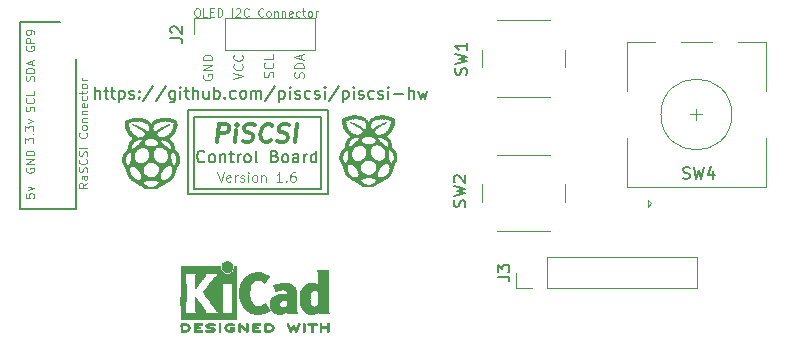
<source format=gto>
G04 #@! TF.GenerationSoftware,KiCad,Pcbnew,(6.0.4)*
G04 #@! TF.CreationDate,2022-12-13T21:19:27-06:00*
G04 #@! TF.ProjectId,ctrl_board,6374726c-5f62-46f6-9172-642e6b696361,rev?*
G04 #@! TF.SameCoordinates,Original*
G04 #@! TF.FileFunction,Legend,Top*
G04 #@! TF.FilePolarity,Positive*
%FSLAX46Y46*%
G04 Gerber Fmt 4.6, Leading zero omitted, Abs format (unit mm)*
G04 Created by KiCad (PCBNEW (6.0.4)) date 2022-12-13 21:19:27*
%MOMM*%
%LPD*%
G01*
G04 APERTURE LIST*
%ADD10C,0.100000*%
%ADD11C,0.150000*%
%ADD12C,0.350000*%
%ADD13C,0.120000*%
%ADD14C,0.010000*%
%ADD15R,1.700000X1.700000*%
%ADD16O,1.700000X1.700000*%
%ADD17O,6.500000X2.500000*%
%ADD18O,8.500000X2.500000*%
%ADD19O,8.000000X2.500000*%
%ADD20C,2.700000*%
%ADD21C,2.000000*%
%ADD22R,2.000000X2.000000*%
%ADD23R,2.000000X3.200000*%
G04 APERTURE END LIST*
D10*
X201160000Y-103040000D02*
X201126666Y-103106666D01*
X201126666Y-103206666D01*
X201160000Y-103306666D01*
X201226666Y-103373333D01*
X201293333Y-103406666D01*
X201426666Y-103440000D01*
X201526666Y-103440000D01*
X201660000Y-103406666D01*
X201726666Y-103373333D01*
X201793333Y-103306666D01*
X201826666Y-103206666D01*
X201826666Y-103140000D01*
X201793333Y-103040000D01*
X201760000Y-103006666D01*
X201526666Y-103006666D01*
X201526666Y-103140000D01*
X201826666Y-102706666D02*
X201126666Y-102706666D01*
X201126666Y-102440000D01*
X201160000Y-102373333D01*
X201193333Y-102340000D01*
X201260000Y-102306666D01*
X201360000Y-102306666D01*
X201426666Y-102340000D01*
X201460000Y-102373333D01*
X201493333Y-102440000D01*
X201493333Y-102706666D01*
X201826666Y-101973333D02*
X201826666Y-101840000D01*
X201793333Y-101773333D01*
X201760000Y-101740000D01*
X201660000Y-101673333D01*
X201526666Y-101640000D01*
X201260000Y-101640000D01*
X201193333Y-101673333D01*
X201160000Y-101706666D01*
X201126666Y-101773333D01*
X201126666Y-101906666D01*
X201160000Y-101973333D01*
X201193333Y-102006666D01*
X201260000Y-102040000D01*
X201426666Y-102040000D01*
X201493333Y-102006666D01*
X201526666Y-101973333D01*
X201560000Y-101906666D01*
X201560000Y-101773333D01*
X201526666Y-101706666D01*
X201493333Y-101673333D01*
X201426666Y-101640000D01*
D11*
X214858000Y-108463000D02*
X214858000Y-115575000D01*
X226732500Y-108463000D02*
X214858000Y-108463000D01*
X200600000Y-116800000D02*
X205400000Y-116800000D01*
X226161000Y-115130500D02*
X226161000Y-109034500D01*
X226161000Y-109034500D02*
X215366000Y-109034500D01*
X226732500Y-115575000D02*
X226732500Y-108463000D01*
X205400000Y-116800000D02*
X205400000Y-104132806D01*
X215364000Y-109034500D02*
X215364000Y-115130500D01*
X215366000Y-115130500D02*
X226161000Y-115130500D01*
X214858000Y-115575000D02*
X226732500Y-115575000D01*
X204000000Y-100960000D02*
X200600000Y-100960000D01*
X200600000Y-100960000D02*
X200600000Y-116800000D01*
D10*
X201783333Y-108533333D02*
X201816666Y-108433333D01*
X201816666Y-108266666D01*
X201783333Y-108200000D01*
X201750000Y-108166666D01*
X201683333Y-108133333D01*
X201616666Y-108133333D01*
X201550000Y-108166666D01*
X201516666Y-108200000D01*
X201483333Y-108266666D01*
X201450000Y-108400000D01*
X201416666Y-108466666D01*
X201383333Y-108500000D01*
X201316666Y-108533333D01*
X201250000Y-108533333D01*
X201183333Y-108500000D01*
X201150000Y-108466666D01*
X201116666Y-108400000D01*
X201116666Y-108233333D01*
X201150000Y-108133333D01*
X201750000Y-107433333D02*
X201783333Y-107466666D01*
X201816666Y-107566666D01*
X201816666Y-107633333D01*
X201783333Y-107733333D01*
X201716666Y-107800000D01*
X201650000Y-107833333D01*
X201516666Y-107866666D01*
X201416666Y-107866666D01*
X201283333Y-107833333D01*
X201216666Y-107800000D01*
X201150000Y-107733333D01*
X201116666Y-107633333D01*
X201116666Y-107566666D01*
X201150000Y-107466666D01*
X201183333Y-107433333D01*
X201816666Y-106800000D02*
X201816666Y-107133333D01*
X201116666Y-107133333D01*
X201150000Y-113333333D02*
X201116666Y-113400000D01*
X201116666Y-113500000D01*
X201150000Y-113600000D01*
X201216666Y-113666666D01*
X201283333Y-113700000D01*
X201416666Y-113733333D01*
X201516666Y-113733333D01*
X201650000Y-113700000D01*
X201716666Y-113666666D01*
X201783333Y-113600000D01*
X201816666Y-113500000D01*
X201816666Y-113433333D01*
X201783333Y-113333333D01*
X201750000Y-113300000D01*
X201516666Y-113300000D01*
X201516666Y-113433333D01*
X201816666Y-113000000D02*
X201116666Y-113000000D01*
X201816666Y-112600000D01*
X201116666Y-112600000D01*
X201816666Y-112266666D02*
X201116666Y-112266666D01*
X201116666Y-112100000D01*
X201150000Y-112000000D01*
X201216666Y-111933333D01*
X201283333Y-111900000D01*
X201416666Y-111866666D01*
X201516666Y-111866666D01*
X201650000Y-111900000D01*
X201716666Y-111933333D01*
X201783333Y-112000000D01*
X201816666Y-112100000D01*
X201816666Y-112266666D01*
X217347619Y-113676404D02*
X217614285Y-114476404D01*
X217880952Y-113676404D01*
X218452380Y-114438309D02*
X218376190Y-114476404D01*
X218223809Y-114476404D01*
X218147619Y-114438309D01*
X218109523Y-114362119D01*
X218109523Y-114057357D01*
X218147619Y-113981166D01*
X218223809Y-113943071D01*
X218376190Y-113943071D01*
X218452380Y-113981166D01*
X218490476Y-114057357D01*
X218490476Y-114133547D01*
X218109523Y-114209738D01*
X218833333Y-114476404D02*
X218833333Y-113943071D01*
X218833333Y-114095452D02*
X218871428Y-114019261D01*
X218909523Y-113981166D01*
X218985714Y-113943071D01*
X219061904Y-113943071D01*
X219290476Y-114438309D02*
X219366666Y-114476404D01*
X219519047Y-114476404D01*
X219595238Y-114438309D01*
X219633333Y-114362119D01*
X219633333Y-114324023D01*
X219595238Y-114247833D01*
X219519047Y-114209738D01*
X219404761Y-114209738D01*
X219328571Y-114171642D01*
X219290476Y-114095452D01*
X219290476Y-114057357D01*
X219328571Y-113981166D01*
X219404761Y-113943071D01*
X219519047Y-113943071D01*
X219595238Y-113981166D01*
X219976190Y-114476404D02*
X219976190Y-113943071D01*
X219976190Y-113676404D02*
X219938095Y-113714500D01*
X219976190Y-113752595D01*
X220014285Y-113714500D01*
X219976190Y-113676404D01*
X219976190Y-113752595D01*
X220471428Y-114476404D02*
X220395238Y-114438309D01*
X220357142Y-114400214D01*
X220319047Y-114324023D01*
X220319047Y-114095452D01*
X220357142Y-114019261D01*
X220395238Y-113981166D01*
X220471428Y-113943071D01*
X220585714Y-113943071D01*
X220661904Y-113981166D01*
X220700000Y-114019261D01*
X220738095Y-114095452D01*
X220738095Y-114324023D01*
X220700000Y-114400214D01*
X220661904Y-114438309D01*
X220585714Y-114476404D01*
X220471428Y-114476404D01*
X221080952Y-113943071D02*
X221080952Y-114476404D01*
X221080952Y-114019261D02*
X221119047Y-113981166D01*
X221195238Y-113943071D01*
X221309523Y-113943071D01*
X221385714Y-113981166D01*
X221423809Y-114057357D01*
X221423809Y-114476404D01*
X222833333Y-114476404D02*
X222376190Y-114476404D01*
X222604761Y-114476404D02*
X222604761Y-113676404D01*
X222528571Y-113790690D01*
X222452380Y-113866880D01*
X222376190Y-113904976D01*
X223176190Y-114400214D02*
X223214285Y-114438309D01*
X223176190Y-114476404D01*
X223138095Y-114438309D01*
X223176190Y-114400214D01*
X223176190Y-114476404D01*
X223900000Y-113676404D02*
X223747619Y-113676404D01*
X223671428Y-113714500D01*
X223633333Y-113752595D01*
X223557142Y-113866880D01*
X223519047Y-114019261D01*
X223519047Y-114324023D01*
X223557142Y-114400214D01*
X223595238Y-114438309D01*
X223671428Y-114476404D01*
X223823809Y-114476404D01*
X223900000Y-114438309D01*
X223938095Y-114400214D01*
X223976190Y-114324023D01*
X223976190Y-114133547D01*
X223938095Y-114057357D01*
X223900000Y-114019261D01*
X223823809Y-113981166D01*
X223671428Y-113981166D01*
X223595238Y-114019261D01*
X223557142Y-114057357D01*
X223519047Y-114133547D01*
D11*
X216247619Y-112757142D02*
X216200000Y-112804761D01*
X216057142Y-112852380D01*
X215961904Y-112852380D01*
X215819047Y-112804761D01*
X215723809Y-112709523D01*
X215676190Y-112614285D01*
X215628571Y-112423809D01*
X215628571Y-112280952D01*
X215676190Y-112090476D01*
X215723809Y-111995238D01*
X215819047Y-111900000D01*
X215961904Y-111852380D01*
X216057142Y-111852380D01*
X216200000Y-111900000D01*
X216247619Y-111947619D01*
X216819047Y-112852380D02*
X216723809Y-112804761D01*
X216676190Y-112757142D01*
X216628571Y-112661904D01*
X216628571Y-112376190D01*
X216676190Y-112280952D01*
X216723809Y-112233333D01*
X216819047Y-112185714D01*
X216961904Y-112185714D01*
X217057142Y-112233333D01*
X217104761Y-112280952D01*
X217152380Y-112376190D01*
X217152380Y-112661904D01*
X217104761Y-112757142D01*
X217057142Y-112804761D01*
X216961904Y-112852380D01*
X216819047Y-112852380D01*
X217580952Y-112185714D02*
X217580952Y-112852380D01*
X217580952Y-112280952D02*
X217628571Y-112233333D01*
X217723809Y-112185714D01*
X217866666Y-112185714D01*
X217961904Y-112233333D01*
X218009523Y-112328571D01*
X218009523Y-112852380D01*
X218342857Y-112185714D02*
X218723809Y-112185714D01*
X218485714Y-111852380D02*
X218485714Y-112709523D01*
X218533333Y-112804761D01*
X218628571Y-112852380D01*
X218723809Y-112852380D01*
X219057142Y-112852380D02*
X219057142Y-112185714D01*
X219057142Y-112376190D02*
X219104761Y-112280952D01*
X219152380Y-112233333D01*
X219247619Y-112185714D01*
X219342857Y-112185714D01*
X219819047Y-112852380D02*
X219723809Y-112804761D01*
X219676190Y-112757142D01*
X219628571Y-112661904D01*
X219628571Y-112376190D01*
X219676190Y-112280952D01*
X219723809Y-112233333D01*
X219819047Y-112185714D01*
X219961904Y-112185714D01*
X220057142Y-112233333D01*
X220104761Y-112280952D01*
X220152380Y-112376190D01*
X220152380Y-112661904D01*
X220104761Y-112757142D01*
X220057142Y-112804761D01*
X219961904Y-112852380D01*
X219819047Y-112852380D01*
X220723809Y-112852380D02*
X220628571Y-112804761D01*
X220580952Y-112709523D01*
X220580952Y-111852380D01*
X222200000Y-112328571D02*
X222342857Y-112376190D01*
X222390476Y-112423809D01*
X222438095Y-112519047D01*
X222438095Y-112661904D01*
X222390476Y-112757142D01*
X222342857Y-112804761D01*
X222247619Y-112852380D01*
X221866666Y-112852380D01*
X221866666Y-111852380D01*
X222200000Y-111852380D01*
X222295238Y-111900000D01*
X222342857Y-111947619D01*
X222390476Y-112042857D01*
X222390476Y-112138095D01*
X222342857Y-112233333D01*
X222295238Y-112280952D01*
X222200000Y-112328571D01*
X221866666Y-112328571D01*
X223009523Y-112852380D02*
X222914285Y-112804761D01*
X222866666Y-112757142D01*
X222819047Y-112661904D01*
X222819047Y-112376190D01*
X222866666Y-112280952D01*
X222914285Y-112233333D01*
X223009523Y-112185714D01*
X223152380Y-112185714D01*
X223247619Y-112233333D01*
X223295238Y-112280952D01*
X223342857Y-112376190D01*
X223342857Y-112661904D01*
X223295238Y-112757142D01*
X223247619Y-112804761D01*
X223152380Y-112852380D01*
X223009523Y-112852380D01*
X224200000Y-112852380D02*
X224200000Y-112328571D01*
X224152380Y-112233333D01*
X224057142Y-112185714D01*
X223866666Y-112185714D01*
X223771428Y-112233333D01*
X224200000Y-112804761D02*
X224104761Y-112852380D01*
X223866666Y-112852380D01*
X223771428Y-112804761D01*
X223723809Y-112709523D01*
X223723809Y-112614285D01*
X223771428Y-112519047D01*
X223866666Y-112471428D01*
X224104761Y-112471428D01*
X224200000Y-112423809D01*
X224676190Y-112852380D02*
X224676190Y-112185714D01*
X224676190Y-112376190D02*
X224723809Y-112280952D01*
X224771428Y-112233333D01*
X224866666Y-112185714D01*
X224961904Y-112185714D01*
X225723809Y-112852380D02*
X225723809Y-111852380D01*
X225723809Y-112804761D02*
X225628571Y-112852380D01*
X225438095Y-112852380D01*
X225342857Y-112804761D01*
X225295238Y-112757142D01*
X225247619Y-112661904D01*
X225247619Y-112376190D01*
X225295238Y-112280952D01*
X225342857Y-112233333D01*
X225438095Y-112185714D01*
X225628571Y-112185714D01*
X225723809Y-112233333D01*
X206976190Y-107452380D02*
X206976190Y-106452380D01*
X207404761Y-107452380D02*
X207404761Y-106928571D01*
X207357142Y-106833333D01*
X207261904Y-106785714D01*
X207119047Y-106785714D01*
X207023809Y-106833333D01*
X206976190Y-106880952D01*
X207738095Y-106785714D02*
X208119047Y-106785714D01*
X207880952Y-106452380D02*
X207880952Y-107309523D01*
X207928571Y-107404761D01*
X208023809Y-107452380D01*
X208119047Y-107452380D01*
X208309523Y-106785714D02*
X208690476Y-106785714D01*
X208452380Y-106452380D02*
X208452380Y-107309523D01*
X208500000Y-107404761D01*
X208595238Y-107452380D01*
X208690476Y-107452380D01*
X209023809Y-106785714D02*
X209023809Y-107785714D01*
X209023809Y-106833333D02*
X209119047Y-106785714D01*
X209309523Y-106785714D01*
X209404761Y-106833333D01*
X209452380Y-106880952D01*
X209500000Y-106976190D01*
X209500000Y-107261904D01*
X209452380Y-107357142D01*
X209404761Y-107404761D01*
X209309523Y-107452380D01*
X209119047Y-107452380D01*
X209023809Y-107404761D01*
X209880952Y-107404761D02*
X209976190Y-107452380D01*
X210166666Y-107452380D01*
X210261904Y-107404761D01*
X210309523Y-107309523D01*
X210309523Y-107261904D01*
X210261904Y-107166666D01*
X210166666Y-107119047D01*
X210023809Y-107119047D01*
X209928571Y-107071428D01*
X209880952Y-106976190D01*
X209880952Y-106928571D01*
X209928571Y-106833333D01*
X210023809Y-106785714D01*
X210166666Y-106785714D01*
X210261904Y-106833333D01*
X210738095Y-107357142D02*
X210785714Y-107404761D01*
X210738095Y-107452380D01*
X210690476Y-107404761D01*
X210738095Y-107357142D01*
X210738095Y-107452380D01*
X210738095Y-106833333D02*
X210785714Y-106880952D01*
X210738095Y-106928571D01*
X210690476Y-106880952D01*
X210738095Y-106833333D01*
X210738095Y-106928571D01*
X211928571Y-106404761D02*
X211071428Y-107690476D01*
X212976190Y-106404761D02*
X212119047Y-107690476D01*
X213738095Y-106785714D02*
X213738095Y-107595238D01*
X213690476Y-107690476D01*
X213642857Y-107738095D01*
X213547619Y-107785714D01*
X213404761Y-107785714D01*
X213309523Y-107738095D01*
X213738095Y-107404761D02*
X213642857Y-107452380D01*
X213452380Y-107452380D01*
X213357142Y-107404761D01*
X213309523Y-107357142D01*
X213261904Y-107261904D01*
X213261904Y-106976190D01*
X213309523Y-106880952D01*
X213357142Y-106833333D01*
X213452380Y-106785714D01*
X213642857Y-106785714D01*
X213738095Y-106833333D01*
X214214285Y-107452380D02*
X214214285Y-106785714D01*
X214214285Y-106452380D02*
X214166666Y-106500000D01*
X214214285Y-106547619D01*
X214261904Y-106500000D01*
X214214285Y-106452380D01*
X214214285Y-106547619D01*
X214547619Y-106785714D02*
X214928571Y-106785714D01*
X214690476Y-106452380D02*
X214690476Y-107309523D01*
X214738095Y-107404761D01*
X214833333Y-107452380D01*
X214928571Y-107452380D01*
X215261904Y-107452380D02*
X215261904Y-106452380D01*
X215690476Y-107452380D02*
X215690476Y-106928571D01*
X215642857Y-106833333D01*
X215547619Y-106785714D01*
X215404761Y-106785714D01*
X215309523Y-106833333D01*
X215261904Y-106880952D01*
X216595238Y-106785714D02*
X216595238Y-107452380D01*
X216166666Y-106785714D02*
X216166666Y-107309523D01*
X216214285Y-107404761D01*
X216309523Y-107452380D01*
X216452380Y-107452380D01*
X216547619Y-107404761D01*
X216595238Y-107357142D01*
X217071428Y-107452380D02*
X217071428Y-106452380D01*
X217071428Y-106833333D02*
X217166666Y-106785714D01*
X217357142Y-106785714D01*
X217452380Y-106833333D01*
X217500000Y-106880952D01*
X217547619Y-106976190D01*
X217547619Y-107261904D01*
X217500000Y-107357142D01*
X217452380Y-107404761D01*
X217357142Y-107452380D01*
X217166666Y-107452380D01*
X217071428Y-107404761D01*
X217976190Y-107357142D02*
X218023809Y-107404761D01*
X217976190Y-107452380D01*
X217928571Y-107404761D01*
X217976190Y-107357142D01*
X217976190Y-107452380D01*
X218880952Y-107404761D02*
X218785714Y-107452380D01*
X218595238Y-107452380D01*
X218500000Y-107404761D01*
X218452380Y-107357142D01*
X218404761Y-107261904D01*
X218404761Y-106976190D01*
X218452380Y-106880952D01*
X218500000Y-106833333D01*
X218595238Y-106785714D01*
X218785714Y-106785714D01*
X218880952Y-106833333D01*
X219452380Y-107452380D02*
X219357142Y-107404761D01*
X219309523Y-107357142D01*
X219261904Y-107261904D01*
X219261904Y-106976190D01*
X219309523Y-106880952D01*
X219357142Y-106833333D01*
X219452380Y-106785714D01*
X219595238Y-106785714D01*
X219690476Y-106833333D01*
X219738095Y-106880952D01*
X219785714Y-106976190D01*
X219785714Y-107261904D01*
X219738095Y-107357142D01*
X219690476Y-107404761D01*
X219595238Y-107452380D01*
X219452380Y-107452380D01*
X220214285Y-107452380D02*
X220214285Y-106785714D01*
X220214285Y-106880952D02*
X220261904Y-106833333D01*
X220357142Y-106785714D01*
X220500000Y-106785714D01*
X220595238Y-106833333D01*
X220642857Y-106928571D01*
X220642857Y-107452380D01*
X220642857Y-106928571D02*
X220690476Y-106833333D01*
X220785714Y-106785714D01*
X220928571Y-106785714D01*
X221023809Y-106833333D01*
X221071428Y-106928571D01*
X221071428Y-107452380D01*
X222261904Y-106404761D02*
X221404761Y-107690476D01*
X222595238Y-106785714D02*
X222595238Y-107785714D01*
X222595238Y-106833333D02*
X222690476Y-106785714D01*
X222880952Y-106785714D01*
X222976190Y-106833333D01*
X223023809Y-106880952D01*
X223071428Y-106976190D01*
X223071428Y-107261904D01*
X223023809Y-107357142D01*
X222976190Y-107404761D01*
X222880952Y-107452380D01*
X222690476Y-107452380D01*
X222595238Y-107404761D01*
X223500000Y-107452380D02*
X223500000Y-106785714D01*
X223500000Y-106452380D02*
X223452380Y-106500000D01*
X223500000Y-106547619D01*
X223547619Y-106500000D01*
X223500000Y-106452380D01*
X223500000Y-106547619D01*
X223928571Y-107404761D02*
X224023809Y-107452380D01*
X224214285Y-107452380D01*
X224309523Y-107404761D01*
X224357142Y-107309523D01*
X224357142Y-107261904D01*
X224309523Y-107166666D01*
X224214285Y-107119047D01*
X224071428Y-107119047D01*
X223976190Y-107071428D01*
X223928571Y-106976190D01*
X223928571Y-106928571D01*
X223976190Y-106833333D01*
X224071428Y-106785714D01*
X224214285Y-106785714D01*
X224309523Y-106833333D01*
X225214285Y-107404761D02*
X225119047Y-107452380D01*
X224928571Y-107452380D01*
X224833333Y-107404761D01*
X224785714Y-107357142D01*
X224738095Y-107261904D01*
X224738095Y-106976190D01*
X224785714Y-106880952D01*
X224833333Y-106833333D01*
X224928571Y-106785714D01*
X225119047Y-106785714D01*
X225214285Y-106833333D01*
X225595238Y-107404761D02*
X225690476Y-107452380D01*
X225880952Y-107452380D01*
X225976190Y-107404761D01*
X226023809Y-107309523D01*
X226023809Y-107261904D01*
X225976190Y-107166666D01*
X225880952Y-107119047D01*
X225738095Y-107119047D01*
X225642857Y-107071428D01*
X225595238Y-106976190D01*
X225595238Y-106928571D01*
X225642857Y-106833333D01*
X225738095Y-106785714D01*
X225880952Y-106785714D01*
X225976190Y-106833333D01*
X226452380Y-107452380D02*
X226452380Y-106785714D01*
X226452380Y-106452380D02*
X226404761Y-106500000D01*
X226452380Y-106547619D01*
X226500000Y-106500000D01*
X226452380Y-106452380D01*
X226452380Y-106547619D01*
X227642857Y-106404761D02*
X226785714Y-107690476D01*
X227976190Y-106785714D02*
X227976190Y-107785714D01*
X227976190Y-106833333D02*
X228071428Y-106785714D01*
X228261904Y-106785714D01*
X228357142Y-106833333D01*
X228404761Y-106880952D01*
X228452380Y-106976190D01*
X228452380Y-107261904D01*
X228404761Y-107357142D01*
X228357142Y-107404761D01*
X228261904Y-107452380D01*
X228071428Y-107452380D01*
X227976190Y-107404761D01*
X228880952Y-107452380D02*
X228880952Y-106785714D01*
X228880952Y-106452380D02*
X228833333Y-106500000D01*
X228880952Y-106547619D01*
X228928571Y-106500000D01*
X228880952Y-106452380D01*
X228880952Y-106547619D01*
X229309523Y-107404761D02*
X229404761Y-107452380D01*
X229595238Y-107452380D01*
X229690476Y-107404761D01*
X229738095Y-107309523D01*
X229738095Y-107261904D01*
X229690476Y-107166666D01*
X229595238Y-107119047D01*
X229452380Y-107119047D01*
X229357142Y-107071428D01*
X229309523Y-106976190D01*
X229309523Y-106928571D01*
X229357142Y-106833333D01*
X229452380Y-106785714D01*
X229595238Y-106785714D01*
X229690476Y-106833333D01*
X230595238Y-107404761D02*
X230500000Y-107452380D01*
X230309523Y-107452380D01*
X230214285Y-107404761D01*
X230166666Y-107357142D01*
X230119047Y-107261904D01*
X230119047Y-106976190D01*
X230166666Y-106880952D01*
X230214285Y-106833333D01*
X230309523Y-106785714D01*
X230500000Y-106785714D01*
X230595238Y-106833333D01*
X230976190Y-107404761D02*
X231071428Y-107452380D01*
X231261904Y-107452380D01*
X231357142Y-107404761D01*
X231404761Y-107309523D01*
X231404761Y-107261904D01*
X231357142Y-107166666D01*
X231261904Y-107119047D01*
X231119047Y-107119047D01*
X231023809Y-107071428D01*
X230976190Y-106976190D01*
X230976190Y-106928571D01*
X231023809Y-106833333D01*
X231119047Y-106785714D01*
X231261904Y-106785714D01*
X231357142Y-106833333D01*
X231833333Y-107452380D02*
X231833333Y-106785714D01*
X231833333Y-106452380D02*
X231785714Y-106500000D01*
X231833333Y-106547619D01*
X231880952Y-106500000D01*
X231833333Y-106452380D01*
X231833333Y-106547619D01*
X232309523Y-107071428D02*
X233071428Y-107071428D01*
X233547619Y-107452380D02*
X233547619Y-106452380D01*
X233976190Y-107452380D02*
X233976190Y-106928571D01*
X233928571Y-106833333D01*
X233833333Y-106785714D01*
X233690476Y-106785714D01*
X233595238Y-106833333D01*
X233547619Y-106880952D01*
X234357142Y-106785714D02*
X234547619Y-107452380D01*
X234738095Y-106976190D01*
X234928571Y-107452380D01*
X235119047Y-106785714D01*
D12*
X217335776Y-111110071D02*
X217523276Y-109610071D01*
X218094705Y-109610071D01*
X218228633Y-109681500D01*
X218291133Y-109752928D01*
X218344705Y-109895785D01*
X218317919Y-110110071D01*
X218228633Y-110252928D01*
X218148276Y-110324357D01*
X217996491Y-110395785D01*
X217425062Y-110395785D01*
X218835776Y-111110071D02*
X218960776Y-110110071D01*
X219023276Y-109610071D02*
X218942919Y-109681500D01*
X219005419Y-109752928D01*
X219085776Y-109681500D01*
X219023276Y-109610071D01*
X219005419Y-109752928D01*
X219487562Y-111038642D02*
X219692919Y-111110071D01*
X220050062Y-111110071D01*
X220201848Y-111038642D01*
X220282205Y-110967214D01*
X220371491Y-110824357D01*
X220389348Y-110681500D01*
X220335776Y-110538642D01*
X220273276Y-110467214D01*
X220139348Y-110395785D01*
X219862562Y-110324357D01*
X219728633Y-110252928D01*
X219666133Y-110181500D01*
X219612562Y-110038642D01*
X219630419Y-109895785D01*
X219719705Y-109752928D01*
X219800062Y-109681500D01*
X219951848Y-109610071D01*
X220308991Y-109610071D01*
X220514348Y-109681500D01*
X221853633Y-110967214D02*
X221773276Y-111038642D01*
X221550062Y-111110071D01*
X221407205Y-111110071D01*
X221201848Y-111038642D01*
X221076848Y-110895785D01*
X221023276Y-110752928D01*
X220987562Y-110467214D01*
X221014348Y-110252928D01*
X221121491Y-109967214D01*
X221210776Y-109824357D01*
X221371491Y-109681500D01*
X221594705Y-109610071D01*
X221737562Y-109610071D01*
X221942919Y-109681500D01*
X222005419Y-109752928D01*
X222416133Y-111038642D02*
X222621491Y-111110071D01*
X222978633Y-111110071D01*
X223130419Y-111038642D01*
X223210776Y-110967214D01*
X223300062Y-110824357D01*
X223317919Y-110681500D01*
X223264348Y-110538642D01*
X223201848Y-110467214D01*
X223067919Y-110395785D01*
X222791133Y-110324357D01*
X222657205Y-110252928D01*
X222594705Y-110181500D01*
X222541133Y-110038642D01*
X222558991Y-109895785D01*
X222648276Y-109752928D01*
X222728633Y-109681500D01*
X222880419Y-109610071D01*
X223237562Y-109610071D01*
X223442919Y-109681500D01*
X223907205Y-111110071D02*
X224094705Y-109610071D01*
D10*
X201116666Y-115500000D02*
X201116666Y-115833333D01*
X201450000Y-115866666D01*
X201416666Y-115833333D01*
X201383333Y-115766666D01*
X201383333Y-115600000D01*
X201416666Y-115533333D01*
X201450000Y-115500000D01*
X201516666Y-115466666D01*
X201683333Y-115466666D01*
X201750000Y-115500000D01*
X201783333Y-115533333D01*
X201816666Y-115600000D01*
X201816666Y-115766666D01*
X201783333Y-115833333D01*
X201750000Y-115866666D01*
X201350000Y-115233333D02*
X201816666Y-115066666D01*
X201350000Y-114900000D01*
X206316666Y-114583333D02*
X205983333Y-114816666D01*
X206316666Y-114983333D02*
X205616666Y-114983333D01*
X205616666Y-114716666D01*
X205650000Y-114650000D01*
X205683333Y-114616666D01*
X205750000Y-114583333D01*
X205850000Y-114583333D01*
X205916666Y-114616666D01*
X205950000Y-114650000D01*
X205983333Y-114716666D01*
X205983333Y-114983333D01*
X206316666Y-113983333D02*
X205950000Y-113983333D01*
X205883333Y-114016666D01*
X205850000Y-114083333D01*
X205850000Y-114216666D01*
X205883333Y-114283333D01*
X206283333Y-113983333D02*
X206316666Y-114050000D01*
X206316666Y-114216666D01*
X206283333Y-114283333D01*
X206216666Y-114316666D01*
X206150000Y-114316666D01*
X206083333Y-114283333D01*
X206050000Y-114216666D01*
X206050000Y-114050000D01*
X206016666Y-113983333D01*
X206283333Y-113683333D02*
X206316666Y-113583333D01*
X206316666Y-113416666D01*
X206283333Y-113350000D01*
X206250000Y-113316666D01*
X206183333Y-113283333D01*
X206116666Y-113283333D01*
X206050000Y-113316666D01*
X206016666Y-113350000D01*
X205983333Y-113416666D01*
X205950000Y-113550000D01*
X205916666Y-113616666D01*
X205883333Y-113650000D01*
X205816666Y-113683333D01*
X205750000Y-113683333D01*
X205683333Y-113650000D01*
X205650000Y-113616666D01*
X205616666Y-113550000D01*
X205616666Y-113383333D01*
X205650000Y-113283333D01*
X206250000Y-112583333D02*
X206283333Y-112616666D01*
X206316666Y-112716666D01*
X206316666Y-112783333D01*
X206283333Y-112883333D01*
X206216666Y-112950000D01*
X206150000Y-112983333D01*
X206016666Y-113016666D01*
X205916666Y-113016666D01*
X205783333Y-112983333D01*
X205716666Y-112950000D01*
X205650000Y-112883333D01*
X205616666Y-112783333D01*
X205616666Y-112716666D01*
X205650000Y-112616666D01*
X205683333Y-112583333D01*
X206283333Y-112316666D02*
X206316666Y-112216666D01*
X206316666Y-112050000D01*
X206283333Y-111983333D01*
X206250000Y-111950000D01*
X206183333Y-111916666D01*
X206116666Y-111916666D01*
X206050000Y-111950000D01*
X206016666Y-111983333D01*
X205983333Y-112050000D01*
X205950000Y-112183333D01*
X205916666Y-112250000D01*
X205883333Y-112283333D01*
X205816666Y-112316666D01*
X205750000Y-112316666D01*
X205683333Y-112283333D01*
X205650000Y-112250000D01*
X205616666Y-112183333D01*
X205616666Y-112016666D01*
X205650000Y-111916666D01*
X206316666Y-111616666D02*
X205616666Y-111616666D01*
X206250000Y-110350000D02*
X206283333Y-110383333D01*
X206316666Y-110483333D01*
X206316666Y-110550000D01*
X206283333Y-110650000D01*
X206216666Y-110716666D01*
X206150000Y-110750000D01*
X206016666Y-110783333D01*
X205916666Y-110783333D01*
X205783333Y-110750000D01*
X205716666Y-110716666D01*
X205650000Y-110650000D01*
X205616666Y-110550000D01*
X205616666Y-110483333D01*
X205650000Y-110383333D01*
X205683333Y-110350000D01*
X206316666Y-109950000D02*
X206283333Y-110016666D01*
X206250000Y-110050000D01*
X206183333Y-110083333D01*
X205983333Y-110083333D01*
X205916666Y-110050000D01*
X205883333Y-110016666D01*
X205850000Y-109950000D01*
X205850000Y-109850000D01*
X205883333Y-109783333D01*
X205916666Y-109750000D01*
X205983333Y-109716666D01*
X206183333Y-109716666D01*
X206250000Y-109750000D01*
X206283333Y-109783333D01*
X206316666Y-109850000D01*
X206316666Y-109950000D01*
X205850000Y-109416666D02*
X206316666Y-109416666D01*
X205916666Y-109416666D02*
X205883333Y-109383333D01*
X205850000Y-109316666D01*
X205850000Y-109216666D01*
X205883333Y-109150000D01*
X205950000Y-109116666D01*
X206316666Y-109116666D01*
X205850000Y-108783333D02*
X206316666Y-108783333D01*
X205916666Y-108783333D02*
X205883333Y-108750000D01*
X205850000Y-108683333D01*
X205850000Y-108583333D01*
X205883333Y-108516666D01*
X205950000Y-108483333D01*
X206316666Y-108483333D01*
X206283333Y-107883333D02*
X206316666Y-107950000D01*
X206316666Y-108083333D01*
X206283333Y-108150000D01*
X206216666Y-108183333D01*
X205950000Y-108183333D01*
X205883333Y-108150000D01*
X205850000Y-108083333D01*
X205850000Y-107950000D01*
X205883333Y-107883333D01*
X205950000Y-107850000D01*
X206016666Y-107850000D01*
X206083333Y-108183333D01*
X206283333Y-107250000D02*
X206316666Y-107316666D01*
X206316666Y-107450000D01*
X206283333Y-107516666D01*
X206250000Y-107550000D01*
X206183333Y-107583333D01*
X205983333Y-107583333D01*
X205916666Y-107550000D01*
X205883333Y-107516666D01*
X205850000Y-107450000D01*
X205850000Y-107316666D01*
X205883333Y-107250000D01*
X205850000Y-107050000D02*
X205850000Y-106783333D01*
X205616666Y-106950000D02*
X206216666Y-106950000D01*
X206283333Y-106916666D01*
X206316666Y-106850000D01*
X206316666Y-106783333D01*
X206316666Y-106450000D02*
X206283333Y-106516666D01*
X206250000Y-106550000D01*
X206183333Y-106583333D01*
X205983333Y-106583333D01*
X205916666Y-106550000D01*
X205883333Y-106516666D01*
X205850000Y-106450000D01*
X205850000Y-106350000D01*
X205883333Y-106283333D01*
X205916666Y-106250000D01*
X205983333Y-106216666D01*
X206183333Y-106216666D01*
X206250000Y-106250000D01*
X206283333Y-106283333D01*
X206316666Y-106350000D01*
X206316666Y-106450000D01*
X206316666Y-105916666D02*
X205850000Y-105916666D01*
X205983333Y-105916666D02*
X205916666Y-105883333D01*
X205883333Y-105850000D01*
X205850000Y-105783333D01*
X205850000Y-105716666D01*
X201783333Y-105950000D02*
X201816666Y-105850000D01*
X201816666Y-105683333D01*
X201783333Y-105616666D01*
X201750000Y-105583333D01*
X201683333Y-105550000D01*
X201616666Y-105550000D01*
X201550000Y-105583333D01*
X201516666Y-105616666D01*
X201483333Y-105683333D01*
X201450000Y-105816666D01*
X201416666Y-105883333D01*
X201383333Y-105916666D01*
X201316666Y-105950000D01*
X201250000Y-105950000D01*
X201183333Y-105916666D01*
X201150000Y-105883333D01*
X201116666Y-105816666D01*
X201116666Y-105650000D01*
X201150000Y-105550000D01*
X201816666Y-105250000D02*
X201116666Y-105250000D01*
X201116666Y-105083333D01*
X201150000Y-104983333D01*
X201216666Y-104916666D01*
X201283333Y-104883333D01*
X201416666Y-104850000D01*
X201516666Y-104850000D01*
X201650000Y-104883333D01*
X201716666Y-104916666D01*
X201783333Y-104983333D01*
X201816666Y-105083333D01*
X201816666Y-105250000D01*
X201616666Y-104583333D02*
X201616666Y-104250000D01*
X201816666Y-104650000D02*
X201116666Y-104416666D01*
X201816666Y-104183333D01*
X215566666Y-99816666D02*
X215700000Y-99816666D01*
X215766666Y-99850000D01*
X215833333Y-99916666D01*
X215866666Y-100050000D01*
X215866666Y-100283333D01*
X215833333Y-100416666D01*
X215766666Y-100483333D01*
X215700000Y-100516666D01*
X215566666Y-100516666D01*
X215500000Y-100483333D01*
X215433333Y-100416666D01*
X215400000Y-100283333D01*
X215400000Y-100050000D01*
X215433333Y-99916666D01*
X215500000Y-99850000D01*
X215566666Y-99816666D01*
X216500000Y-100516666D02*
X216166666Y-100516666D01*
X216166666Y-99816666D01*
X216733333Y-100150000D02*
X216966666Y-100150000D01*
X217066666Y-100516666D02*
X216733333Y-100516666D01*
X216733333Y-99816666D01*
X217066666Y-99816666D01*
X217366666Y-100516666D02*
X217366666Y-99816666D01*
X217533333Y-99816666D01*
X217633333Y-99850000D01*
X217700000Y-99916666D01*
X217733333Y-99983333D01*
X217766666Y-100116666D01*
X217766666Y-100216666D01*
X217733333Y-100350000D01*
X217700000Y-100416666D01*
X217633333Y-100483333D01*
X217533333Y-100516666D01*
X217366666Y-100516666D01*
X218600000Y-100516666D02*
X218600000Y-99816666D01*
X218900000Y-99883333D02*
X218933333Y-99850000D01*
X219000000Y-99816666D01*
X219166666Y-99816666D01*
X219233333Y-99850000D01*
X219266666Y-99883333D01*
X219300000Y-99950000D01*
X219300000Y-100016666D01*
X219266666Y-100116666D01*
X218866666Y-100516666D01*
X219300000Y-100516666D01*
X220000000Y-100450000D02*
X219966666Y-100483333D01*
X219866666Y-100516666D01*
X219800000Y-100516666D01*
X219700000Y-100483333D01*
X219633333Y-100416666D01*
X219600000Y-100350000D01*
X219566666Y-100216666D01*
X219566666Y-100116666D01*
X219600000Y-99983333D01*
X219633333Y-99916666D01*
X219700000Y-99850000D01*
X219800000Y-99816666D01*
X219866666Y-99816666D01*
X219966666Y-99850000D01*
X220000000Y-99883333D01*
X221233333Y-100450000D02*
X221200000Y-100483333D01*
X221100000Y-100516666D01*
X221033333Y-100516666D01*
X220933333Y-100483333D01*
X220866666Y-100416666D01*
X220833333Y-100350000D01*
X220800000Y-100216666D01*
X220800000Y-100116666D01*
X220833333Y-99983333D01*
X220866666Y-99916666D01*
X220933333Y-99850000D01*
X221033333Y-99816666D01*
X221100000Y-99816666D01*
X221200000Y-99850000D01*
X221233333Y-99883333D01*
X221633333Y-100516666D02*
X221566666Y-100483333D01*
X221533333Y-100450000D01*
X221500000Y-100383333D01*
X221500000Y-100183333D01*
X221533333Y-100116666D01*
X221566666Y-100083333D01*
X221633333Y-100050000D01*
X221733333Y-100050000D01*
X221800000Y-100083333D01*
X221833333Y-100116666D01*
X221866666Y-100183333D01*
X221866666Y-100383333D01*
X221833333Y-100450000D01*
X221800000Y-100483333D01*
X221733333Y-100516666D01*
X221633333Y-100516666D01*
X222166666Y-100050000D02*
X222166666Y-100516666D01*
X222166666Y-100116666D02*
X222200000Y-100083333D01*
X222266666Y-100050000D01*
X222366666Y-100050000D01*
X222433333Y-100083333D01*
X222466666Y-100150000D01*
X222466666Y-100516666D01*
X222800000Y-100050000D02*
X222800000Y-100516666D01*
X222800000Y-100116666D02*
X222833333Y-100083333D01*
X222900000Y-100050000D01*
X223000000Y-100050000D01*
X223066666Y-100083333D01*
X223100000Y-100150000D01*
X223100000Y-100516666D01*
X223700000Y-100483333D02*
X223633333Y-100516666D01*
X223500000Y-100516666D01*
X223433333Y-100483333D01*
X223400000Y-100416666D01*
X223400000Y-100150000D01*
X223433333Y-100083333D01*
X223500000Y-100050000D01*
X223633333Y-100050000D01*
X223700000Y-100083333D01*
X223733333Y-100150000D01*
X223733333Y-100216666D01*
X223400000Y-100283333D01*
X224333333Y-100483333D02*
X224266666Y-100516666D01*
X224133333Y-100516666D01*
X224066666Y-100483333D01*
X224033333Y-100450000D01*
X224000000Y-100383333D01*
X224000000Y-100183333D01*
X224033333Y-100116666D01*
X224066666Y-100083333D01*
X224133333Y-100050000D01*
X224266666Y-100050000D01*
X224333333Y-100083333D01*
X224533333Y-100050000D02*
X224800000Y-100050000D01*
X224633333Y-99816666D02*
X224633333Y-100416666D01*
X224666666Y-100483333D01*
X224733333Y-100516666D01*
X224800000Y-100516666D01*
X225133333Y-100516666D02*
X225066666Y-100483333D01*
X225033333Y-100450000D01*
X225000000Y-100383333D01*
X225000000Y-100183333D01*
X225033333Y-100116666D01*
X225066666Y-100083333D01*
X225133333Y-100050000D01*
X225233333Y-100050000D01*
X225300000Y-100083333D01*
X225333333Y-100116666D01*
X225366666Y-100183333D01*
X225366666Y-100383333D01*
X225333333Y-100450000D01*
X225300000Y-100483333D01*
X225233333Y-100516666D01*
X225133333Y-100516666D01*
X225666666Y-100516666D02*
X225666666Y-100050000D01*
X225666666Y-100183333D02*
X225700000Y-100116666D01*
X225733333Y-100083333D01*
X225800000Y-100050000D01*
X225866666Y-100050000D01*
X201077166Y-111185500D02*
X201077166Y-110752166D01*
X201343833Y-110985500D01*
X201343833Y-110885500D01*
X201377166Y-110818833D01*
X201410500Y-110785500D01*
X201477166Y-110752166D01*
X201643833Y-110752166D01*
X201710500Y-110785500D01*
X201743833Y-110818833D01*
X201777166Y-110885500D01*
X201777166Y-111085500D01*
X201743833Y-111152166D01*
X201710500Y-111185500D01*
X201710500Y-110452166D02*
X201743833Y-110418833D01*
X201777166Y-110452166D01*
X201743833Y-110485500D01*
X201710500Y-110452166D01*
X201777166Y-110452166D01*
X201077166Y-110185500D02*
X201077166Y-109752166D01*
X201343833Y-109985500D01*
X201343833Y-109885500D01*
X201377166Y-109818833D01*
X201410500Y-109785500D01*
X201477166Y-109752166D01*
X201643833Y-109752166D01*
X201710500Y-109785500D01*
X201743833Y-109818833D01*
X201777166Y-109885500D01*
X201777166Y-110085500D01*
X201743833Y-110152166D01*
X201710500Y-110185500D01*
X201310500Y-109518833D02*
X201777166Y-109352166D01*
X201310500Y-109185500D01*
D11*
X213372380Y-102333333D02*
X214086666Y-102333333D01*
X214229523Y-102380952D01*
X214324761Y-102476190D01*
X214372380Y-102619047D01*
X214372380Y-102714285D01*
X213467619Y-101904761D02*
X213420000Y-101857142D01*
X213372380Y-101761904D01*
X213372380Y-101523809D01*
X213420000Y-101428571D01*
X213467619Y-101380952D01*
X213562857Y-101333333D01*
X213658095Y-101333333D01*
X213800952Y-101380952D01*
X214372380Y-101952380D01*
X214372380Y-101333333D01*
D10*
X222051476Y-105663833D02*
X222089571Y-105549548D01*
X222089571Y-105359072D01*
X222051476Y-105282881D01*
X222013381Y-105244786D01*
X221937190Y-105206691D01*
X221861000Y-105206691D01*
X221784809Y-105244786D01*
X221746714Y-105282881D01*
X221708619Y-105359072D01*
X221670524Y-105511453D01*
X221632428Y-105587643D01*
X221594333Y-105625738D01*
X221518143Y-105663833D01*
X221441952Y-105663833D01*
X221365762Y-105625738D01*
X221327667Y-105587643D01*
X221289571Y-105511453D01*
X221289571Y-105320976D01*
X221327667Y-105206691D01*
X222013381Y-104406691D02*
X222051476Y-104444786D01*
X222089571Y-104559072D01*
X222089571Y-104635262D01*
X222051476Y-104749548D01*
X221975286Y-104825738D01*
X221899095Y-104863833D01*
X221746714Y-104901929D01*
X221632428Y-104901929D01*
X221480047Y-104863833D01*
X221403857Y-104825738D01*
X221327667Y-104749548D01*
X221289571Y-104635262D01*
X221289571Y-104559072D01*
X221327667Y-104444786D01*
X221365762Y-104406691D01*
X222089571Y-103682881D02*
X222089571Y-104063833D01*
X221289571Y-104063833D01*
X224633809Y-105701928D02*
X224671904Y-105587642D01*
X224671904Y-105397166D01*
X224633809Y-105320976D01*
X224595714Y-105282880D01*
X224519523Y-105244785D01*
X224443333Y-105244785D01*
X224367142Y-105282880D01*
X224329047Y-105320976D01*
X224290952Y-105397166D01*
X224252857Y-105549547D01*
X224214761Y-105625738D01*
X224176666Y-105663833D01*
X224100476Y-105701928D01*
X224024285Y-105701928D01*
X223948095Y-105663833D01*
X223910000Y-105625738D01*
X223871904Y-105549547D01*
X223871904Y-105359071D01*
X223910000Y-105244785D01*
X224671904Y-104901928D02*
X223871904Y-104901928D01*
X223871904Y-104711452D01*
X223910000Y-104597166D01*
X223986190Y-104520976D01*
X224062380Y-104482880D01*
X224214761Y-104444785D01*
X224329047Y-104444785D01*
X224481428Y-104482880D01*
X224557619Y-104520976D01*
X224633809Y-104597166D01*
X224671904Y-104711452D01*
X224671904Y-104901928D01*
X224443333Y-104140023D02*
X224443333Y-103759071D01*
X224671904Y-104216214D02*
X223871904Y-103949547D01*
X224671904Y-103682880D01*
X216163000Y-105435261D02*
X216124904Y-105511452D01*
X216124904Y-105625738D01*
X216163000Y-105740023D01*
X216239190Y-105816214D01*
X216315380Y-105854309D01*
X216467761Y-105892404D01*
X216582047Y-105892404D01*
X216734428Y-105854309D01*
X216810619Y-105816214D01*
X216886809Y-105740023D01*
X216924904Y-105625738D01*
X216924904Y-105549547D01*
X216886809Y-105435261D01*
X216848714Y-105397166D01*
X216582047Y-105397166D01*
X216582047Y-105549547D01*
X216924904Y-105054309D02*
X216124904Y-105054309D01*
X216924904Y-104597166D01*
X216124904Y-104597166D01*
X216924904Y-104216214D02*
X216124904Y-104216214D01*
X216124904Y-104025738D01*
X216163000Y-103911452D01*
X216239190Y-103835261D01*
X216315380Y-103797166D01*
X216467761Y-103759071D01*
X216582047Y-103759071D01*
X216734428Y-103797166D01*
X216810619Y-103835261D01*
X216886809Y-103911452D01*
X216924904Y-104025738D01*
X216924904Y-104216214D01*
X218707238Y-105816214D02*
X219507238Y-105549548D01*
X218707238Y-105282881D01*
X219431048Y-104559071D02*
X219469143Y-104597167D01*
X219507238Y-104711452D01*
X219507238Y-104787643D01*
X219469143Y-104901928D01*
X219392953Y-104978119D01*
X219316762Y-105016214D01*
X219164381Y-105054309D01*
X219050095Y-105054309D01*
X218897714Y-105016214D01*
X218821524Y-104978119D01*
X218745334Y-104901928D01*
X218707238Y-104787643D01*
X218707238Y-104711452D01*
X218745334Y-104597167D01*
X218783429Y-104559071D01*
X219431048Y-103759071D02*
X219469143Y-103797167D01*
X219507238Y-103911452D01*
X219507238Y-103987643D01*
X219469143Y-104101928D01*
X219392953Y-104178119D01*
X219316762Y-104216214D01*
X219164381Y-104254309D01*
X219050095Y-104254309D01*
X218897714Y-104216214D01*
X218821524Y-104178119D01*
X218745334Y-104101928D01*
X218707238Y-103987643D01*
X218707238Y-103911452D01*
X218745334Y-103797167D01*
X218783429Y-103759071D01*
D11*
X238436261Y-105419333D02*
X238483880Y-105276476D01*
X238483880Y-105038380D01*
X238436261Y-104943142D01*
X238388642Y-104895523D01*
X238293404Y-104847904D01*
X238198166Y-104847904D01*
X238102928Y-104895523D01*
X238055309Y-104943142D01*
X238007690Y-105038380D01*
X237960071Y-105228857D01*
X237912452Y-105324095D01*
X237864833Y-105371714D01*
X237769595Y-105419333D01*
X237674357Y-105419333D01*
X237579119Y-105371714D01*
X237531500Y-105324095D01*
X237483880Y-105228857D01*
X237483880Y-104990761D01*
X237531500Y-104847904D01*
X237483880Y-104514571D02*
X238483880Y-104276476D01*
X237769595Y-104086000D01*
X238483880Y-103895523D01*
X237483880Y-103657428D01*
X238483880Y-102752666D02*
X238483880Y-103324095D01*
X238483880Y-103038380D02*
X237483880Y-103038380D01*
X237626738Y-103133619D01*
X237721976Y-103228857D01*
X237769595Y-103324095D01*
X238304761Y-116633333D02*
X238352380Y-116490476D01*
X238352380Y-116252380D01*
X238304761Y-116157142D01*
X238257142Y-116109523D01*
X238161904Y-116061904D01*
X238066666Y-116061904D01*
X237971428Y-116109523D01*
X237923809Y-116157142D01*
X237876190Y-116252380D01*
X237828571Y-116442857D01*
X237780952Y-116538095D01*
X237733333Y-116585714D01*
X237638095Y-116633333D01*
X237542857Y-116633333D01*
X237447619Y-116585714D01*
X237400000Y-116538095D01*
X237352380Y-116442857D01*
X237352380Y-116204761D01*
X237400000Y-116061904D01*
X237352380Y-115728571D02*
X238352380Y-115490476D01*
X237638095Y-115300000D01*
X238352380Y-115109523D01*
X237352380Y-114871428D01*
X237447619Y-114538095D02*
X237400000Y-114490476D01*
X237352380Y-114395238D01*
X237352380Y-114157142D01*
X237400000Y-114061904D01*
X237447619Y-114014285D01*
X237542857Y-113966666D01*
X237638095Y-113966666D01*
X237780952Y-114014285D01*
X238352380Y-114585714D01*
X238352380Y-113966666D01*
X241072380Y-122533333D02*
X241786666Y-122533333D01*
X241929523Y-122580952D01*
X242024761Y-122676190D01*
X242072380Y-122819047D01*
X242072380Y-122914285D01*
X241072380Y-122152380D02*
X241072380Y-121533333D01*
X241453333Y-121866666D01*
X241453333Y-121723809D01*
X241500952Y-121628571D01*
X241548571Y-121580952D01*
X241643809Y-121533333D01*
X241881904Y-121533333D01*
X241977142Y-121580952D01*
X242024761Y-121628571D01*
X242072380Y-121723809D01*
X242072380Y-122009523D01*
X242024761Y-122104761D01*
X241977142Y-122152380D01*
X256766666Y-114204761D02*
X256909523Y-114252380D01*
X257147619Y-114252380D01*
X257242857Y-114204761D01*
X257290476Y-114157142D01*
X257338095Y-114061904D01*
X257338095Y-113966666D01*
X257290476Y-113871428D01*
X257242857Y-113823809D01*
X257147619Y-113776190D01*
X256957142Y-113728571D01*
X256861904Y-113680952D01*
X256814285Y-113633333D01*
X256766666Y-113538095D01*
X256766666Y-113442857D01*
X256814285Y-113347619D01*
X256861904Y-113300000D01*
X256957142Y-113252380D01*
X257195238Y-113252380D01*
X257338095Y-113300000D01*
X257671428Y-113252380D02*
X257909523Y-114252380D01*
X258100000Y-113538095D01*
X258290476Y-114252380D01*
X258528571Y-113252380D01*
X259338095Y-113585714D02*
X259338095Y-114252380D01*
X259100000Y-113204761D02*
X258861904Y-113919047D01*
X259480952Y-113919047D01*
D13*
X217960000Y-100670000D02*
X225640000Y-100670000D01*
X217960000Y-103330000D02*
X217960000Y-100670000D01*
X225640000Y-103330000D02*
X225640000Y-100670000D01*
X215360000Y-102000000D02*
X215360000Y-100670000D01*
X215360000Y-100670000D02*
X216690000Y-100670000D01*
X217960000Y-103330000D02*
X225640000Y-103330000D01*
X246750000Y-104800000D02*
X246750000Y-103300000D01*
X245500000Y-100800000D02*
X241000000Y-100800000D01*
X241000000Y-107300000D02*
X245500000Y-107300000D01*
X239750000Y-103300000D02*
X239750000Y-104800000D01*
X239750000Y-114700000D02*
X239750000Y-116200000D01*
X241000000Y-118700000D02*
X245500000Y-118700000D01*
X245500000Y-112200000D02*
X241000000Y-112200000D01*
X246750000Y-116200000D02*
X246750000Y-114700000D01*
X245220000Y-120870000D02*
X257980000Y-120870000D01*
X242620000Y-123530000D02*
X242620000Y-122200000D01*
X245220000Y-123530000D02*
X245220000Y-120870000D01*
X245220000Y-123530000D02*
X257980000Y-123530000D01*
X257980000Y-123530000D02*
X257980000Y-120870000D01*
X243950000Y-123530000D02*
X242620000Y-123530000D01*
X252000000Y-106800000D02*
X252000000Y-102700000D01*
X253800000Y-116000000D02*
X254100000Y-116300000D01*
X252000000Y-102700000D02*
X254400000Y-102700000D01*
X252000000Y-110800000D02*
X252000000Y-114900000D01*
X256600000Y-102700000D02*
X259200000Y-102700000D01*
X257900000Y-109300000D02*
X257900000Y-108300000D01*
X263800000Y-102700000D02*
X263800000Y-106800000D01*
X261400000Y-102700000D02*
X263800000Y-102700000D01*
X257400000Y-108800000D02*
X258400000Y-108800000D01*
X254100000Y-116300000D02*
X253800000Y-116600000D01*
X252000000Y-114900000D02*
X263800000Y-114900000D01*
X253800000Y-116600000D02*
X253800000Y-116000000D01*
X263800000Y-110800000D02*
X263800000Y-114900000D01*
X260900000Y-108800000D02*
G75*
G03*
X260900000Y-108800000I-3000000J0D01*
G01*
G36*
X228785591Y-114315113D02*
G01*
X228760688Y-114297318D01*
X228741413Y-114283679D01*
X228726508Y-114273428D01*
X228714713Y-114265799D01*
X228704769Y-114260024D01*
X228695416Y-114255336D01*
X228685394Y-114250967D01*
X228673445Y-114246151D01*
X228670400Y-114244943D01*
X228603898Y-114214521D01*
X228537484Y-114176260D01*
X228471942Y-114130758D01*
X228408055Y-114078615D01*
X228346609Y-114020429D01*
X228288386Y-113956799D01*
X228279974Y-113946816D01*
X228232913Y-113885202D01*
X228190160Y-113818855D01*
X228152348Y-113749139D01*
X228120107Y-113677417D01*
X228094071Y-113605054D01*
X228074871Y-113533413D01*
X228065924Y-113485004D01*
X228060626Y-113456727D01*
X228052710Y-113427134D01*
X228041463Y-113393683D01*
X228036562Y-113380474D01*
X228020266Y-113336323D01*
X228006766Y-113298037D01*
X228275934Y-113298037D01*
X228276004Y-113322900D01*
X228276942Y-113344591D01*
X228278890Y-113365750D01*
X228281990Y-113389014D01*
X228283774Y-113400716D01*
X228294013Y-113454310D01*
X228307994Y-113509542D01*
X228325152Y-113564990D01*
X228344923Y-113619229D01*
X228366746Y-113670837D01*
X228390056Y-113718391D01*
X228414290Y-113760467D01*
X228438884Y-113795643D01*
X228441281Y-113798650D01*
X228460397Y-113821194D01*
X228483300Y-113846391D01*
X228508541Y-113872800D01*
X228534670Y-113898978D01*
X228560237Y-113923485D01*
X228583793Y-113944878D01*
X228603887Y-113961716D01*
X228609866Y-113966290D01*
X228678719Y-114012771D01*
X228749040Y-114051531D01*
X228820360Y-114082350D01*
X228892206Y-114105007D01*
X228919245Y-114111366D01*
X228937441Y-114115163D01*
X228952232Y-114117884D01*
X228965607Y-114119673D01*
X228979553Y-114120676D01*
X228996058Y-114121037D01*
X229017110Y-114120900D01*
X229043783Y-114120427D01*
X229072917Y-114119614D01*
X229095579Y-114118325D01*
X229113759Y-114116352D01*
X229129445Y-114113484D01*
X229143236Y-114109917D01*
X229177637Y-114097762D01*
X229207230Y-114082861D01*
X229230562Y-114066010D01*
X229239360Y-114057180D01*
X229256936Y-114032174D01*
X229272387Y-114000493D01*
X229284988Y-113963811D01*
X229291689Y-113936233D01*
X229295604Y-113915485D01*
X229297999Y-113897717D01*
X229299053Y-113880027D01*
X229298947Y-113859515D01*
X229297962Y-113835304D01*
X229296617Y-113813360D01*
X229294940Y-113793685D01*
X229293130Y-113778240D01*
X229291387Y-113768988D01*
X229291134Y-113768231D01*
X229288650Y-113759327D01*
X229285478Y-113744662D01*
X229282169Y-113726856D01*
X229280952Y-113719583D01*
X229274142Y-113685015D01*
X229264398Y-113648305D01*
X229251236Y-113607841D01*
X229234170Y-113562011D01*
X229231504Y-113555233D01*
X229200393Y-113484343D01*
X229165082Y-113419095D01*
X229124492Y-113357848D01*
X229077546Y-113298961D01*
X229046207Y-113265250D01*
X229418470Y-113265250D01*
X229418807Y-113294440D01*
X229420035Y-113319233D01*
X229422503Y-113342165D01*
X229426560Y-113365775D01*
X229432553Y-113392599D01*
X229439968Y-113421883D01*
X229461314Y-113487060D01*
X229490185Y-113549067D01*
X229526095Y-113607474D01*
X229568557Y-113661847D01*
X229617084Y-113711756D01*
X229671190Y-113756768D01*
X229730388Y-113796451D01*
X229794192Y-113830375D01*
X229862115Y-113858107D01*
X229933670Y-113879215D01*
X229962545Y-113885576D01*
X229989996Y-113890248D01*
X230021313Y-113894267D01*
X230053978Y-113897419D01*
X230085473Y-113899495D01*
X230113278Y-113900281D01*
X230131750Y-113899803D01*
X230146384Y-113898825D01*
X230165668Y-113897507D01*
X230168102Y-113897338D01*
X230866486Y-113897338D01*
X230866910Y-113914880D01*
X230867996Y-113929212D01*
X230869854Y-113942083D01*
X230872599Y-113955244D01*
X230874754Y-113964156D01*
X230887211Y-114005658D01*
X230901891Y-114039071D01*
X230918836Y-114064485D01*
X230924907Y-114071107D01*
X230946623Y-114088568D01*
X230974671Y-114104656D01*
X231006930Y-114118456D01*
X231041277Y-114129052D01*
X231073666Y-114135285D01*
X231096505Y-114137335D01*
X231124705Y-114138481D01*
X231155362Y-114138732D01*
X231185574Y-114138095D01*
X231212440Y-114136578D01*
X231228622Y-114134870D01*
X231246578Y-114131705D01*
X231269318Y-114126736D01*
X231293557Y-114120721D01*
X231310547Y-114116033D01*
X231372878Y-114095811D01*
X231429898Y-114072612D01*
X231483029Y-114045566D01*
X231533696Y-114013804D01*
X231583320Y-113976457D01*
X231633326Y-113932654D01*
X231671476Y-113895509D01*
X231717944Y-113846781D01*
X231757756Y-113801003D01*
X231791646Y-113756985D01*
X231820343Y-113713536D01*
X231844577Y-113669466D01*
X231865081Y-113623585D01*
X231882585Y-113574702D01*
X231895432Y-113530717D01*
X231907512Y-113474584D01*
X231915470Y-113413395D01*
X231919184Y-113349554D01*
X231918533Y-113285468D01*
X231913393Y-113223542D01*
X231911645Y-113210422D01*
X231901114Y-113147662D01*
X231888462Y-113092365D01*
X231873436Y-113043732D01*
X231855778Y-113000968D01*
X231835233Y-112963275D01*
X231829659Y-112954615D01*
X231808564Y-112928067D01*
X231783858Y-112907156D01*
X231754413Y-112891233D01*
X231719103Y-112879651D01*
X231688294Y-112873456D01*
X231662636Y-112872128D01*
X231631670Y-112875013D01*
X231597158Y-112881666D01*
X231560864Y-112891643D01*
X231524551Y-112904500D01*
X231489982Y-112919793D01*
X231476389Y-112926845D01*
X231415358Y-112963750D01*
X231352575Y-113008868D01*
X231288105Y-113062141D01*
X231222014Y-113123514D01*
X231154371Y-113192929D01*
X231125005Y-113225033D01*
X231076213Y-113284787D01*
X231030753Y-113351386D01*
X230989206Y-113423669D01*
X230952152Y-113500474D01*
X230920170Y-113580640D01*
X230893840Y-113663005D01*
X230880654Y-113714468D01*
X230876271Y-113734483D01*
X230873028Y-113752562D01*
X230870709Y-113770811D01*
X230869097Y-113791332D01*
X230867977Y-113816231D01*
X230867176Y-113845623D01*
X230866612Y-113874836D01*
X230866486Y-113897338D01*
X230168102Y-113897338D01*
X230185808Y-113896109D01*
X230188900Y-113895892D01*
X230248999Y-113888187D01*
X230311378Y-113873699D01*
X230374240Y-113853066D01*
X230435790Y-113826928D01*
X230494232Y-113795922D01*
X230525830Y-113776072D01*
X230585767Y-113731175D01*
X230638957Y-113681215D01*
X230685316Y-113626302D01*
X230724763Y-113566543D01*
X230757213Y-113502048D01*
X230779055Y-113444132D01*
X230791798Y-113400628D01*
X230800300Y-113360523D01*
X230805018Y-113320561D01*
X230806412Y-113277484D01*
X230805983Y-113253011D01*
X230799973Y-113181237D01*
X230786427Y-113113093D01*
X230765227Y-113048312D01*
X230736255Y-112986624D01*
X230699392Y-112927760D01*
X230654521Y-112871451D01*
X230624920Y-112839996D01*
X230569057Y-112789809D01*
X230508315Y-112746242D01*
X230443320Y-112709480D01*
X230374694Y-112679708D01*
X230303064Y-112657111D01*
X230229052Y-112641875D01*
X230153284Y-112634184D01*
X230076383Y-112634224D01*
X229998974Y-112642180D01*
X229973000Y-112646655D01*
X229899017Y-112664499D01*
X229828877Y-112688953D01*
X229762957Y-112719596D01*
X229701631Y-112756009D01*
X229645276Y-112797773D01*
X229594269Y-112844468D01*
X229548985Y-112895675D01*
X229509801Y-112950973D01*
X229477092Y-113009943D01*
X229451236Y-113072166D01*
X229432607Y-113137222D01*
X229421583Y-113204691D01*
X229418470Y-113265250D01*
X229046207Y-113265250D01*
X229027735Y-113245381D01*
X228969458Y-113189888D01*
X228910571Y-113140179D01*
X228851510Y-113096452D01*
X228792714Y-113058909D01*
X228734620Y-113027750D01*
X228677664Y-113003174D01*
X228622286Y-112985382D01*
X228568921Y-112974574D01*
X228518008Y-112970950D01*
X228469983Y-112974710D01*
X228446665Y-112979555D01*
X228412161Y-112990044D01*
X228384453Y-113002711D01*
X228361915Y-113018858D01*
X228342921Y-113039782D01*
X228325846Y-113066783D01*
X228317664Y-113082673D01*
X228304469Y-113111227D01*
X228294466Y-113137011D01*
X228287186Y-113162133D01*
X228282161Y-113188702D01*
X228278921Y-113218829D01*
X228276997Y-113254621D01*
X228276589Y-113267366D01*
X228275934Y-113298037D01*
X228006766Y-113298037D01*
X228004164Y-113290658D01*
X227988732Y-113244960D01*
X227974444Y-113200712D01*
X227961775Y-113159395D01*
X227951199Y-113122492D01*
X227943193Y-113091485D01*
X227941288Y-113083216D01*
X227934787Y-113056063D01*
X227928633Y-113034521D01*
X227923139Y-113019598D01*
X227919647Y-113013366D01*
X227902081Y-112990976D01*
X227882785Y-112965542D01*
X227863146Y-112938965D01*
X227844545Y-112913142D01*
X227828369Y-112889972D01*
X227816001Y-112871354D01*
X227815225Y-112870130D01*
X227788202Y-112823751D01*
X227763088Y-112773745D01*
X227740615Y-112721977D01*
X227721514Y-112670308D01*
X227706520Y-112620603D01*
X227696364Y-112574725D01*
X227694536Y-112563166D01*
X227691339Y-112545408D01*
X227687744Y-112533123D01*
X227684186Y-112527796D01*
X227684166Y-112527789D01*
X227682545Y-112523113D01*
X227681166Y-112511286D01*
X227680036Y-112493605D01*
X227679156Y-112471367D01*
X227678533Y-112445868D01*
X227678169Y-112418406D01*
X227678070Y-112390277D01*
X227678228Y-112364853D01*
X227920266Y-112364853D01*
X227920705Y-112393061D01*
X227920994Y-112405883D01*
X227921858Y-112436906D01*
X227922937Y-112461548D01*
X227924452Y-112481892D01*
X227926623Y-112500023D01*
X227929670Y-112518025D01*
X227933815Y-112537983D01*
X227935993Y-112547699D01*
X227955086Y-112620227D01*
X227977928Y-112685710D01*
X228004868Y-112744854D01*
X228036253Y-112798370D01*
X228072432Y-112846965D01*
X228096534Y-112874000D01*
X228119899Y-112897127D01*
X228139235Y-112913102D01*
X228154768Y-112922094D01*
X228164550Y-112924370D01*
X228171819Y-112923446D01*
X228183603Y-112921007D01*
X228188856Y-112919739D01*
X228209901Y-112910435D01*
X228231494Y-112893312D01*
X228253233Y-112868966D01*
X228274721Y-112837990D01*
X228295555Y-112800980D01*
X228315337Y-112758532D01*
X228333667Y-112711238D01*
X228338443Y-112697331D01*
X228361773Y-112622137D01*
X228382307Y-112544171D01*
X228400373Y-112461975D01*
X228416296Y-112374092D01*
X228427819Y-112297933D01*
X228433910Y-112244004D01*
X228437920Y-112185928D01*
X228438726Y-112160349D01*
X228654695Y-112160349D01*
X228654755Y-112190228D01*
X228655192Y-112213738D01*
X228656182Y-112232974D01*
X228657902Y-112250031D01*
X228660529Y-112267004D01*
X228664239Y-112285988D01*
X228665961Y-112294129D01*
X228683135Y-112360753D01*
X228704925Y-112420955D01*
X228731850Y-112475719D01*
X228764425Y-112526033D01*
X228803166Y-112572879D01*
X228822541Y-112592887D01*
X228863569Y-112630096D01*
X228905756Y-112661437D01*
X228950577Y-112687692D01*
X228999503Y-112709639D01*
X229054007Y-112728060D01*
X229100933Y-112740387D01*
X229118694Y-112744383D01*
X229133858Y-112747146D01*
X229148587Y-112748840D01*
X229165044Y-112749629D01*
X229185391Y-112749677D01*
X229211790Y-112749148D01*
X229215233Y-112749059D01*
X229249947Y-112747726D01*
X229279087Y-112745525D01*
X229305528Y-112742160D01*
X229332144Y-112737332D01*
X229336177Y-112736495D01*
X229414193Y-112715839D01*
X229488829Y-112687457D01*
X229559905Y-112651459D01*
X229627244Y-112607956D01*
X229690667Y-112557058D01*
X229749995Y-112498877D01*
X229786706Y-112456683D01*
X229829824Y-112398512D01*
X229867923Y-112336002D01*
X229900643Y-112270234D01*
X229927625Y-112202289D01*
X229948509Y-112133246D01*
X229962935Y-112064188D01*
X229970543Y-111996193D01*
X229970834Y-111951606D01*
X230253189Y-111951606D01*
X230260712Y-112026517D01*
X230276381Y-112101893D01*
X230300160Y-112177424D01*
X230332012Y-112252799D01*
X230343869Y-112276766D01*
X230386186Y-112350444D01*
X230434623Y-112418329D01*
X230489033Y-112480274D01*
X230549267Y-112536131D01*
X230615178Y-112585753D01*
X230686615Y-112628993D01*
X230711716Y-112642005D01*
X230777452Y-112670742D01*
X230845109Y-112692695D01*
X230913571Y-112707667D01*
X230981722Y-112715462D01*
X231048443Y-112715881D01*
X231100631Y-112710685D01*
X231132331Y-112704441D01*
X231167858Y-112695022D01*
X231204368Y-112683361D01*
X231239021Y-112670387D01*
X231268972Y-112657032D01*
X231276866Y-112652956D01*
X231330605Y-112619513D01*
X231381055Y-112579218D01*
X231427043Y-112533277D01*
X231467399Y-112482896D01*
X231500950Y-112429280D01*
X231508718Y-112414349D01*
X231516877Y-112395699D01*
X231526106Y-112370936D01*
X231535743Y-112342233D01*
X231545127Y-112311765D01*
X231553598Y-112281707D01*
X231560493Y-112254232D01*
X231565151Y-112231516D01*
X231566012Y-112225966D01*
X231568271Y-112202973D01*
X231569718Y-112174031D01*
X231570359Y-112141617D01*
X231570199Y-112108210D01*
X231569242Y-112076288D01*
X231567492Y-112048327D01*
X231566450Y-112038741D01*
X231758250Y-112038741D01*
X231758331Y-112076519D01*
X231762936Y-112196651D01*
X231774078Y-112312510D01*
X231791980Y-112425461D01*
X231816862Y-112536869D01*
X231848946Y-112648100D01*
X231853023Y-112660685D01*
X231866060Y-112697573D01*
X231880887Y-112734586D01*
X231896705Y-112770012D01*
X231912711Y-112802134D01*
X231928104Y-112829238D01*
X231940204Y-112847180D01*
X231960248Y-112870099D01*
X231981423Y-112887851D01*
X232002540Y-112899716D01*
X232022410Y-112904974D01*
X232034633Y-112904401D01*
X232045971Y-112901080D01*
X232058738Y-112896043D01*
X232059124Y-112895867D01*
X232072121Y-112887232D01*
X232088198Y-112872355D01*
X232106424Y-112852454D01*
X232125870Y-112828746D01*
X232145608Y-112802448D01*
X232164708Y-112774777D01*
X232182241Y-112746949D01*
X232197278Y-112720183D01*
X232204677Y-112705222D01*
X232235411Y-112629373D01*
X232257816Y-112552039D01*
X232271884Y-112473249D01*
X232276016Y-112430040D01*
X232277406Y-112350072D01*
X232270821Y-112272188D01*
X232256403Y-112196773D01*
X232234292Y-112124212D01*
X232204630Y-112054888D01*
X232167556Y-111989187D01*
X232123212Y-111927492D01*
X232071739Y-111870188D01*
X232070303Y-111868756D01*
X232043052Y-111843165D01*
X232013889Y-111818423D01*
X231984219Y-111795539D01*
X231955448Y-111775526D01*
X231928982Y-111759394D01*
X231906227Y-111748154D01*
X231898708Y-111745331D01*
X231886685Y-111741615D01*
X231878167Y-111740607D01*
X231869685Y-111742638D01*
X231857772Y-111748038D01*
X231854720Y-111749529D01*
X231836936Y-111759830D01*
X231822309Y-111772372D01*
X231809998Y-111788447D01*
X231799158Y-111809346D01*
X231788946Y-111836361D01*
X231780823Y-111862684D01*
X231772517Y-111894592D01*
X231766294Y-111926373D01*
X231761966Y-111959806D01*
X231759347Y-111996669D01*
X231758250Y-112038741D01*
X231566450Y-112038741D01*
X231565633Y-112031233D01*
X231552329Y-111962225D01*
X231531868Y-111891824D01*
X231504929Y-111821853D01*
X231472186Y-111754136D01*
X231446003Y-111708774D01*
X231403704Y-111647638D01*
X231354462Y-111588913D01*
X231299762Y-111534213D01*
X231241092Y-111485147D01*
X231236858Y-111481953D01*
X231203958Y-111459091D01*
X231166927Y-111436394D01*
X231127659Y-111414818D01*
X231088046Y-111395317D01*
X231049982Y-111378844D01*
X231015360Y-111366354D01*
X230997466Y-111361278D01*
X230965474Y-111353365D01*
X230940142Y-111347213D01*
X230919897Y-111342603D01*
X230903166Y-111339319D01*
X230888377Y-111337143D01*
X230873957Y-111335856D01*
X230858333Y-111335240D01*
X230839933Y-111335079D01*
X230817184Y-111335155D01*
X230809083Y-111335192D01*
X230780690Y-111335371D01*
X230758761Y-111335784D01*
X230741297Y-111336658D01*
X230726294Y-111338219D01*
X230711751Y-111340692D01*
X230695667Y-111344306D01*
X230676041Y-111349285D01*
X230669612Y-111350962D01*
X230607211Y-111370600D01*
X230550613Y-111395632D01*
X230498577Y-111426753D01*
X230449865Y-111464657D01*
X230424351Y-111488342D01*
X230383631Y-111532341D01*
X230349391Y-111578400D01*
X230320726Y-111628049D01*
X230296733Y-111682818D01*
X230279867Y-111732768D01*
X230262730Y-111804421D01*
X230253850Y-111877470D01*
X230253189Y-111951606D01*
X229970834Y-111951606D01*
X229970973Y-111930343D01*
X229969374Y-111908139D01*
X229962818Y-111852388D01*
X229953954Y-111802864D01*
X229942259Y-111757514D01*
X229927208Y-111714287D01*
X229909417Y-111673516D01*
X229877992Y-111617150D01*
X229839622Y-111564780D01*
X229795144Y-111517149D01*
X229745396Y-111475000D01*
X229691213Y-111439074D01*
X229633434Y-111410115D01*
X229596697Y-111396160D01*
X229582482Y-111392070D01*
X229563296Y-111387496D01*
X229540635Y-111382694D01*
X229515995Y-111377923D01*
X229490869Y-111373440D01*
X229466754Y-111369502D01*
X229445144Y-111366367D01*
X229427535Y-111364291D01*
X229415422Y-111363532D01*
X229410544Y-111364126D01*
X229405400Y-111365204D01*
X229393580Y-111366790D01*
X229376840Y-111368671D01*
X229356939Y-111370633D01*
X229356920Y-111370635D01*
X229281072Y-111381851D01*
X229207232Y-111401214D01*
X229135696Y-111428579D01*
X229066759Y-111463800D01*
X229000717Y-111506734D01*
X228937868Y-111557235D01*
X228897194Y-111595733D01*
X228839790Y-111659302D01*
X228789967Y-111726596D01*
X228747624Y-111797802D01*
X228712660Y-111873106D01*
X228684973Y-111952695D01*
X228668488Y-112017295D01*
X228663595Y-112040380D01*
X228660027Y-112059379D01*
X228657575Y-112076486D01*
X228656025Y-112093892D01*
X228655167Y-112113791D01*
X228654789Y-112138375D01*
X228654695Y-112160349D01*
X228438726Y-112160349D01*
X228439799Y-112126342D01*
X228439496Y-112067881D01*
X228436958Y-112013181D01*
X228434020Y-111980292D01*
X228426752Y-111927897D01*
X228417278Y-111883192D01*
X228405425Y-111845648D01*
X228391022Y-111814736D01*
X228373896Y-111789927D01*
X228370877Y-111786472D01*
X228352383Y-111770418D01*
X228332432Y-111762001D01*
X228310446Y-111761203D01*
X228285850Y-111768008D01*
X228258067Y-111782401D01*
X228256657Y-111783275D01*
X228199505Y-111822780D01*
X228146210Y-111867358D01*
X228097783Y-111915942D01*
X228055232Y-111967465D01*
X228019570Y-112020860D01*
X228002997Y-112051157D01*
X227968944Y-112127611D01*
X227943288Y-112204931D01*
X227928140Y-112271060D01*
X227924878Y-112290026D01*
X227922563Y-112306936D01*
X227921092Y-112323743D01*
X227920361Y-112342397D01*
X227920266Y-112364853D01*
X227678228Y-112364853D01*
X227678241Y-112362779D01*
X227678684Y-112337207D01*
X227679404Y-112314860D01*
X227680407Y-112297034D01*
X227681695Y-112285025D01*
X227683274Y-112280131D01*
X227683341Y-112280102D01*
X227685842Y-112275592D01*
X227689463Y-112264274D01*
X227693790Y-112247669D01*
X227698405Y-112227293D01*
X227700254Y-112218354D01*
X227715775Y-112152591D01*
X227735463Y-112090308D01*
X227760386Y-112028398D01*
X227779950Y-111986783D01*
X227821482Y-111910490D01*
X227867710Y-111839919D01*
X227918219Y-111775574D01*
X227972596Y-111717962D01*
X228030428Y-111667588D01*
X228057416Y-111647454D01*
X228076199Y-111633825D01*
X228089601Y-111623035D01*
X228099355Y-111613335D01*
X228107196Y-111602975D01*
X228114859Y-111590206D01*
X228115733Y-111588637D01*
X228123663Y-111573633D01*
X228129899Y-111560514D01*
X228133251Y-111551811D01*
X228133429Y-111551055D01*
X228136081Y-111534529D01*
X228138985Y-111511423D01*
X228141951Y-111483613D01*
X228144607Y-111454901D01*
X228398200Y-111454901D01*
X228398295Y-111479615D01*
X228398703Y-111497374D01*
X228399600Y-111509689D01*
X228401166Y-111518069D01*
X228403579Y-111524026D01*
X228406973Y-111529012D01*
X228417626Y-111537334D01*
X228432598Y-111540107D01*
X228452603Y-111537340D01*
X228476488Y-111529747D01*
X228501476Y-111519555D01*
X228527608Y-111507242D01*
X228555660Y-111492336D01*
X228586407Y-111474368D01*
X228620625Y-111452867D01*
X228659089Y-111427364D01*
X228702575Y-111397387D01*
X228749047Y-111364479D01*
X228797448Y-111328746D01*
X228849305Y-111288444D01*
X228903477Y-111244579D01*
X228958826Y-111198156D01*
X229014213Y-111150181D01*
X229068497Y-111101660D01*
X229120541Y-111053599D01*
X229169205Y-111007003D01*
X229213349Y-110962879D01*
X229228756Y-110946606D01*
X229483260Y-110946606D01*
X229484674Y-110979835D01*
X229493726Y-111014235D01*
X229510188Y-111049163D01*
X229533826Y-111083973D01*
X229561525Y-111115153D01*
X229604739Y-111152961D01*
X229655122Y-111186911D01*
X229712214Y-111216830D01*
X229775561Y-111242542D01*
X229844704Y-111263871D01*
X229919188Y-111280643D01*
X229998555Y-111292683D01*
X230034383Y-111296389D01*
X230057891Y-111298369D01*
X230078501Y-111299736D01*
X230097873Y-111300478D01*
X230117669Y-111300580D01*
X230139550Y-111300030D01*
X230165178Y-111298814D01*
X230196215Y-111296919D01*
X230227000Y-111294840D01*
X230294666Y-111287952D01*
X230361785Y-111276887D01*
X230426519Y-111262073D01*
X230487031Y-111243938D01*
X230541484Y-111222909D01*
X230547488Y-111220228D01*
X230588458Y-111198954D01*
X230626440Y-111174003D01*
X230660383Y-111146341D01*
X230689236Y-111116936D01*
X230711949Y-111086756D01*
X230727471Y-111056768D01*
X230728828Y-111053152D01*
X230738903Y-111013990D01*
X230740852Y-110975086D01*
X230734621Y-110936288D01*
X230720156Y-110897446D01*
X230697402Y-110858410D01*
X230666306Y-110819029D01*
X230632380Y-110784327D01*
X230596937Y-110754082D01*
X230842675Y-110754082D01*
X230845039Y-110765363D01*
X230845174Y-110765866D01*
X230853701Y-110787538D01*
X230868665Y-110813795D01*
X230889675Y-110844209D01*
X230916343Y-110878355D01*
X230948280Y-110915805D01*
X230985097Y-110956132D01*
X231026405Y-110998911D01*
X231071816Y-111043715D01*
X231120940Y-111090116D01*
X231173388Y-111137689D01*
X231226066Y-111183690D01*
X231296009Y-111242678D01*
X231363110Y-111297296D01*
X231427043Y-111347315D01*
X231487479Y-111392506D01*
X231544090Y-111432640D01*
X231596549Y-111467488D01*
X231644528Y-111496821D01*
X231687699Y-111520411D01*
X231725733Y-111538029D01*
X231743352Y-111544747D01*
X231767723Y-111552423D01*
X231786122Y-111556126D01*
X231800011Y-111555944D01*
X231810848Y-111551960D01*
X231815089Y-111548975D01*
X231818892Y-111545577D01*
X231821564Y-111541644D01*
X231823283Y-111535767D01*
X231824227Y-111526535D01*
X231824576Y-111512540D01*
X231824507Y-111492372D01*
X231824331Y-111475950D01*
X231823027Y-111431197D01*
X231819960Y-111390460D01*
X231814748Y-111351491D01*
X231807008Y-111312042D01*
X231796357Y-111269868D01*
X231782413Y-111222721D01*
X231779734Y-111214200D01*
X231753120Y-111143577D01*
X231719268Y-111077166D01*
X231678034Y-111014736D01*
X231629273Y-110956059D01*
X231594376Y-110920681D01*
X231545677Y-110879295D01*
X231490446Y-110841141D01*
X231430261Y-110807020D01*
X231366698Y-110777735D01*
X231301338Y-110754086D01*
X231235756Y-110736876D01*
X231230507Y-110735794D01*
X231169688Y-110725977D01*
X231104153Y-110719817D01*
X231036880Y-110717435D01*
X230970845Y-110718949D01*
X230919149Y-110723248D01*
X230890850Y-110726743D01*
X230870041Y-110730164D01*
X230855772Y-110734060D01*
X230847089Y-110738979D01*
X230843041Y-110745470D01*
X230842675Y-110754082D01*
X230596937Y-110754082D01*
X230585771Y-110744554D01*
X230534662Y-110708913D01*
X230478244Y-110676973D01*
X230415710Y-110648302D01*
X230346249Y-110622469D01*
X230304139Y-110609115D01*
X230271960Y-110599924D01*
X230243475Y-110593001D01*
X230216447Y-110588040D01*
X230188637Y-110584733D01*
X230157809Y-110582775D01*
X230121726Y-110581857D01*
X230104233Y-110581708D01*
X230074783Y-110581686D01*
X230051537Y-110582081D01*
X230032232Y-110583089D01*
X230014607Y-110584901D01*
X229996403Y-110587712D01*
X229975357Y-110591715D01*
X229966650Y-110593485D01*
X229903596Y-110608342D01*
X229846434Y-110626132D01*
X229792821Y-110647820D01*
X229740413Y-110674370D01*
X229686868Y-110706745D01*
X229679231Y-110711742D01*
X229630164Y-110746671D01*
X229587275Y-110782496D01*
X229551023Y-110818724D01*
X229521868Y-110854861D01*
X229500270Y-110890413D01*
X229489718Y-110915191D01*
X229483260Y-110946606D01*
X229228756Y-110946606D01*
X229251834Y-110922231D01*
X229259266Y-110914036D01*
X229286984Y-110882720D01*
X229309525Y-110856060D01*
X229327804Y-110832832D01*
X229342736Y-110811813D01*
X229355236Y-110791777D01*
X229366218Y-110771501D01*
X229367133Y-110769682D01*
X229375119Y-110752919D01*
X229379757Y-110739876D01*
X229380338Y-110729949D01*
X229376150Y-110722534D01*
X229366483Y-110717025D01*
X229350626Y-110712818D01*
X229327869Y-110709308D01*
X229297501Y-110705891D01*
X229291433Y-110705265D01*
X229208916Y-110700287D01*
X229127134Y-110702137D01*
X229046949Y-110710629D01*
X228969220Y-110725581D01*
X228894808Y-110746806D01*
X228824573Y-110774120D01*
X228759377Y-110807339D01*
X228729194Y-110825936D01*
X228666128Y-110871705D01*
X228610027Y-110921859D01*
X228560659Y-110976729D01*
X228517787Y-111036649D01*
X228481177Y-111101948D01*
X228450596Y-111172959D01*
X228425807Y-111250013D01*
X228423796Y-111257466D01*
X228410562Y-111315034D01*
X228402321Y-111370638D01*
X228398563Y-111428200D01*
X228398200Y-111454901D01*
X228144607Y-111454901D01*
X228144786Y-111452974D01*
X228147299Y-111421380D01*
X228148584Y-111402583D01*
X228150887Y-111369077D01*
X228153271Y-111341640D01*
X228156073Y-111317878D01*
X228159630Y-111295397D01*
X228164280Y-111271802D01*
X228170359Y-111244701D01*
X228171553Y-111239600D01*
X228194501Y-111156525D01*
X228223170Y-111078899D01*
X228257901Y-111006240D01*
X228299033Y-110938066D01*
X228346908Y-110873895D01*
X228401866Y-110813244D01*
X228464247Y-110755632D01*
X228534392Y-110700576D01*
X228569649Y-110675778D01*
X228590098Y-110662065D01*
X228610998Y-110648391D01*
X228629851Y-110636372D01*
X228643733Y-110627872D01*
X228657204Y-110619874D01*
X228667605Y-110613591D01*
X228672978Y-110610208D01*
X228673244Y-110610012D01*
X228672547Y-110607003D01*
X228664622Y-110602472D01*
X228649123Y-110596258D01*
X228628916Y-110589259D01*
X228588972Y-110574160D01*
X228556459Y-110557896D01*
X228538198Y-110545791D01*
X228526888Y-110534906D01*
X228514521Y-110519510D01*
X228502902Y-110502264D01*
X228493833Y-110485828D01*
X228489267Y-110473599D01*
X228486125Y-110464370D01*
X228480324Y-110456982D01*
X228470391Y-110450389D01*
X228454848Y-110443544D01*
X228438416Y-110437544D01*
X228394808Y-110419158D01*
X228358543Y-110396893D01*
X228329280Y-110370430D01*
X228306681Y-110339452D01*
X228290407Y-110303640D01*
X228288084Y-110296529D01*
X228283059Y-110281591D01*
X228278250Y-110269506D01*
X228274805Y-110263060D01*
X228269396Y-110258223D01*
X228258851Y-110250019D01*
X228245022Y-110239863D01*
X228237851Y-110234775D01*
X228209797Y-110212867D01*
X228183487Y-110188150D01*
X228160610Y-110162438D01*
X228142852Y-110137544D01*
X228136236Y-110125597D01*
X228124870Y-110095418D01*
X228118511Y-110065236D01*
X228113929Y-110031755D01*
X228081139Y-109999619D01*
X228059826Y-109977040D01*
X228044172Y-109956249D01*
X228034088Y-109938457D01*
X228027809Y-109925057D01*
X228023587Y-109913659D01*
X228020916Y-109901815D01*
X228019293Y-109887075D01*
X228018212Y-109866991D01*
X228017942Y-109860197D01*
X228016057Y-109810964D01*
X227989421Y-109773868D01*
X227976846Y-109755565D01*
X227964905Y-109736810D01*
X227955341Y-109720404D01*
X227951619Y-109713171D01*
X227941135Y-109681963D01*
X227937456Y-109648598D01*
X227940816Y-109615904D01*
X227942854Y-109607924D01*
X227950030Y-109583241D01*
X227934705Y-109559462D01*
X227913727Y-109522629D01*
X227900357Y-109488489D01*
X227895977Y-109464111D01*
X228080694Y-109464111D01*
X228083476Y-109471730D01*
X228091002Y-109483848D01*
X228102061Y-109498943D01*
X228115441Y-109515495D01*
X228129930Y-109531985D01*
X228144317Y-109546893D01*
X228153405Y-109555334D01*
X228184940Y-109583371D01*
X228209728Y-109606470D01*
X228227845Y-109624707D01*
X228239365Y-109638159D01*
X228244363Y-109646905D01*
X228244416Y-109649599D01*
X228236430Y-109659011D01*
X228220904Y-109665121D01*
X228197745Y-109667952D01*
X228166858Y-109667524D01*
X228166241Y-109667487D01*
X228122666Y-109664858D01*
X228136390Y-109684937D01*
X228145942Y-109697414D01*
X228159907Y-109713217D01*
X228178716Y-109732786D01*
X228202804Y-109756561D01*
X228232602Y-109784982D01*
X228260777Y-109811297D01*
X228276620Y-109826223D01*
X228289956Y-109839234D01*
X228299670Y-109849208D01*
X228304648Y-109855022D01*
X228305066Y-109855893D01*
X228301106Y-109861220D01*
X228290315Y-109866108D01*
X228274329Y-109870129D01*
X228254786Y-109872855D01*
X228236481Y-109873835D01*
X228199645Y-109874350D01*
X228213197Y-109888516D01*
X228229603Y-109904332D01*
X228251661Y-109923618D01*
X228277936Y-109945212D01*
X228306992Y-109967951D01*
X228337395Y-109990676D01*
X228355700Y-110003830D01*
X228376378Y-110018501D01*
X228390982Y-110029147D01*
X228400360Y-110036618D01*
X228405361Y-110041765D01*
X228406830Y-110045440D01*
X228405617Y-110048494D01*
X228403013Y-110051334D01*
X228396576Y-110055696D01*
X228386187Y-110059044D01*
X228370215Y-110061784D01*
X228353099Y-110063732D01*
X228335043Y-110065800D01*
X228320202Y-110067989D01*
X228310570Y-110069980D01*
X228308087Y-110070974D01*
X228309408Y-110074968D01*
X228317350Y-110082381D01*
X228331057Y-110092667D01*
X228349670Y-110105277D01*
X228372331Y-110119665D01*
X228398183Y-110135283D01*
X228426367Y-110151584D01*
X228456026Y-110168022D01*
X228481354Y-110181484D01*
X228573095Y-110229243D01*
X228561778Y-110238978D01*
X228550157Y-110246215D01*
X228533674Y-110253290D01*
X228515864Y-110258929D01*
X228500258Y-110261857D01*
X228497973Y-110261997D01*
X228486412Y-110263855D01*
X228480749Y-110265623D01*
X228478987Y-110269035D01*
X228484581Y-110274583D01*
X228496782Y-110281951D01*
X228514844Y-110290819D01*
X228538020Y-110300870D01*
X228565561Y-110311785D01*
X228596721Y-110323247D01*
X228630752Y-110334936D01*
X228666906Y-110346536D01*
X228680775Y-110350773D01*
X228701869Y-110357284D01*
X228719743Y-110363100D01*
X228732987Y-110367740D01*
X228740188Y-110370718D01*
X228741084Y-110371414D01*
X228739069Y-110376317D01*
X228734121Y-110385248D01*
X228732911Y-110387260D01*
X228721604Y-110399267D01*
X228702750Y-110411114D01*
X228698067Y-110413446D01*
X228671381Y-110426254D01*
X228684015Y-110431183D01*
X228722209Y-110443492D01*
X228766447Y-110453259D01*
X228814581Y-110460067D01*
X228847121Y-110462720D01*
X228870427Y-110464491D01*
X228894964Y-110467069D01*
X228918979Y-110470192D01*
X228940718Y-110473597D01*
X228958426Y-110477023D01*
X228970349Y-110480205D01*
X228973656Y-110481662D01*
X228977172Y-110485551D01*
X228976433Y-110492167D01*
X228974035Y-110498520D01*
X228968677Y-110507144D01*
X228959599Y-110517993D01*
X228948772Y-110529117D01*
X228938165Y-110538565D01*
X228929748Y-110544385D01*
X228926770Y-110545333D01*
X228923205Y-110548539D01*
X228923133Y-110549334D01*
X228926974Y-110552012D01*
X228936940Y-110554183D01*
X228950689Y-110555593D01*
X228965883Y-110555987D01*
X228978166Y-110555335D01*
X228987642Y-110554552D01*
X229003622Y-110553420D01*
X229024154Y-110552068D01*
X229047288Y-110550629D01*
X229056483Y-110550078D01*
X229085531Y-110548173D01*
X229110601Y-110546005D01*
X229133965Y-110543249D01*
X229157897Y-110539584D01*
X229184671Y-110534685D01*
X229216561Y-110528229D01*
X229230049Y-110525394D01*
X229302254Y-110507071D01*
X229368725Y-110483952D01*
X229429169Y-110456229D01*
X229483293Y-110424092D01*
X229530807Y-110387731D01*
X229571417Y-110347337D01*
X229604830Y-110303100D01*
X229624729Y-110268050D01*
X229637292Y-110241283D01*
X229647216Y-110217354D01*
X229654115Y-110197382D01*
X229657605Y-110182488D01*
X229657299Y-110173792D01*
X229657216Y-110173616D01*
X229652102Y-110166837D01*
X229641528Y-110155399D01*
X229626437Y-110140180D01*
X229607773Y-110122059D01*
X229586481Y-110101915D01*
X229563504Y-110080627D01*
X229539787Y-110059072D01*
X229516273Y-110038131D01*
X229493906Y-110018682D01*
X229473631Y-110001602D01*
X229464007Y-109993773D01*
X229404930Y-109947958D01*
X229339487Y-109899928D01*
X229269140Y-109850688D01*
X229195352Y-109801247D01*
X229119585Y-109752611D01*
X229062833Y-109717566D01*
X229032724Y-109699568D01*
X228997034Y-109678689D01*
X228957044Y-109655644D01*
X228914031Y-109631147D01*
X228869275Y-109605913D01*
X228824055Y-109580655D01*
X228779650Y-109556087D01*
X228737338Y-109532924D01*
X228698399Y-109511880D01*
X228664112Y-109493670D01*
X228635756Y-109479006D01*
X228634208Y-109478223D01*
X228603871Y-109462703D01*
X228580799Y-109450426D01*
X228564557Y-109441110D01*
X228554713Y-109434473D01*
X228550832Y-109430234D01*
X228552480Y-109428111D01*
X228556426Y-109427733D01*
X228561734Y-109429130D01*
X228573850Y-109433053D01*
X228591640Y-109439093D01*
X228613968Y-109446846D01*
X228639701Y-109455904D01*
X228667702Y-109465863D01*
X228696838Y-109476315D01*
X228725973Y-109486854D01*
X228753973Y-109497075D01*
X228779702Y-109506572D01*
X228802026Y-109514937D01*
X228819810Y-109521765D01*
X228825920Y-109524184D01*
X228845902Y-109532420D01*
X228872080Y-109543531D01*
X228902957Y-109556854D01*
X228937036Y-109571726D01*
X228972821Y-109587488D01*
X229008814Y-109603475D01*
X229043520Y-109619027D01*
X229075440Y-109633482D01*
X229103079Y-109646177D01*
X229124216Y-109656104D01*
X229242938Y-109716239D01*
X229362619Y-109783488D01*
X229481703Y-109856882D01*
X229598632Y-109935450D01*
X229711851Y-110018222D01*
X229739323Y-110039404D01*
X229751742Y-110048835D01*
X229761509Y-110054664D01*
X229770380Y-110056703D01*
X229780112Y-110054764D01*
X229792461Y-110048657D01*
X229809182Y-110038193D01*
X229820649Y-110030665D01*
X229863562Y-109998113D01*
X229898916Y-109961861D01*
X229926891Y-109921645D01*
X229947665Y-109877202D01*
X229961417Y-109828267D01*
X229962722Y-109821433D01*
X229965870Y-109799445D01*
X230248225Y-109799445D01*
X230248464Y-109814838D01*
X230249414Y-109826884D01*
X230251234Y-109837288D01*
X230254085Y-109847756D01*
X230258128Y-109859994D01*
X230259880Y-109865086D01*
X230273810Y-109900376D01*
X230289985Y-109930281D01*
X230310318Y-109957877D01*
X230332833Y-109982354D01*
X230350246Y-109998590D01*
X230369690Y-110014560D01*
X230389636Y-110029224D01*
X230408555Y-110041543D01*
X230424916Y-110050476D01*
X230437189Y-110054984D01*
X230440201Y-110055325D01*
X230446732Y-110052749D01*
X230459242Y-110045305D01*
X230477103Y-110033416D01*
X230499686Y-110017506D01*
X230526360Y-109997999D01*
X230536363Y-109990538D01*
X230625712Y-109925604D01*
X230713027Y-109866442D01*
X230800668Y-109811587D01*
X230890995Y-109759574D01*
X230986368Y-109708938D01*
X231005933Y-109699010D01*
X231087793Y-109658327D01*
X231164238Y-109621591D01*
X231236929Y-109588095D01*
X231307526Y-109557135D01*
X231377688Y-109528004D01*
X231449076Y-109499997D01*
X231523349Y-109472409D01*
X231602167Y-109444534D01*
X231615269Y-109440015D01*
X231633086Y-109433876D01*
X231644350Y-109430152D01*
X231650549Y-109428611D01*
X231653172Y-109429021D01*
X231653708Y-109431150D01*
X231653633Y-109434036D01*
X231649985Y-109438815D01*
X231639992Y-109445981D01*
X231625082Y-109454562D01*
X231618708Y-109457849D01*
X231587183Y-109473956D01*
X231549607Y-109493659D01*
X231507228Y-109516269D01*
X231461298Y-109541095D01*
X231413067Y-109567448D01*
X231363783Y-109594637D01*
X231314698Y-109621974D01*
X231267061Y-109648767D01*
X231222122Y-109674328D01*
X231181132Y-109697967D01*
X231145340Y-109718993D01*
X231143516Y-109720078D01*
X231081124Y-109758364D01*
X231016544Y-109800091D01*
X230951217Y-109844226D01*
X230886587Y-109889736D01*
X230824094Y-109935590D01*
X230765181Y-109980754D01*
X230711291Y-110024194D01*
X230671507Y-110058116D01*
X230653991Y-110073795D01*
X230635027Y-110091245D01*
X230615721Y-110109395D01*
X230597180Y-110127175D01*
X230580509Y-110143512D01*
X230566813Y-110157336D01*
X230557200Y-110167576D01*
X230552817Y-110173078D01*
X230552249Y-110181521D01*
X230555676Y-110196492D01*
X230559832Y-110208950D01*
X230584279Y-110264728D01*
X230615322Y-110315438D01*
X230653048Y-110361157D01*
X230697540Y-110401962D01*
X230748881Y-110437929D01*
X230807157Y-110469136D01*
X230872450Y-110495658D01*
X230874864Y-110496503D01*
X230917186Y-110510394D01*
X230957436Y-110521675D01*
X230997497Y-110530685D01*
X231039250Y-110537764D01*
X231084577Y-110543253D01*
X231135360Y-110547492D01*
X231168283Y-110549523D01*
X231191291Y-110550955D01*
X231211251Y-110552497D01*
X231226665Y-110554008D01*
X231236032Y-110555350D01*
X231238133Y-110556023D01*
X231243455Y-110556991D01*
X231253928Y-110556689D01*
X231266391Y-110555452D01*
X231277682Y-110553612D01*
X231284640Y-110551502D01*
X231285249Y-110551061D01*
X231283984Y-110547316D01*
X231278976Y-110542787D01*
X231262079Y-110528954D01*
X231248746Y-110514780D01*
X231239765Y-110501494D01*
X231235923Y-110490325D01*
X231238004Y-110482503D01*
X231239579Y-110481191D01*
X231247538Y-110477288D01*
X231259015Y-110473879D01*
X231275040Y-110470794D01*
X231296640Y-110467865D01*
X231324844Y-110464920D01*
X231353066Y-110462420D01*
X231402906Y-110457477D01*
X231445827Y-110451613D01*
X231481397Y-110444903D01*
X231509187Y-110437423D01*
X231520685Y-110433142D01*
X231537216Y-110426122D01*
X231513296Y-110413906D01*
X231495617Y-110403179D01*
X231481839Y-110391503D01*
X231473457Y-110380323D01*
X231471599Y-110373568D01*
X231475504Y-110369748D01*
X231486327Y-110364643D01*
X231502731Y-110358850D01*
X231508641Y-110357037D01*
X231543498Y-110346293D01*
X231578186Y-110334891D01*
X231611766Y-110323204D01*
X231643301Y-110311601D01*
X231671853Y-110300455D01*
X231696485Y-110290137D01*
X231716260Y-110281018D01*
X231730239Y-110273470D01*
X231737485Y-110267864D01*
X231738299Y-110266065D01*
X231734464Y-110263968D01*
X231724531Y-110261980D01*
X231713958Y-110260822D01*
X231696590Y-110258192D01*
X231679113Y-110253432D01*
X231663488Y-110247347D01*
X231651676Y-110240742D01*
X231645637Y-110234424D01*
X231645245Y-110232603D01*
X231648985Y-110227954D01*
X231660199Y-110220205D01*
X231678980Y-110209300D01*
X231705423Y-110195181D01*
X231720137Y-110187616D01*
X231758243Y-110167531D01*
X231794851Y-110146943D01*
X231828622Y-110126677D01*
X231858218Y-110107554D01*
X231882298Y-110090398D01*
X231894933Y-110080194D01*
X231909750Y-110067310D01*
X231883500Y-110067138D01*
X231858045Y-110065683D01*
X231834978Y-110061956D01*
X231816391Y-110056407D01*
X231805416Y-110050385D01*
X231800967Y-110046413D01*
X231800014Y-110043070D01*
X231803552Y-110038965D01*
X231812575Y-110032705D01*
X231822546Y-110026384D01*
X231839647Y-110015010D01*
X231859926Y-110000552D01*
X231882305Y-109983879D01*
X231905707Y-109965860D01*
X231929055Y-109947364D01*
X231951272Y-109929259D01*
X231971281Y-109912414D01*
X231988005Y-109897698D01*
X232000368Y-109885980D01*
X232007292Y-109878128D01*
X232008144Y-109876664D01*
X232004734Y-109875564D01*
X231994754Y-109874648D01*
X231980102Y-109874066D01*
X231974277Y-109873970D01*
X231952831Y-109872696D01*
X231934108Y-109869649D01*
X231919551Y-109865261D01*
X231910603Y-109859965D01*
X231908667Y-109854301D01*
X231912188Y-109849949D01*
X231921025Y-109840813D01*
X231934235Y-109827816D01*
X231950876Y-109811880D01*
X231970008Y-109793925D01*
X231976867Y-109787566D01*
X231998601Y-109766963D01*
X232019884Y-109745847D01*
X232039837Y-109725182D01*
X232057585Y-109705933D01*
X232072250Y-109689064D01*
X232082953Y-109675541D01*
X232088819Y-109666328D01*
X232089666Y-109663521D01*
X232086034Y-109663055D01*
X232076996Y-109664443D01*
X232073791Y-109665144D01*
X232046011Y-109669051D01*
X232017985Y-109668498D01*
X231992177Y-109663773D01*
X231971048Y-109655161D01*
X231967197Y-109652723D01*
X231964989Y-109647376D01*
X231969039Y-109638461D01*
X231979551Y-109625747D01*
X231996724Y-109609001D01*
X232020759Y-109587992D01*
X232029940Y-109580324D01*
X232048133Y-109564832D01*
X232065316Y-109549420D01*
X232079705Y-109535741D01*
X232089513Y-109525447D01*
X232090443Y-109524341D01*
X232099612Y-109512484D01*
X232109561Y-109498586D01*
X232119007Y-109484582D01*
X232126665Y-109472410D01*
X232131251Y-109464005D01*
X232132000Y-109461673D01*
X232128032Y-109460866D01*
X232117175Y-109460430D01*
X232101000Y-109460389D01*
X232081078Y-109460765D01*
X232077025Y-109460884D01*
X232054307Y-109461481D01*
X232038648Y-109461520D01*
X232028651Y-109460867D01*
X232022919Y-109459389D01*
X232020056Y-109456953D01*
X232019282Y-109455384D01*
X232018576Y-109444458D01*
X232021917Y-109427682D01*
X232028768Y-109406325D01*
X232038592Y-109381655D01*
X232050851Y-109354940D01*
X232065009Y-109327450D01*
X232080530Y-109300453D01*
X232093360Y-109280368D01*
X232119518Y-109241466D01*
X232006167Y-109241048D01*
X231963452Y-109240767D01*
X231928529Y-109240241D01*
X231900728Y-109239422D01*
X231879375Y-109238263D01*
X231863801Y-109236716D01*
X231853332Y-109234735D01*
X231847298Y-109232272D01*
X231845143Y-109229732D01*
X231847210Y-109224690D01*
X231854178Y-109215177D01*
X231864899Y-109202647D01*
X231875725Y-109191096D01*
X231908085Y-109157844D01*
X231879648Y-109152478D01*
X231844620Y-109148549D01*
X231805026Y-109149248D01*
X231760187Y-109154641D01*
X231709425Y-109164793D01*
X231682259Y-109171505D01*
X231658110Y-109177574D01*
X231636518Y-109182581D01*
X231618922Y-109186225D01*
X231606760Y-109188207D01*
X231601644Y-109188320D01*
X231594152Y-109181486D01*
X231588970Y-109169475D01*
X231587194Y-109155490D01*
X231587999Y-109148412D01*
X231592682Y-109138202D01*
X231602186Y-109124849D01*
X231613669Y-109111905D01*
X231623382Y-109101353D01*
X231629123Y-109093870D01*
X231629983Y-109090696D01*
X231629163Y-109090766D01*
X231621894Y-109092376D01*
X231608587Y-109094835D01*
X231591579Y-109097721D01*
X231583184Y-109099072D01*
X231565787Y-109102433D01*
X231542668Y-109107779D01*
X231516170Y-109114521D01*
X231488638Y-109122071D01*
X231471490Y-109127077D01*
X231443910Y-109135039D01*
X231420698Y-109141121D01*
X231402898Y-109145076D01*
X231391554Y-109146662D01*
X231388667Y-109146498D01*
X231380522Y-109141337D01*
X231376188Y-109129909D01*
X231376160Y-109129763D01*
X231376259Y-109114354D01*
X231382734Y-109098386D01*
X231396137Y-109080786D01*
X231407002Y-109069694D01*
X231416652Y-109059747D01*
X231422751Y-109052075D01*
X231423992Y-109048514D01*
X231418049Y-109047762D01*
X231405691Y-109049707D01*
X231388356Y-109053885D01*
X231367482Y-109059831D01*
X231344510Y-109067082D01*
X231320876Y-109075172D01*
X231298021Y-109083640D01*
X231277383Y-109092019D01*
X231260400Y-109099846D01*
X231253583Y-109103491D01*
X231241004Y-109110713D01*
X231224749Y-109120050D01*
X231209472Y-109128830D01*
X231195536Y-109136157D01*
X231183988Y-109140993D01*
X231177094Y-109142406D01*
X231176688Y-109142302D01*
X231169420Y-109136157D01*
X231162072Y-109124977D01*
X231156388Y-109111996D01*
X231154115Y-109100498D01*
X231156846Y-109085949D01*
X231163935Y-109069428D01*
X231173677Y-109054868D01*
X231174094Y-109054386D01*
X231179345Y-109046879D01*
X231178408Y-109043729D01*
X231172074Y-109044500D01*
X231161136Y-109048757D01*
X231146386Y-109056066D01*
X231128616Y-109065992D01*
X231108618Y-109078100D01*
X231087185Y-109091955D01*
X231065108Y-109107122D01*
X231043179Y-109123166D01*
X231029482Y-109133778D01*
X231011692Y-109147606D01*
X230996071Y-109159183D01*
X230983868Y-109167628D01*
X230976331Y-109172059D01*
X230974675Y-109172486D01*
X230970110Y-109168451D01*
X230962746Y-109159499D01*
X230956418Y-109150768D01*
X230948393Y-109137953D01*
X230944174Y-109126818D01*
X230942597Y-109113418D01*
X230942433Y-109103421D01*
X230941906Y-109089540D01*
X230940528Y-109079781D01*
X230938736Y-109076366D01*
X230932692Y-109079105D01*
X230921694Y-109086652D01*
X230906944Y-109098003D01*
X230889643Y-109112152D01*
X230870994Y-109128095D01*
X230852197Y-109144828D01*
X230834455Y-109161344D01*
X230819681Y-109175910D01*
X230803510Y-109192357D01*
X230792045Y-109203527D01*
X230784115Y-109210234D01*
X230778546Y-109213293D01*
X230774166Y-109213520D01*
X230769802Y-109211729D01*
X230768881Y-109211229D01*
X230760644Y-109204020D01*
X230751940Y-109192445D01*
X230748451Y-109186393D01*
X230742526Y-109172848D01*
X230740258Y-109160217D01*
X230740881Y-109144056D01*
X230740977Y-109143041D01*
X230741827Y-109130001D01*
X230741612Y-109121167D01*
X230740696Y-109118700D01*
X230735125Y-109121676D01*
X230724927Y-109129935D01*
X230711144Y-109142467D01*
X230694817Y-109158267D01*
X230676989Y-109176326D01*
X230658700Y-109195638D01*
X230641440Y-109214689D01*
X230616947Y-109242308D01*
X230597356Y-109264144D01*
X230582045Y-109280829D01*
X230570391Y-109292996D01*
X230561773Y-109301279D01*
X230555570Y-109306311D01*
X230551159Y-109308726D01*
X230548640Y-109309200D01*
X230542913Y-109305449D01*
X230536112Y-109295579D01*
X230529294Y-109281665D01*
X230523521Y-109265781D01*
X230520610Y-109254313D01*
X230517231Y-109242499D01*
X230512494Y-109237219D01*
X230505473Y-109238571D01*
X230495245Y-109246655D01*
X230483910Y-109258276D01*
X230453511Y-109293549D01*
X230421357Y-109335355D01*
X230388470Y-109382229D01*
X230355875Y-109432705D01*
X230324594Y-109485318D01*
X230321244Y-109491233D01*
X230311311Y-109510769D01*
X230299976Y-109536173D01*
X230288149Y-109565170D01*
X230276738Y-109595482D01*
X230266655Y-109624833D01*
X230262278Y-109638824D01*
X230258149Y-109653538D01*
X230255090Y-109667358D01*
X230252887Y-109682146D01*
X230251325Y-109699766D01*
X230250188Y-109722079D01*
X230249261Y-109750949D01*
X230249238Y-109751797D01*
X230248537Y-109779000D01*
X230248225Y-109799445D01*
X229965870Y-109799445D01*
X229966915Y-109792149D01*
X229968232Y-109764379D01*
X229966615Y-109735274D01*
X229962005Y-109701983D01*
X229960026Y-109690731D01*
X229944043Y-109624650D01*
X229920123Y-109557219D01*
X229888574Y-109489016D01*
X229849701Y-109420617D01*
X229803814Y-109352602D01*
X229751217Y-109285547D01*
X229733628Y-109265079D01*
X229700481Y-109227308D01*
X229689299Y-109262086D01*
X229681461Y-109284227D01*
X229674414Y-109298772D01*
X229667595Y-109306483D01*
X229660439Y-109308122D01*
X229656239Y-109306752D01*
X229650988Y-109302465D01*
X229641188Y-109292855D01*
X229627856Y-109278981D01*
X229612007Y-109261901D01*
X229594658Y-109242675D01*
X229593617Y-109241505D01*
X229570050Y-109215388D01*
X229547181Y-109190780D01*
X229525872Y-109168552D01*
X229506983Y-109149577D01*
X229491376Y-109134727D01*
X229479912Y-109124873D01*
X229475280Y-109121664D01*
X229472106Y-109121249D01*
X229470252Y-109125350D01*
X229469401Y-109135371D01*
X229469233Y-109148681D01*
X229467113Y-109174297D01*
X229460384Y-109193786D01*
X229448486Y-109208456D01*
X229441518Y-109213690D01*
X229434508Y-109217672D01*
X229429495Y-109217232D01*
X229423570Y-109211438D01*
X229419738Y-109206720D01*
X229404541Y-109189375D01*
X229384637Y-109168997D01*
X229362147Y-109147557D01*
X229339193Y-109127026D01*
X229317896Y-109109377D01*
X229303381Y-109098591D01*
X229289093Y-109088902D01*
X229277635Y-109081352D01*
X229270640Y-109077006D01*
X229269304Y-109076366D01*
X229268678Y-109080195D01*
X229268781Y-109090126D01*
X229269397Y-109101087D01*
X229268962Y-109123137D01*
X229263234Y-109140809D01*
X229251054Y-109157114D01*
X229245869Y-109162285D01*
X229233416Y-109174120D01*
X229211134Y-109155935D01*
X229176658Y-109128397D01*
X229146905Y-109106005D01*
X229120640Y-109087887D01*
X229096632Y-109073172D01*
X229084436Y-109066475D01*
X229063530Y-109055742D01*
X229049242Y-109049309D01*
X229040901Y-109047173D01*
X229037834Y-109049328D01*
X229039370Y-109055768D01*
X229044658Y-109066168D01*
X229053138Y-109087327D01*
X229055162Y-109107747D01*
X229050613Y-109125463D01*
X229048496Y-109129145D01*
X229040973Y-109136862D01*
X229033452Y-109139866D01*
X229026791Y-109137967D01*
X229014407Y-109132784D01*
X228998012Y-109125087D01*
X228979317Y-109115644D01*
X228977458Y-109114672D01*
X228955821Y-109103678D01*
X228933572Y-109092995D01*
X228913500Y-109083929D01*
X228899850Y-109078325D01*
X228883973Y-109072754D01*
X228864729Y-109066603D01*
X228844103Y-109060434D01*
X228824082Y-109054809D01*
X228806652Y-109050292D01*
X228793800Y-109047444D01*
X228788388Y-109046744D01*
X228788523Y-109049585D01*
X228793532Y-109057220D01*
X228802461Y-109068302D01*
X228808632Y-109075308D01*
X228820510Y-109089181D01*
X228830142Y-109101836D01*
X228836032Y-109111246D01*
X228837023Y-109113720D01*
X228837066Y-109125939D01*
X228832560Y-109137981D01*
X228825044Y-109146105D01*
X228823369Y-109146909D01*
X228816730Y-109146781D01*
X228804052Y-109144416D01*
X228787331Y-109140240D01*
X228773442Y-109136210D01*
X228752072Y-109129971D01*
X228727276Y-109123250D01*
X228700621Y-109116417D01*
X228673676Y-109109840D01*
X228648006Y-109103890D01*
X228625179Y-109098935D01*
X228606762Y-109095345D01*
X228594323Y-109093490D01*
X228591406Y-109093316D01*
X228583131Y-109093613D01*
X228582521Y-109095706D01*
X228588018Y-109100708D01*
X228595541Y-109108780D01*
X228604594Y-109120816D01*
X228613684Y-109134496D01*
X228621318Y-109147499D01*
X228626001Y-109157505D01*
X228626778Y-109160936D01*
X228624263Y-109168397D01*
X228618138Y-109178122D01*
X228617190Y-109179338D01*
X228607623Y-109191294D01*
X228556886Y-109178531D01*
X228512604Y-109167787D01*
X228475171Y-109159619D01*
X228443439Y-109153827D01*
X228416256Y-109150212D01*
X228392475Y-109148577D01*
X228382718Y-109148434D01*
X228358667Y-109149178D01*
X228337686Y-109151119D01*
X228321428Y-109154023D01*
X228311549Y-109157656D01*
X228310251Y-109158670D01*
X228311941Y-109162549D01*
X228318567Y-109170955D01*
X228328988Y-109182523D01*
X228338103Y-109191948D01*
X228354982Y-109210034D01*
X228365003Y-109223461D01*
X228368256Y-109232409D01*
X228364831Y-109237058D01*
X228361158Y-109237794D01*
X228355199Y-109238016D01*
X228341876Y-109238377D01*
X228322291Y-109238852D01*
X228297544Y-109239414D01*
X228268738Y-109240038D01*
X228236973Y-109240700D01*
X228223686Y-109240969D01*
X228093622Y-109243583D01*
X228119523Y-109283799D01*
X228136091Y-109310965D01*
X228151545Y-109339009D01*
X228165366Y-109366722D01*
X228177040Y-109392898D01*
X228186048Y-109416326D01*
X228191873Y-109435800D01*
X228194000Y-109450110D01*
X228193185Y-109455988D01*
X228190860Y-109458590D01*
X228185387Y-109460272D01*
X228175456Y-109461144D01*
X228159755Y-109461319D01*
X228136972Y-109460909D01*
X228135731Y-109460878D01*
X228110276Y-109460532D01*
X228092880Y-109461012D01*
X228083174Y-109462338D01*
X228080694Y-109464111D01*
X227895977Y-109464111D01*
X227894543Y-109456134D01*
X227896229Y-109424656D01*
X227905362Y-109393148D01*
X227921887Y-109360701D01*
X227922778Y-109359247D01*
X227937592Y-109335211D01*
X227925880Y-109306330D01*
X227920291Y-109291357D01*
X227916759Y-109277926D01*
X227914811Y-109263154D01*
X227913971Y-109244159D01*
X227913825Y-109232999D01*
X227913873Y-109212188D01*
X227914672Y-109197339D01*
X227916639Y-109185955D01*
X227920191Y-109175537D01*
X227925211Y-109164667D01*
X227942536Y-109138133D01*
X227966241Y-109114680D01*
X227994311Y-109096291D01*
X227995046Y-109095916D01*
X228013200Y-109088759D01*
X228036492Y-109082444D01*
X228062002Y-109077491D01*
X228086811Y-109074424D01*
X228108000Y-109073762D01*
X228115578Y-109074389D01*
X228126647Y-109075612D01*
X228134435Y-109074774D01*
X228141605Y-109070719D01*
X228150818Y-109062293D01*
X228156432Y-109056676D01*
X228188054Y-109029995D01*
X228223826Y-109009734D01*
X228264547Y-108995537D01*
X228311013Y-108987048D01*
X228312754Y-108986849D01*
X228335941Y-108984342D01*
X228352872Y-108982826D01*
X228365692Y-108982257D01*
X228376548Y-108982588D01*
X228387586Y-108983774D01*
X228396372Y-108985058D01*
X228408238Y-108986563D01*
X228416568Y-108985894D01*
X228424339Y-108982010D01*
X228434527Y-108973872D01*
X228438705Y-108970268D01*
X228454394Y-108958275D01*
X228472271Y-108946892D01*
X228482866Y-108941288D01*
X228493173Y-108936830D01*
X228503081Y-108933697D01*
X228514513Y-108931598D01*
X228529394Y-108930248D01*
X228549647Y-108929356D01*
X228565416Y-108928915D01*
X228589212Y-108928227D01*
X228606183Y-108927368D01*
X228617970Y-108926071D01*
X228626216Y-108924067D01*
X228632560Y-108921087D01*
X228638503Y-108916972D01*
X228664970Y-108900996D01*
X228696642Y-108888511D01*
X228727410Y-108881197D01*
X228760101Y-108878825D01*
X228796502Y-108881322D01*
X228833626Y-108888378D01*
X228854037Y-108894345D01*
X228868199Y-108898762D01*
X228879707Y-108901780D01*
X228885033Y-108902655D01*
X228891533Y-108900527D01*
X228902767Y-108894857D01*
X228916435Y-108886819D01*
X228918011Y-108885826D01*
X228944640Y-108868933D01*
X229000228Y-108868933D01*
X229025857Y-108869226D01*
X229044047Y-108870167D01*
X229055809Y-108871847D01*
X229062152Y-108874361D01*
X229062499Y-108874638D01*
X229070786Y-108879759D01*
X229084632Y-108886427D01*
X229101733Y-108893732D01*
X229119782Y-108900764D01*
X229136474Y-108906614D01*
X229149502Y-108910371D01*
X229155331Y-108911269D01*
X229164637Y-108910457D01*
X229179456Y-108908295D01*
X229197023Y-108905201D01*
X229202233Y-108904190D01*
X229228414Y-108900250D01*
X229251948Y-108899901D01*
X229274964Y-108903542D01*
X229299591Y-108911572D01*
X229327958Y-108924393D01*
X229338685Y-108929838D01*
X229383821Y-108953219D01*
X229434222Y-108950685D01*
X229464857Y-108949936D01*
X229490771Y-108951507D01*
X229513579Y-108956063D01*
X229534897Y-108964273D01*
X229556342Y-108976802D01*
X229579529Y-108994318D01*
X229606074Y-109017488D01*
X229614193Y-109024954D01*
X229629732Y-109038743D01*
X229644100Y-109050392D01*
X229655622Y-109058611D01*
X229662284Y-109062037D01*
X229671988Y-109063107D01*
X229686939Y-109063273D01*
X229703965Y-109062503D01*
X229704574Y-109062457D01*
X229735783Y-109060097D01*
X229772643Y-109086223D01*
X229827212Y-109129622D01*
X229879362Y-109180551D01*
X229928450Y-109238265D01*
X229973833Y-109302016D01*
X230010057Y-109362266D01*
X230021933Y-109384801D01*
X230035078Y-109411552D01*
X230048549Y-109440426D01*
X230061407Y-109469330D01*
X230072711Y-109496171D01*
X230081520Y-109518856D01*
X230085131Y-109529333D01*
X230089644Y-109542525D01*
X230093533Y-109552297D01*
X230095400Y-109555751D01*
X230097826Y-109553156D01*
X230102624Y-109543920D01*
X230109197Y-109529330D01*
X230116948Y-109510675D01*
X230120888Y-109500718D01*
X230158655Y-109413887D01*
X230201880Y-109333191D01*
X230250421Y-109258885D01*
X230271465Y-109230788D01*
X230291884Y-109206516D01*
X230316900Y-109179799D01*
X230344616Y-109152435D01*
X230373137Y-109126225D01*
X230400566Y-109102967D01*
X230425007Y-109084460D01*
X230427534Y-109082721D01*
X230463721Y-109058141D01*
X230540683Y-109063603D01*
X230584946Y-109021507D01*
X230609675Y-108998974D01*
X230630643Y-108982147D01*
X230649204Y-108969986D01*
X230657763Y-108965447D01*
X230668973Y-108960085D01*
X230678289Y-108956300D01*
X230687545Y-108953805D01*
X230698576Y-108952316D01*
X230713215Y-108951547D01*
X230733298Y-108951213D01*
X230750090Y-108951095D01*
X230813863Y-108950708D01*
X230857099Y-108929146D01*
X230884646Y-108916057D01*
X230907422Y-108907154D01*
X230927769Y-108902030D01*
X230948029Y-108900278D01*
X230970544Y-108901492D01*
X230996115Y-108905016D01*
X231015803Y-108908068D01*
X231031158Y-108909729D01*
X231044142Y-108909638D01*
X231056722Y-108907431D01*
X231070860Y-108902746D01*
X231088522Y-108895219D01*
X231111671Y-108884488D01*
X231114535Y-108883145D01*
X231127289Y-108877321D01*
X231137700Y-108873355D01*
X231147907Y-108870889D01*
X231160053Y-108869567D01*
X231176279Y-108869034D01*
X231198726Y-108868933D01*
X231200010Y-108868933D01*
X231220786Y-108869222D01*
X231238379Y-108870011D01*
X231251124Y-108871187D01*
X231257358Y-108872634D01*
X231257656Y-108872907D01*
X231262431Y-108877006D01*
X231272290Y-108883559D01*
X231282247Y-108889496D01*
X231304383Y-108902112D01*
X231348833Y-108891967D01*
X231383391Y-108884701D01*
X231411667Y-108880262D01*
X231435304Y-108878504D01*
X231455948Y-108879277D01*
X231469035Y-108881158D01*
X231497459Y-108888913D01*
X231527191Y-108901160D01*
X231553897Y-108916079D01*
X231556732Y-108917990D01*
X231563402Y-108922222D01*
X231570160Y-108925178D01*
X231578695Y-108927117D01*
X231590693Y-108928299D01*
X231607844Y-108928986D01*
X231630815Y-108929423D01*
X231654994Y-108929921D01*
X231672637Y-108930747D01*
X231685677Y-108932182D01*
X231696045Y-108934505D01*
X231705671Y-108937996D01*
X231713140Y-108941349D01*
X231730171Y-108951003D01*
X231747481Y-108963371D01*
X231755383Y-108970190D01*
X231774103Y-108987998D01*
X231799593Y-108983563D01*
X231815374Y-108981673D01*
X231832988Y-108981488D01*
X231854821Y-108983061D01*
X231873766Y-108985222D01*
X231914517Y-108991750D01*
X231948760Y-109000681D01*
X231978294Y-109012783D01*
X232004919Y-109028827D01*
X232030433Y-109049581D01*
X232035628Y-109054429D01*
X232048013Y-109065956D01*
X232056608Y-109072642D01*
X232063673Y-109075569D01*
X232071471Y-109075817D01*
X232078602Y-109074972D01*
X232095622Y-109074452D01*
X232117843Y-109076279D01*
X232142483Y-109079982D01*
X232166759Y-109085089D01*
X232187886Y-109091131D01*
X232198358Y-109095219D01*
X232228028Y-109113221D01*
X232252086Y-109137052D01*
X232269791Y-109165679D01*
X232280397Y-109198068D01*
X232282527Y-109212250D01*
X232282883Y-109242296D01*
X232278711Y-109273694D01*
X232270628Y-109302575D01*
X232266552Y-109312316D01*
X232257805Y-109330924D01*
X232278288Y-109373631D01*
X232290812Y-109402233D01*
X232298315Y-109426419D01*
X232301074Y-109448375D01*
X232299365Y-109470291D01*
X232293526Y-109494151D01*
X232286525Y-109512541D01*
X232276547Y-109533255D01*
X232265728Y-109551867D01*
X232265519Y-109552186D01*
X232256608Y-109566322D01*
X232249892Y-109578114D01*
X232246500Y-109585539D01*
X232246299Y-109586594D01*
X232247844Y-109593559D01*
X232251695Y-109604557D01*
X232253166Y-109608191D01*
X232256981Y-109620459D01*
X232258353Y-109634786D01*
X232257544Y-109654138D01*
X232257377Y-109656174D01*
X232254116Y-109678648D01*
X232247770Y-109700363D01*
X232237593Y-109722963D01*
X232222842Y-109748091D01*
X232202770Y-109777393D01*
X232201905Y-109778593D01*
X232173245Y-109818302D01*
X232178465Y-109840059D01*
X232181034Y-109853494D01*
X232181289Y-109865524D01*
X232179083Y-109879737D01*
X232176380Y-109891366D01*
X232167960Y-109920158D01*
X232157489Y-109944527D01*
X232143650Y-109966529D01*
X232125126Y-109988221D01*
X232100599Y-110011660D01*
X232097691Y-110014245D01*
X232087759Y-110023375D01*
X232081799Y-110030812D01*
X232078557Y-110039347D01*
X232076783Y-110051769D01*
X232075849Y-110062928D01*
X232073617Y-110081230D01*
X232070158Y-110098648D01*
X232066306Y-110111179D01*
X232050443Y-110140533D01*
X232027851Y-110170743D01*
X231999919Y-110200259D01*
X231968038Y-110227532D01*
X231950758Y-110240041D01*
X231933846Y-110252110D01*
X231922489Y-110262198D01*
X231914917Y-110272565D01*
X231909358Y-110285472D01*
X231905599Y-110297629D01*
X231899700Y-110314984D01*
X231892395Y-110332155D01*
X231887877Y-110340838D01*
X231870470Y-110364063D01*
X231846484Y-110386795D01*
X231817766Y-110407730D01*
X231786165Y-110425568D01*
X231753529Y-110439006D01*
X231744649Y-110441748D01*
X231727588Y-110447017D01*
X231716944Y-110451845D01*
X231710869Y-110457618D01*
X231707515Y-110465727D01*
X231706407Y-110470484D01*
X231696866Y-110496322D01*
X231679698Y-110521018D01*
X231655730Y-110543883D01*
X231625789Y-110564230D01*
X231590702Y-110581369D01*
X231560350Y-110592051D01*
X231544917Y-110596887D01*
X231532708Y-110601156D01*
X231525961Y-110604064D01*
X231525466Y-110604411D01*
X231527743Y-110607584D01*
X231536055Y-110614634D01*
X231549370Y-110624776D01*
X231566654Y-110637222D01*
X231586849Y-110651168D01*
X231627640Y-110679103D01*
X231662277Y-110703532D01*
X231691868Y-110725306D01*
X231717521Y-110745272D01*
X231740343Y-110764280D01*
X231761442Y-110783180D01*
X231771743Y-110792904D01*
X231830178Y-110853836D01*
X231881156Y-110917559D01*
X231925035Y-110984734D01*
X231962178Y-111056021D01*
X231992945Y-111132079D01*
X232017696Y-111213570D01*
X232029829Y-111265438D01*
X232036201Y-111298015D01*
X232041448Y-111330267D01*
X232045771Y-111363979D01*
X232049372Y-111400934D01*
X232052454Y-111442918D01*
X232055021Y-111487822D01*
X232058316Y-111551895D01*
X232077591Y-111585189D01*
X232087252Y-111601101D01*
X232096106Y-111613113D01*
X232106258Y-111623425D01*
X232119812Y-111634238D01*
X232134541Y-111644743D01*
X232160341Y-111664221D01*
X232189278Y-111688553D01*
X232219350Y-111715863D01*
X232248558Y-111744275D01*
X232274900Y-111771912D01*
X232295213Y-111795447D01*
X232333653Y-111846844D01*
X232369714Y-111902371D01*
X232402734Y-111960618D01*
X232432047Y-112020179D01*
X232456992Y-112079646D01*
X232476905Y-112137611D01*
X232491122Y-112192667D01*
X232496452Y-112222409D01*
X232499231Y-112239083D01*
X232502102Y-112252580D01*
X232504565Y-112260654D01*
X232505196Y-112261738D01*
X232506151Y-112266893D01*
X232506953Y-112279224D01*
X232507602Y-112297519D01*
X232508100Y-112320563D01*
X232508447Y-112347144D01*
X232508644Y-112376048D01*
X232508692Y-112406062D01*
X232508591Y-112435971D01*
X232508342Y-112464564D01*
X232507946Y-112490626D01*
X232507404Y-112512944D01*
X232506717Y-112530305D01*
X232505884Y-112541494D01*
X232505021Y-112545281D01*
X232502278Y-112550517D01*
X232499555Y-112561189D01*
X232498456Y-112567756D01*
X232495405Y-112583811D01*
X232490142Y-112605684D01*
X232483290Y-112631213D01*
X232475469Y-112658236D01*
X232467301Y-112684591D01*
X232459407Y-112708118D01*
X232453696Y-112723475D01*
X232422350Y-112793107D01*
X232383926Y-112862684D01*
X232339601Y-112930272D01*
X232290553Y-112993934D01*
X232285906Y-112999454D01*
X232274630Y-113013924D01*
X232266683Y-113026483D01*
X232263278Y-113035177D01*
X232263233Y-113035893D01*
X232262125Y-113043197D01*
X232259055Y-113057194D01*
X232254405Y-113076444D01*
X232248557Y-113099504D01*
X232241893Y-113124934D01*
X232234794Y-113151291D01*
X232227642Y-113177133D01*
X232220819Y-113201019D01*
X232214707Y-113221507D01*
X232210910Y-113233500D01*
X232206265Y-113247193D01*
X232199326Y-113267086D01*
X232190714Y-113291428D01*
X232181047Y-113318469D01*
X232170946Y-113346460D01*
X232168593Y-113352941D01*
X232154445Y-113393081D01*
X232143481Y-113427093D01*
X232135252Y-113456497D01*
X232129308Y-113482814D01*
X232127868Y-113490525D01*
X232108033Y-113578269D01*
X232080092Y-113663796D01*
X232044192Y-113746794D01*
X232000478Y-113826948D01*
X231949094Y-113903943D01*
X231917759Y-113944655D01*
X231898047Y-113967709D01*
X231873567Y-113994266D01*
X231846140Y-114022511D01*
X231817586Y-114050630D01*
X231789728Y-114076809D01*
X231764386Y-114099234D01*
X231753752Y-114108050D01*
X231714397Y-114137844D01*
X231671359Y-114167056D01*
X231626629Y-114194509D01*
X231582201Y-114219026D01*
X231540068Y-114239430D01*
X231511009Y-114251387D01*
X231493462Y-114258800D01*
X231476729Y-114267311D01*
X231464443Y-114275071D01*
X231434333Y-114297335D01*
X231398556Y-114322564D01*
X231358849Y-114349622D01*
X231316951Y-114377370D01*
X231274599Y-114404670D01*
X231233532Y-114430383D01*
X231195486Y-114453373D01*
X231167325Y-114469639D01*
X231138755Y-114485119D01*
X231105678Y-114502096D01*
X231069915Y-114519715D01*
X231033284Y-114537120D01*
X230997603Y-114553455D01*
X230964694Y-114567864D01*
X230936373Y-114579491D01*
X230923469Y-114584370D01*
X230903409Y-114591747D01*
X230888271Y-114597928D01*
X230876009Y-114604183D01*
X230864574Y-114611781D01*
X230851919Y-114621991D01*
X230835996Y-114636083D01*
X230827194Y-114644051D01*
X230772074Y-114692149D01*
X230719444Y-114734019D01*
X230667714Y-114770849D01*
X230615291Y-114803830D01*
X230606392Y-114809026D01*
X230563685Y-114833700D01*
X230097951Y-114833690D01*
X229632216Y-114833680D01*
X229595073Y-114812846D01*
X229548847Y-114785523D01*
X229505090Y-114756581D01*
X229461943Y-114724649D01*
X229417541Y-114688355D01*
X229374687Y-114650572D01*
X229356792Y-114634888D01*
X229339503Y-114620727D01*
X229324494Y-114609393D01*
X229313437Y-114602191D01*
X229311107Y-114601015D01*
X229299842Y-114596162D01*
X229283229Y-114589179D01*
X229263765Y-114581111D01*
X229249099Y-114575097D01*
X229156809Y-114534912D01*
X229067022Y-114490526D01*
X228978254Y-114441105D01*
X228889017Y-114385814D01*
X228864665Y-114369259D01*
X229436202Y-114369259D01*
X229441448Y-114389747D01*
X229448298Y-114404456D01*
X229469202Y-114437549D01*
X229497382Y-114471902D01*
X229531882Y-114506788D01*
X229571747Y-114541478D01*
X229616022Y-114575245D01*
X229663752Y-114607361D01*
X229713983Y-114637099D01*
X229765760Y-114663731D01*
X229818127Y-114686528D01*
X229818739Y-114686769D01*
X229871688Y-114705989D01*
X229921531Y-114720436D01*
X229970784Y-114730581D01*
X230021965Y-114736898D01*
X230077592Y-114739861D01*
X230103147Y-114740220D01*
X230133958Y-114740207D01*
X230158467Y-114739763D01*
X230178837Y-114738726D01*
X230197227Y-114736929D01*
X230215800Y-114734210D01*
X230236716Y-114730404D01*
X230239495Y-114729865D01*
X230317329Y-114710647D01*
X230394044Y-114683821D01*
X230468541Y-114649988D01*
X230539717Y-114609748D01*
X230606473Y-114563702D01*
X230667707Y-114512450D01*
X230704343Y-114476296D01*
X230733005Y-114443908D01*
X230754996Y-114414092D01*
X230771171Y-114385547D01*
X230781772Y-114358927D01*
X230786688Y-114342388D01*
X230788775Y-114330796D01*
X230788319Y-114321225D01*
X230786285Y-114312950D01*
X230774492Y-114287877D01*
X230754503Y-114263567D01*
X230726564Y-114240168D01*
X230690925Y-114217824D01*
X230647831Y-114196682D01*
X230597532Y-114176888D01*
X230540273Y-114158586D01*
X230510146Y-114150311D01*
X230463598Y-114138818D01*
X230419623Y-114129514D01*
X230376668Y-114122242D01*
X230333178Y-114116846D01*
X230287598Y-114113168D01*
X230238374Y-114111054D01*
X230183950Y-114110346D01*
X230122772Y-114110887D01*
X230119050Y-114110953D01*
X230080078Y-114111750D01*
X230047894Y-114112679D01*
X230020819Y-114113854D01*
X229997176Y-114115393D01*
X229975285Y-114117410D01*
X229953467Y-114120021D01*
X229930045Y-114123342D01*
X229922304Y-114124518D01*
X229898270Y-114128264D01*
X229877244Y-114131645D01*
X229860612Y-114134432D01*
X229849760Y-114136390D01*
X229846104Y-114137240D01*
X229841433Y-114138607D01*
X229829934Y-114141517D01*
X229813029Y-114145623D01*
X229792144Y-114150578D01*
X229776150Y-114154311D01*
X229715551Y-114169983D01*
X229659471Y-114187733D01*
X229608454Y-114207276D01*
X229563047Y-114228326D01*
X229523793Y-114250597D01*
X229491238Y-114273803D01*
X229465926Y-114297659D01*
X229448403Y-114321878D01*
X229445368Y-114327816D01*
X229437543Y-114349504D01*
X229436202Y-114369259D01*
X228864665Y-114369259D01*
X228797827Y-114323822D01*
X228785591Y-114315113D01*
G37*
D14*
X228785591Y-114315113D02*
X228760688Y-114297318D01*
X228741413Y-114283679D01*
X228726508Y-114273428D01*
X228714713Y-114265799D01*
X228704769Y-114260024D01*
X228695416Y-114255336D01*
X228685394Y-114250967D01*
X228673445Y-114246151D01*
X228670400Y-114244943D01*
X228603898Y-114214521D01*
X228537484Y-114176260D01*
X228471942Y-114130758D01*
X228408055Y-114078615D01*
X228346609Y-114020429D01*
X228288386Y-113956799D01*
X228279974Y-113946816D01*
X228232913Y-113885202D01*
X228190160Y-113818855D01*
X228152348Y-113749139D01*
X228120107Y-113677417D01*
X228094071Y-113605054D01*
X228074871Y-113533413D01*
X228065924Y-113485004D01*
X228060626Y-113456727D01*
X228052710Y-113427134D01*
X228041463Y-113393683D01*
X228036562Y-113380474D01*
X228020266Y-113336323D01*
X228006766Y-113298037D01*
X228275934Y-113298037D01*
X228276004Y-113322900D01*
X228276942Y-113344591D01*
X228278890Y-113365750D01*
X228281990Y-113389014D01*
X228283774Y-113400716D01*
X228294013Y-113454310D01*
X228307994Y-113509542D01*
X228325152Y-113564990D01*
X228344923Y-113619229D01*
X228366746Y-113670837D01*
X228390056Y-113718391D01*
X228414290Y-113760467D01*
X228438884Y-113795643D01*
X228441281Y-113798650D01*
X228460397Y-113821194D01*
X228483300Y-113846391D01*
X228508541Y-113872800D01*
X228534670Y-113898978D01*
X228560237Y-113923485D01*
X228583793Y-113944878D01*
X228603887Y-113961716D01*
X228609866Y-113966290D01*
X228678719Y-114012771D01*
X228749040Y-114051531D01*
X228820360Y-114082350D01*
X228892206Y-114105007D01*
X228919245Y-114111366D01*
X228937441Y-114115163D01*
X228952232Y-114117884D01*
X228965607Y-114119673D01*
X228979553Y-114120676D01*
X228996058Y-114121037D01*
X229017110Y-114120900D01*
X229043783Y-114120427D01*
X229072917Y-114119614D01*
X229095579Y-114118325D01*
X229113759Y-114116352D01*
X229129445Y-114113484D01*
X229143236Y-114109917D01*
X229177637Y-114097762D01*
X229207230Y-114082861D01*
X229230562Y-114066010D01*
X229239360Y-114057180D01*
X229256936Y-114032174D01*
X229272387Y-114000493D01*
X229284988Y-113963811D01*
X229291689Y-113936233D01*
X229295604Y-113915485D01*
X229297999Y-113897717D01*
X229299053Y-113880027D01*
X229298947Y-113859515D01*
X229297962Y-113835304D01*
X229296617Y-113813360D01*
X229294940Y-113793685D01*
X229293130Y-113778240D01*
X229291387Y-113768988D01*
X229291134Y-113768231D01*
X229288650Y-113759327D01*
X229285478Y-113744662D01*
X229282169Y-113726856D01*
X229280952Y-113719583D01*
X229274142Y-113685015D01*
X229264398Y-113648305D01*
X229251236Y-113607841D01*
X229234170Y-113562011D01*
X229231504Y-113555233D01*
X229200393Y-113484343D01*
X229165082Y-113419095D01*
X229124492Y-113357848D01*
X229077546Y-113298961D01*
X229046207Y-113265250D01*
X229418470Y-113265250D01*
X229418807Y-113294440D01*
X229420035Y-113319233D01*
X229422503Y-113342165D01*
X229426560Y-113365775D01*
X229432553Y-113392599D01*
X229439968Y-113421883D01*
X229461314Y-113487060D01*
X229490185Y-113549067D01*
X229526095Y-113607474D01*
X229568557Y-113661847D01*
X229617084Y-113711756D01*
X229671190Y-113756768D01*
X229730388Y-113796451D01*
X229794192Y-113830375D01*
X229862115Y-113858107D01*
X229933670Y-113879215D01*
X229962545Y-113885576D01*
X229989996Y-113890248D01*
X230021313Y-113894267D01*
X230053978Y-113897419D01*
X230085473Y-113899495D01*
X230113278Y-113900281D01*
X230131750Y-113899803D01*
X230146384Y-113898825D01*
X230165668Y-113897507D01*
X230168102Y-113897338D01*
X230866486Y-113897338D01*
X230866910Y-113914880D01*
X230867996Y-113929212D01*
X230869854Y-113942083D01*
X230872599Y-113955244D01*
X230874754Y-113964156D01*
X230887211Y-114005658D01*
X230901891Y-114039071D01*
X230918836Y-114064485D01*
X230924907Y-114071107D01*
X230946623Y-114088568D01*
X230974671Y-114104656D01*
X231006930Y-114118456D01*
X231041277Y-114129052D01*
X231073666Y-114135285D01*
X231096505Y-114137335D01*
X231124705Y-114138481D01*
X231155362Y-114138732D01*
X231185574Y-114138095D01*
X231212440Y-114136578D01*
X231228622Y-114134870D01*
X231246578Y-114131705D01*
X231269318Y-114126736D01*
X231293557Y-114120721D01*
X231310547Y-114116033D01*
X231372878Y-114095811D01*
X231429898Y-114072612D01*
X231483029Y-114045566D01*
X231533696Y-114013804D01*
X231583320Y-113976457D01*
X231633326Y-113932654D01*
X231671476Y-113895509D01*
X231717944Y-113846781D01*
X231757756Y-113801003D01*
X231791646Y-113756985D01*
X231820343Y-113713536D01*
X231844577Y-113669466D01*
X231865081Y-113623585D01*
X231882585Y-113574702D01*
X231895432Y-113530717D01*
X231907512Y-113474584D01*
X231915470Y-113413395D01*
X231919184Y-113349554D01*
X231918533Y-113285468D01*
X231913393Y-113223542D01*
X231911645Y-113210422D01*
X231901114Y-113147662D01*
X231888462Y-113092365D01*
X231873436Y-113043732D01*
X231855778Y-113000968D01*
X231835233Y-112963275D01*
X231829659Y-112954615D01*
X231808564Y-112928067D01*
X231783858Y-112907156D01*
X231754413Y-112891233D01*
X231719103Y-112879651D01*
X231688294Y-112873456D01*
X231662636Y-112872128D01*
X231631670Y-112875013D01*
X231597158Y-112881666D01*
X231560864Y-112891643D01*
X231524551Y-112904500D01*
X231489982Y-112919793D01*
X231476389Y-112926845D01*
X231415358Y-112963750D01*
X231352575Y-113008868D01*
X231288105Y-113062141D01*
X231222014Y-113123514D01*
X231154371Y-113192929D01*
X231125005Y-113225033D01*
X231076213Y-113284787D01*
X231030753Y-113351386D01*
X230989206Y-113423669D01*
X230952152Y-113500474D01*
X230920170Y-113580640D01*
X230893840Y-113663005D01*
X230880654Y-113714468D01*
X230876271Y-113734483D01*
X230873028Y-113752562D01*
X230870709Y-113770811D01*
X230869097Y-113791332D01*
X230867977Y-113816231D01*
X230867176Y-113845623D01*
X230866612Y-113874836D01*
X230866486Y-113897338D01*
X230168102Y-113897338D01*
X230185808Y-113896109D01*
X230188900Y-113895892D01*
X230248999Y-113888187D01*
X230311378Y-113873699D01*
X230374240Y-113853066D01*
X230435790Y-113826928D01*
X230494232Y-113795922D01*
X230525830Y-113776072D01*
X230585767Y-113731175D01*
X230638957Y-113681215D01*
X230685316Y-113626302D01*
X230724763Y-113566543D01*
X230757213Y-113502048D01*
X230779055Y-113444132D01*
X230791798Y-113400628D01*
X230800300Y-113360523D01*
X230805018Y-113320561D01*
X230806412Y-113277484D01*
X230805983Y-113253011D01*
X230799973Y-113181237D01*
X230786427Y-113113093D01*
X230765227Y-113048312D01*
X230736255Y-112986624D01*
X230699392Y-112927760D01*
X230654521Y-112871451D01*
X230624920Y-112839996D01*
X230569057Y-112789809D01*
X230508315Y-112746242D01*
X230443320Y-112709480D01*
X230374694Y-112679708D01*
X230303064Y-112657111D01*
X230229052Y-112641875D01*
X230153284Y-112634184D01*
X230076383Y-112634224D01*
X229998974Y-112642180D01*
X229973000Y-112646655D01*
X229899017Y-112664499D01*
X229828877Y-112688953D01*
X229762957Y-112719596D01*
X229701631Y-112756009D01*
X229645276Y-112797773D01*
X229594269Y-112844468D01*
X229548985Y-112895675D01*
X229509801Y-112950973D01*
X229477092Y-113009943D01*
X229451236Y-113072166D01*
X229432607Y-113137222D01*
X229421583Y-113204691D01*
X229418470Y-113265250D01*
X229046207Y-113265250D01*
X229027735Y-113245381D01*
X228969458Y-113189888D01*
X228910571Y-113140179D01*
X228851510Y-113096452D01*
X228792714Y-113058909D01*
X228734620Y-113027750D01*
X228677664Y-113003174D01*
X228622286Y-112985382D01*
X228568921Y-112974574D01*
X228518008Y-112970950D01*
X228469983Y-112974710D01*
X228446665Y-112979555D01*
X228412161Y-112990044D01*
X228384453Y-113002711D01*
X228361915Y-113018858D01*
X228342921Y-113039782D01*
X228325846Y-113066783D01*
X228317664Y-113082673D01*
X228304469Y-113111227D01*
X228294466Y-113137011D01*
X228287186Y-113162133D01*
X228282161Y-113188702D01*
X228278921Y-113218829D01*
X228276997Y-113254621D01*
X228276589Y-113267366D01*
X228275934Y-113298037D01*
X228006766Y-113298037D01*
X228004164Y-113290658D01*
X227988732Y-113244960D01*
X227974444Y-113200712D01*
X227961775Y-113159395D01*
X227951199Y-113122492D01*
X227943193Y-113091485D01*
X227941288Y-113083216D01*
X227934787Y-113056063D01*
X227928633Y-113034521D01*
X227923139Y-113019598D01*
X227919647Y-113013366D01*
X227902081Y-112990976D01*
X227882785Y-112965542D01*
X227863146Y-112938965D01*
X227844545Y-112913142D01*
X227828369Y-112889972D01*
X227816001Y-112871354D01*
X227815225Y-112870130D01*
X227788202Y-112823751D01*
X227763088Y-112773745D01*
X227740615Y-112721977D01*
X227721514Y-112670308D01*
X227706520Y-112620603D01*
X227696364Y-112574725D01*
X227694536Y-112563166D01*
X227691339Y-112545408D01*
X227687744Y-112533123D01*
X227684186Y-112527796D01*
X227684166Y-112527789D01*
X227682545Y-112523113D01*
X227681166Y-112511286D01*
X227680036Y-112493605D01*
X227679156Y-112471367D01*
X227678533Y-112445868D01*
X227678169Y-112418406D01*
X227678070Y-112390277D01*
X227678228Y-112364853D01*
X227920266Y-112364853D01*
X227920705Y-112393061D01*
X227920994Y-112405883D01*
X227921858Y-112436906D01*
X227922937Y-112461548D01*
X227924452Y-112481892D01*
X227926623Y-112500023D01*
X227929670Y-112518025D01*
X227933815Y-112537983D01*
X227935993Y-112547699D01*
X227955086Y-112620227D01*
X227977928Y-112685710D01*
X228004868Y-112744854D01*
X228036253Y-112798370D01*
X228072432Y-112846965D01*
X228096534Y-112874000D01*
X228119899Y-112897127D01*
X228139235Y-112913102D01*
X228154768Y-112922094D01*
X228164550Y-112924370D01*
X228171819Y-112923446D01*
X228183603Y-112921007D01*
X228188856Y-112919739D01*
X228209901Y-112910435D01*
X228231494Y-112893312D01*
X228253233Y-112868966D01*
X228274721Y-112837990D01*
X228295555Y-112800980D01*
X228315337Y-112758532D01*
X228333667Y-112711238D01*
X228338443Y-112697331D01*
X228361773Y-112622137D01*
X228382307Y-112544171D01*
X228400373Y-112461975D01*
X228416296Y-112374092D01*
X228427819Y-112297933D01*
X228433910Y-112244004D01*
X228437920Y-112185928D01*
X228438726Y-112160349D01*
X228654695Y-112160349D01*
X228654755Y-112190228D01*
X228655192Y-112213738D01*
X228656182Y-112232974D01*
X228657902Y-112250031D01*
X228660529Y-112267004D01*
X228664239Y-112285988D01*
X228665961Y-112294129D01*
X228683135Y-112360753D01*
X228704925Y-112420955D01*
X228731850Y-112475719D01*
X228764425Y-112526033D01*
X228803166Y-112572879D01*
X228822541Y-112592887D01*
X228863569Y-112630096D01*
X228905756Y-112661437D01*
X228950577Y-112687692D01*
X228999503Y-112709639D01*
X229054007Y-112728060D01*
X229100933Y-112740387D01*
X229118694Y-112744383D01*
X229133858Y-112747146D01*
X229148587Y-112748840D01*
X229165044Y-112749629D01*
X229185391Y-112749677D01*
X229211790Y-112749148D01*
X229215233Y-112749059D01*
X229249947Y-112747726D01*
X229279087Y-112745525D01*
X229305528Y-112742160D01*
X229332144Y-112737332D01*
X229336177Y-112736495D01*
X229414193Y-112715839D01*
X229488829Y-112687457D01*
X229559905Y-112651459D01*
X229627244Y-112607956D01*
X229690667Y-112557058D01*
X229749995Y-112498877D01*
X229786706Y-112456683D01*
X229829824Y-112398512D01*
X229867923Y-112336002D01*
X229900643Y-112270234D01*
X229927625Y-112202289D01*
X229948509Y-112133246D01*
X229962935Y-112064188D01*
X229970543Y-111996193D01*
X229970834Y-111951606D01*
X230253189Y-111951606D01*
X230260712Y-112026517D01*
X230276381Y-112101893D01*
X230300160Y-112177424D01*
X230332012Y-112252799D01*
X230343869Y-112276766D01*
X230386186Y-112350444D01*
X230434623Y-112418329D01*
X230489033Y-112480274D01*
X230549267Y-112536131D01*
X230615178Y-112585753D01*
X230686615Y-112628993D01*
X230711716Y-112642005D01*
X230777452Y-112670742D01*
X230845109Y-112692695D01*
X230913571Y-112707667D01*
X230981722Y-112715462D01*
X231048443Y-112715881D01*
X231100631Y-112710685D01*
X231132331Y-112704441D01*
X231167858Y-112695022D01*
X231204368Y-112683361D01*
X231239021Y-112670387D01*
X231268972Y-112657032D01*
X231276866Y-112652956D01*
X231330605Y-112619513D01*
X231381055Y-112579218D01*
X231427043Y-112533277D01*
X231467399Y-112482896D01*
X231500950Y-112429280D01*
X231508718Y-112414349D01*
X231516877Y-112395699D01*
X231526106Y-112370936D01*
X231535743Y-112342233D01*
X231545127Y-112311765D01*
X231553598Y-112281707D01*
X231560493Y-112254232D01*
X231565151Y-112231516D01*
X231566012Y-112225966D01*
X231568271Y-112202973D01*
X231569718Y-112174031D01*
X231570359Y-112141617D01*
X231570199Y-112108210D01*
X231569242Y-112076288D01*
X231567492Y-112048327D01*
X231566450Y-112038741D01*
X231758250Y-112038741D01*
X231758331Y-112076519D01*
X231762936Y-112196651D01*
X231774078Y-112312510D01*
X231791980Y-112425461D01*
X231816862Y-112536869D01*
X231848946Y-112648100D01*
X231853023Y-112660685D01*
X231866060Y-112697573D01*
X231880887Y-112734586D01*
X231896705Y-112770012D01*
X231912711Y-112802134D01*
X231928104Y-112829238D01*
X231940204Y-112847180D01*
X231960248Y-112870099D01*
X231981423Y-112887851D01*
X232002540Y-112899716D01*
X232022410Y-112904974D01*
X232034633Y-112904401D01*
X232045971Y-112901080D01*
X232058738Y-112896043D01*
X232059124Y-112895867D01*
X232072121Y-112887232D01*
X232088198Y-112872355D01*
X232106424Y-112852454D01*
X232125870Y-112828746D01*
X232145608Y-112802448D01*
X232164708Y-112774777D01*
X232182241Y-112746949D01*
X232197278Y-112720183D01*
X232204677Y-112705222D01*
X232235411Y-112629373D01*
X232257816Y-112552039D01*
X232271884Y-112473249D01*
X232276016Y-112430040D01*
X232277406Y-112350072D01*
X232270821Y-112272188D01*
X232256403Y-112196773D01*
X232234292Y-112124212D01*
X232204630Y-112054888D01*
X232167556Y-111989187D01*
X232123212Y-111927492D01*
X232071739Y-111870188D01*
X232070303Y-111868756D01*
X232043052Y-111843165D01*
X232013889Y-111818423D01*
X231984219Y-111795539D01*
X231955448Y-111775526D01*
X231928982Y-111759394D01*
X231906227Y-111748154D01*
X231898708Y-111745331D01*
X231886685Y-111741615D01*
X231878167Y-111740607D01*
X231869685Y-111742638D01*
X231857772Y-111748038D01*
X231854720Y-111749529D01*
X231836936Y-111759830D01*
X231822309Y-111772372D01*
X231809998Y-111788447D01*
X231799158Y-111809346D01*
X231788946Y-111836361D01*
X231780823Y-111862684D01*
X231772517Y-111894592D01*
X231766294Y-111926373D01*
X231761966Y-111959806D01*
X231759347Y-111996669D01*
X231758250Y-112038741D01*
X231566450Y-112038741D01*
X231565633Y-112031233D01*
X231552329Y-111962225D01*
X231531868Y-111891824D01*
X231504929Y-111821853D01*
X231472186Y-111754136D01*
X231446003Y-111708774D01*
X231403704Y-111647638D01*
X231354462Y-111588913D01*
X231299762Y-111534213D01*
X231241092Y-111485147D01*
X231236858Y-111481953D01*
X231203958Y-111459091D01*
X231166927Y-111436394D01*
X231127659Y-111414818D01*
X231088046Y-111395317D01*
X231049982Y-111378844D01*
X231015360Y-111366354D01*
X230997466Y-111361278D01*
X230965474Y-111353365D01*
X230940142Y-111347213D01*
X230919897Y-111342603D01*
X230903166Y-111339319D01*
X230888377Y-111337143D01*
X230873957Y-111335856D01*
X230858333Y-111335240D01*
X230839933Y-111335079D01*
X230817184Y-111335155D01*
X230809083Y-111335192D01*
X230780690Y-111335371D01*
X230758761Y-111335784D01*
X230741297Y-111336658D01*
X230726294Y-111338219D01*
X230711751Y-111340692D01*
X230695667Y-111344306D01*
X230676041Y-111349285D01*
X230669612Y-111350962D01*
X230607211Y-111370600D01*
X230550613Y-111395632D01*
X230498577Y-111426753D01*
X230449865Y-111464657D01*
X230424351Y-111488342D01*
X230383631Y-111532341D01*
X230349391Y-111578400D01*
X230320726Y-111628049D01*
X230296733Y-111682818D01*
X230279867Y-111732768D01*
X230262730Y-111804421D01*
X230253850Y-111877470D01*
X230253189Y-111951606D01*
X229970834Y-111951606D01*
X229970973Y-111930343D01*
X229969374Y-111908139D01*
X229962818Y-111852388D01*
X229953954Y-111802864D01*
X229942259Y-111757514D01*
X229927208Y-111714287D01*
X229909417Y-111673516D01*
X229877992Y-111617150D01*
X229839622Y-111564780D01*
X229795144Y-111517149D01*
X229745396Y-111475000D01*
X229691213Y-111439074D01*
X229633434Y-111410115D01*
X229596697Y-111396160D01*
X229582482Y-111392070D01*
X229563296Y-111387496D01*
X229540635Y-111382694D01*
X229515995Y-111377923D01*
X229490869Y-111373440D01*
X229466754Y-111369502D01*
X229445144Y-111366367D01*
X229427535Y-111364291D01*
X229415422Y-111363532D01*
X229410544Y-111364126D01*
X229405400Y-111365204D01*
X229393580Y-111366790D01*
X229376840Y-111368671D01*
X229356939Y-111370633D01*
X229356920Y-111370635D01*
X229281072Y-111381851D01*
X229207232Y-111401214D01*
X229135696Y-111428579D01*
X229066759Y-111463800D01*
X229000717Y-111506734D01*
X228937868Y-111557235D01*
X228897194Y-111595733D01*
X228839790Y-111659302D01*
X228789967Y-111726596D01*
X228747624Y-111797802D01*
X228712660Y-111873106D01*
X228684973Y-111952695D01*
X228668488Y-112017295D01*
X228663595Y-112040380D01*
X228660027Y-112059379D01*
X228657575Y-112076486D01*
X228656025Y-112093892D01*
X228655167Y-112113791D01*
X228654789Y-112138375D01*
X228654695Y-112160349D01*
X228438726Y-112160349D01*
X228439799Y-112126342D01*
X228439496Y-112067881D01*
X228436958Y-112013181D01*
X228434020Y-111980292D01*
X228426752Y-111927897D01*
X228417278Y-111883192D01*
X228405425Y-111845648D01*
X228391022Y-111814736D01*
X228373896Y-111789927D01*
X228370877Y-111786472D01*
X228352383Y-111770418D01*
X228332432Y-111762001D01*
X228310446Y-111761203D01*
X228285850Y-111768008D01*
X228258067Y-111782401D01*
X228256657Y-111783275D01*
X228199505Y-111822780D01*
X228146210Y-111867358D01*
X228097783Y-111915942D01*
X228055232Y-111967465D01*
X228019570Y-112020860D01*
X228002997Y-112051157D01*
X227968944Y-112127611D01*
X227943288Y-112204931D01*
X227928140Y-112271060D01*
X227924878Y-112290026D01*
X227922563Y-112306936D01*
X227921092Y-112323743D01*
X227920361Y-112342397D01*
X227920266Y-112364853D01*
X227678228Y-112364853D01*
X227678241Y-112362779D01*
X227678684Y-112337207D01*
X227679404Y-112314860D01*
X227680407Y-112297034D01*
X227681695Y-112285025D01*
X227683274Y-112280131D01*
X227683341Y-112280102D01*
X227685842Y-112275592D01*
X227689463Y-112264274D01*
X227693790Y-112247669D01*
X227698405Y-112227293D01*
X227700254Y-112218354D01*
X227715775Y-112152591D01*
X227735463Y-112090308D01*
X227760386Y-112028398D01*
X227779950Y-111986783D01*
X227821482Y-111910490D01*
X227867710Y-111839919D01*
X227918219Y-111775574D01*
X227972596Y-111717962D01*
X228030428Y-111667588D01*
X228057416Y-111647454D01*
X228076199Y-111633825D01*
X228089601Y-111623035D01*
X228099355Y-111613335D01*
X228107196Y-111602975D01*
X228114859Y-111590206D01*
X228115733Y-111588637D01*
X228123663Y-111573633D01*
X228129899Y-111560514D01*
X228133251Y-111551811D01*
X228133429Y-111551055D01*
X228136081Y-111534529D01*
X228138985Y-111511423D01*
X228141951Y-111483613D01*
X228144607Y-111454901D01*
X228398200Y-111454901D01*
X228398295Y-111479615D01*
X228398703Y-111497374D01*
X228399600Y-111509689D01*
X228401166Y-111518069D01*
X228403579Y-111524026D01*
X228406973Y-111529012D01*
X228417626Y-111537334D01*
X228432598Y-111540107D01*
X228452603Y-111537340D01*
X228476488Y-111529747D01*
X228501476Y-111519555D01*
X228527608Y-111507242D01*
X228555660Y-111492336D01*
X228586407Y-111474368D01*
X228620625Y-111452867D01*
X228659089Y-111427364D01*
X228702575Y-111397387D01*
X228749047Y-111364479D01*
X228797448Y-111328746D01*
X228849305Y-111288444D01*
X228903477Y-111244579D01*
X228958826Y-111198156D01*
X229014213Y-111150181D01*
X229068497Y-111101660D01*
X229120541Y-111053599D01*
X229169205Y-111007003D01*
X229213349Y-110962879D01*
X229228756Y-110946606D01*
X229483260Y-110946606D01*
X229484674Y-110979835D01*
X229493726Y-111014235D01*
X229510188Y-111049163D01*
X229533826Y-111083973D01*
X229561525Y-111115153D01*
X229604739Y-111152961D01*
X229655122Y-111186911D01*
X229712214Y-111216830D01*
X229775561Y-111242542D01*
X229844704Y-111263871D01*
X229919188Y-111280643D01*
X229998555Y-111292683D01*
X230034383Y-111296389D01*
X230057891Y-111298369D01*
X230078501Y-111299736D01*
X230097873Y-111300478D01*
X230117669Y-111300580D01*
X230139550Y-111300030D01*
X230165178Y-111298814D01*
X230196215Y-111296919D01*
X230227000Y-111294840D01*
X230294666Y-111287952D01*
X230361785Y-111276887D01*
X230426519Y-111262073D01*
X230487031Y-111243938D01*
X230541484Y-111222909D01*
X230547488Y-111220228D01*
X230588458Y-111198954D01*
X230626440Y-111174003D01*
X230660383Y-111146341D01*
X230689236Y-111116936D01*
X230711949Y-111086756D01*
X230727471Y-111056768D01*
X230728828Y-111053152D01*
X230738903Y-111013990D01*
X230740852Y-110975086D01*
X230734621Y-110936288D01*
X230720156Y-110897446D01*
X230697402Y-110858410D01*
X230666306Y-110819029D01*
X230632380Y-110784327D01*
X230596937Y-110754082D01*
X230842675Y-110754082D01*
X230845039Y-110765363D01*
X230845174Y-110765866D01*
X230853701Y-110787538D01*
X230868665Y-110813795D01*
X230889675Y-110844209D01*
X230916343Y-110878355D01*
X230948280Y-110915805D01*
X230985097Y-110956132D01*
X231026405Y-110998911D01*
X231071816Y-111043715D01*
X231120940Y-111090116D01*
X231173388Y-111137689D01*
X231226066Y-111183690D01*
X231296009Y-111242678D01*
X231363110Y-111297296D01*
X231427043Y-111347315D01*
X231487479Y-111392506D01*
X231544090Y-111432640D01*
X231596549Y-111467488D01*
X231644528Y-111496821D01*
X231687699Y-111520411D01*
X231725733Y-111538029D01*
X231743352Y-111544747D01*
X231767723Y-111552423D01*
X231786122Y-111556126D01*
X231800011Y-111555944D01*
X231810848Y-111551960D01*
X231815089Y-111548975D01*
X231818892Y-111545577D01*
X231821564Y-111541644D01*
X231823283Y-111535767D01*
X231824227Y-111526535D01*
X231824576Y-111512540D01*
X231824507Y-111492372D01*
X231824331Y-111475950D01*
X231823027Y-111431197D01*
X231819960Y-111390460D01*
X231814748Y-111351491D01*
X231807008Y-111312042D01*
X231796357Y-111269868D01*
X231782413Y-111222721D01*
X231779734Y-111214200D01*
X231753120Y-111143577D01*
X231719268Y-111077166D01*
X231678034Y-111014736D01*
X231629273Y-110956059D01*
X231594376Y-110920681D01*
X231545677Y-110879295D01*
X231490446Y-110841141D01*
X231430261Y-110807020D01*
X231366698Y-110777735D01*
X231301338Y-110754086D01*
X231235756Y-110736876D01*
X231230507Y-110735794D01*
X231169688Y-110725977D01*
X231104153Y-110719817D01*
X231036880Y-110717435D01*
X230970845Y-110718949D01*
X230919149Y-110723248D01*
X230890850Y-110726743D01*
X230870041Y-110730164D01*
X230855772Y-110734060D01*
X230847089Y-110738979D01*
X230843041Y-110745470D01*
X230842675Y-110754082D01*
X230596937Y-110754082D01*
X230585771Y-110744554D01*
X230534662Y-110708913D01*
X230478244Y-110676973D01*
X230415710Y-110648302D01*
X230346249Y-110622469D01*
X230304139Y-110609115D01*
X230271960Y-110599924D01*
X230243475Y-110593001D01*
X230216447Y-110588040D01*
X230188637Y-110584733D01*
X230157809Y-110582775D01*
X230121726Y-110581857D01*
X230104233Y-110581708D01*
X230074783Y-110581686D01*
X230051537Y-110582081D01*
X230032232Y-110583089D01*
X230014607Y-110584901D01*
X229996403Y-110587712D01*
X229975357Y-110591715D01*
X229966650Y-110593485D01*
X229903596Y-110608342D01*
X229846434Y-110626132D01*
X229792821Y-110647820D01*
X229740413Y-110674370D01*
X229686868Y-110706745D01*
X229679231Y-110711742D01*
X229630164Y-110746671D01*
X229587275Y-110782496D01*
X229551023Y-110818724D01*
X229521868Y-110854861D01*
X229500270Y-110890413D01*
X229489718Y-110915191D01*
X229483260Y-110946606D01*
X229228756Y-110946606D01*
X229251834Y-110922231D01*
X229259266Y-110914036D01*
X229286984Y-110882720D01*
X229309525Y-110856060D01*
X229327804Y-110832832D01*
X229342736Y-110811813D01*
X229355236Y-110791777D01*
X229366218Y-110771501D01*
X229367133Y-110769682D01*
X229375119Y-110752919D01*
X229379757Y-110739876D01*
X229380338Y-110729949D01*
X229376150Y-110722534D01*
X229366483Y-110717025D01*
X229350626Y-110712818D01*
X229327869Y-110709308D01*
X229297501Y-110705891D01*
X229291433Y-110705265D01*
X229208916Y-110700287D01*
X229127134Y-110702137D01*
X229046949Y-110710629D01*
X228969220Y-110725581D01*
X228894808Y-110746806D01*
X228824573Y-110774120D01*
X228759377Y-110807339D01*
X228729194Y-110825936D01*
X228666128Y-110871705D01*
X228610027Y-110921859D01*
X228560659Y-110976729D01*
X228517787Y-111036649D01*
X228481177Y-111101948D01*
X228450596Y-111172959D01*
X228425807Y-111250013D01*
X228423796Y-111257466D01*
X228410562Y-111315034D01*
X228402321Y-111370638D01*
X228398563Y-111428200D01*
X228398200Y-111454901D01*
X228144607Y-111454901D01*
X228144786Y-111452974D01*
X228147299Y-111421380D01*
X228148584Y-111402583D01*
X228150887Y-111369077D01*
X228153271Y-111341640D01*
X228156073Y-111317878D01*
X228159630Y-111295397D01*
X228164280Y-111271802D01*
X228170359Y-111244701D01*
X228171553Y-111239600D01*
X228194501Y-111156525D01*
X228223170Y-111078899D01*
X228257901Y-111006240D01*
X228299033Y-110938066D01*
X228346908Y-110873895D01*
X228401866Y-110813244D01*
X228464247Y-110755632D01*
X228534392Y-110700576D01*
X228569649Y-110675778D01*
X228590098Y-110662065D01*
X228610998Y-110648391D01*
X228629851Y-110636372D01*
X228643733Y-110627872D01*
X228657204Y-110619874D01*
X228667605Y-110613591D01*
X228672978Y-110610208D01*
X228673244Y-110610012D01*
X228672547Y-110607003D01*
X228664622Y-110602472D01*
X228649123Y-110596258D01*
X228628916Y-110589259D01*
X228588972Y-110574160D01*
X228556459Y-110557896D01*
X228538198Y-110545791D01*
X228526888Y-110534906D01*
X228514521Y-110519510D01*
X228502902Y-110502264D01*
X228493833Y-110485828D01*
X228489267Y-110473599D01*
X228486125Y-110464370D01*
X228480324Y-110456982D01*
X228470391Y-110450389D01*
X228454848Y-110443544D01*
X228438416Y-110437544D01*
X228394808Y-110419158D01*
X228358543Y-110396893D01*
X228329280Y-110370430D01*
X228306681Y-110339452D01*
X228290407Y-110303640D01*
X228288084Y-110296529D01*
X228283059Y-110281591D01*
X228278250Y-110269506D01*
X228274805Y-110263060D01*
X228269396Y-110258223D01*
X228258851Y-110250019D01*
X228245022Y-110239863D01*
X228237851Y-110234775D01*
X228209797Y-110212867D01*
X228183487Y-110188150D01*
X228160610Y-110162438D01*
X228142852Y-110137544D01*
X228136236Y-110125597D01*
X228124870Y-110095418D01*
X228118511Y-110065236D01*
X228113929Y-110031755D01*
X228081139Y-109999619D01*
X228059826Y-109977040D01*
X228044172Y-109956249D01*
X228034088Y-109938457D01*
X228027809Y-109925057D01*
X228023587Y-109913659D01*
X228020916Y-109901815D01*
X228019293Y-109887075D01*
X228018212Y-109866991D01*
X228017942Y-109860197D01*
X228016057Y-109810964D01*
X227989421Y-109773868D01*
X227976846Y-109755565D01*
X227964905Y-109736810D01*
X227955341Y-109720404D01*
X227951619Y-109713171D01*
X227941135Y-109681963D01*
X227937456Y-109648598D01*
X227940816Y-109615904D01*
X227942854Y-109607924D01*
X227950030Y-109583241D01*
X227934705Y-109559462D01*
X227913727Y-109522629D01*
X227900357Y-109488489D01*
X227895977Y-109464111D01*
X228080694Y-109464111D01*
X228083476Y-109471730D01*
X228091002Y-109483848D01*
X228102061Y-109498943D01*
X228115441Y-109515495D01*
X228129930Y-109531985D01*
X228144317Y-109546893D01*
X228153405Y-109555334D01*
X228184940Y-109583371D01*
X228209728Y-109606470D01*
X228227845Y-109624707D01*
X228239365Y-109638159D01*
X228244363Y-109646905D01*
X228244416Y-109649599D01*
X228236430Y-109659011D01*
X228220904Y-109665121D01*
X228197745Y-109667952D01*
X228166858Y-109667524D01*
X228166241Y-109667487D01*
X228122666Y-109664858D01*
X228136390Y-109684937D01*
X228145942Y-109697414D01*
X228159907Y-109713217D01*
X228178716Y-109732786D01*
X228202804Y-109756561D01*
X228232602Y-109784982D01*
X228260777Y-109811297D01*
X228276620Y-109826223D01*
X228289956Y-109839234D01*
X228299670Y-109849208D01*
X228304648Y-109855022D01*
X228305066Y-109855893D01*
X228301106Y-109861220D01*
X228290315Y-109866108D01*
X228274329Y-109870129D01*
X228254786Y-109872855D01*
X228236481Y-109873835D01*
X228199645Y-109874350D01*
X228213197Y-109888516D01*
X228229603Y-109904332D01*
X228251661Y-109923618D01*
X228277936Y-109945212D01*
X228306992Y-109967951D01*
X228337395Y-109990676D01*
X228355700Y-110003830D01*
X228376378Y-110018501D01*
X228390982Y-110029147D01*
X228400360Y-110036618D01*
X228405361Y-110041765D01*
X228406830Y-110045440D01*
X228405617Y-110048494D01*
X228403013Y-110051334D01*
X228396576Y-110055696D01*
X228386187Y-110059044D01*
X228370215Y-110061784D01*
X228353099Y-110063732D01*
X228335043Y-110065800D01*
X228320202Y-110067989D01*
X228310570Y-110069980D01*
X228308087Y-110070974D01*
X228309408Y-110074968D01*
X228317350Y-110082381D01*
X228331057Y-110092667D01*
X228349670Y-110105277D01*
X228372331Y-110119665D01*
X228398183Y-110135283D01*
X228426367Y-110151584D01*
X228456026Y-110168022D01*
X228481354Y-110181484D01*
X228573095Y-110229243D01*
X228561778Y-110238978D01*
X228550157Y-110246215D01*
X228533674Y-110253290D01*
X228515864Y-110258929D01*
X228500258Y-110261857D01*
X228497973Y-110261997D01*
X228486412Y-110263855D01*
X228480749Y-110265623D01*
X228478987Y-110269035D01*
X228484581Y-110274583D01*
X228496782Y-110281951D01*
X228514844Y-110290819D01*
X228538020Y-110300870D01*
X228565561Y-110311785D01*
X228596721Y-110323247D01*
X228630752Y-110334936D01*
X228666906Y-110346536D01*
X228680775Y-110350773D01*
X228701869Y-110357284D01*
X228719743Y-110363100D01*
X228732987Y-110367740D01*
X228740188Y-110370718D01*
X228741084Y-110371414D01*
X228739069Y-110376317D01*
X228734121Y-110385248D01*
X228732911Y-110387260D01*
X228721604Y-110399267D01*
X228702750Y-110411114D01*
X228698067Y-110413446D01*
X228671381Y-110426254D01*
X228684015Y-110431183D01*
X228722209Y-110443492D01*
X228766447Y-110453259D01*
X228814581Y-110460067D01*
X228847121Y-110462720D01*
X228870427Y-110464491D01*
X228894964Y-110467069D01*
X228918979Y-110470192D01*
X228940718Y-110473597D01*
X228958426Y-110477023D01*
X228970349Y-110480205D01*
X228973656Y-110481662D01*
X228977172Y-110485551D01*
X228976433Y-110492167D01*
X228974035Y-110498520D01*
X228968677Y-110507144D01*
X228959599Y-110517993D01*
X228948772Y-110529117D01*
X228938165Y-110538565D01*
X228929748Y-110544385D01*
X228926770Y-110545333D01*
X228923205Y-110548539D01*
X228923133Y-110549334D01*
X228926974Y-110552012D01*
X228936940Y-110554183D01*
X228950689Y-110555593D01*
X228965883Y-110555987D01*
X228978166Y-110555335D01*
X228987642Y-110554552D01*
X229003622Y-110553420D01*
X229024154Y-110552068D01*
X229047288Y-110550629D01*
X229056483Y-110550078D01*
X229085531Y-110548173D01*
X229110601Y-110546005D01*
X229133965Y-110543249D01*
X229157897Y-110539584D01*
X229184671Y-110534685D01*
X229216561Y-110528229D01*
X229230049Y-110525394D01*
X229302254Y-110507071D01*
X229368725Y-110483952D01*
X229429169Y-110456229D01*
X229483293Y-110424092D01*
X229530807Y-110387731D01*
X229571417Y-110347337D01*
X229604830Y-110303100D01*
X229624729Y-110268050D01*
X229637292Y-110241283D01*
X229647216Y-110217354D01*
X229654115Y-110197382D01*
X229657605Y-110182488D01*
X229657299Y-110173792D01*
X229657216Y-110173616D01*
X229652102Y-110166837D01*
X229641528Y-110155399D01*
X229626437Y-110140180D01*
X229607773Y-110122059D01*
X229586481Y-110101915D01*
X229563504Y-110080627D01*
X229539787Y-110059072D01*
X229516273Y-110038131D01*
X229493906Y-110018682D01*
X229473631Y-110001602D01*
X229464007Y-109993773D01*
X229404930Y-109947958D01*
X229339487Y-109899928D01*
X229269140Y-109850688D01*
X229195352Y-109801247D01*
X229119585Y-109752611D01*
X229062833Y-109717566D01*
X229032724Y-109699568D01*
X228997034Y-109678689D01*
X228957044Y-109655644D01*
X228914031Y-109631147D01*
X228869275Y-109605913D01*
X228824055Y-109580655D01*
X228779650Y-109556087D01*
X228737338Y-109532924D01*
X228698399Y-109511880D01*
X228664112Y-109493670D01*
X228635756Y-109479006D01*
X228634208Y-109478223D01*
X228603871Y-109462703D01*
X228580799Y-109450426D01*
X228564557Y-109441110D01*
X228554713Y-109434473D01*
X228550832Y-109430234D01*
X228552480Y-109428111D01*
X228556426Y-109427733D01*
X228561734Y-109429130D01*
X228573850Y-109433053D01*
X228591640Y-109439093D01*
X228613968Y-109446846D01*
X228639701Y-109455904D01*
X228667702Y-109465863D01*
X228696838Y-109476315D01*
X228725973Y-109486854D01*
X228753973Y-109497075D01*
X228779702Y-109506572D01*
X228802026Y-109514937D01*
X228819810Y-109521765D01*
X228825920Y-109524184D01*
X228845902Y-109532420D01*
X228872080Y-109543531D01*
X228902957Y-109556854D01*
X228937036Y-109571726D01*
X228972821Y-109587488D01*
X229008814Y-109603475D01*
X229043520Y-109619027D01*
X229075440Y-109633482D01*
X229103079Y-109646177D01*
X229124216Y-109656104D01*
X229242938Y-109716239D01*
X229362619Y-109783488D01*
X229481703Y-109856882D01*
X229598632Y-109935450D01*
X229711851Y-110018222D01*
X229739323Y-110039404D01*
X229751742Y-110048835D01*
X229761509Y-110054664D01*
X229770380Y-110056703D01*
X229780112Y-110054764D01*
X229792461Y-110048657D01*
X229809182Y-110038193D01*
X229820649Y-110030665D01*
X229863562Y-109998113D01*
X229898916Y-109961861D01*
X229926891Y-109921645D01*
X229947665Y-109877202D01*
X229961417Y-109828267D01*
X229962722Y-109821433D01*
X229965870Y-109799445D01*
X230248225Y-109799445D01*
X230248464Y-109814838D01*
X230249414Y-109826884D01*
X230251234Y-109837288D01*
X230254085Y-109847756D01*
X230258128Y-109859994D01*
X230259880Y-109865086D01*
X230273810Y-109900376D01*
X230289985Y-109930281D01*
X230310318Y-109957877D01*
X230332833Y-109982354D01*
X230350246Y-109998590D01*
X230369690Y-110014560D01*
X230389636Y-110029224D01*
X230408555Y-110041543D01*
X230424916Y-110050476D01*
X230437189Y-110054984D01*
X230440201Y-110055325D01*
X230446732Y-110052749D01*
X230459242Y-110045305D01*
X230477103Y-110033416D01*
X230499686Y-110017506D01*
X230526360Y-109997999D01*
X230536363Y-109990538D01*
X230625712Y-109925604D01*
X230713027Y-109866442D01*
X230800668Y-109811587D01*
X230890995Y-109759574D01*
X230986368Y-109708938D01*
X231005933Y-109699010D01*
X231087793Y-109658327D01*
X231164238Y-109621591D01*
X231236929Y-109588095D01*
X231307526Y-109557135D01*
X231377688Y-109528004D01*
X231449076Y-109499997D01*
X231523349Y-109472409D01*
X231602167Y-109444534D01*
X231615269Y-109440015D01*
X231633086Y-109433876D01*
X231644350Y-109430152D01*
X231650549Y-109428611D01*
X231653172Y-109429021D01*
X231653708Y-109431150D01*
X231653633Y-109434036D01*
X231649985Y-109438815D01*
X231639992Y-109445981D01*
X231625082Y-109454562D01*
X231618708Y-109457849D01*
X231587183Y-109473956D01*
X231549607Y-109493659D01*
X231507228Y-109516269D01*
X231461298Y-109541095D01*
X231413067Y-109567448D01*
X231363783Y-109594637D01*
X231314698Y-109621974D01*
X231267061Y-109648767D01*
X231222122Y-109674328D01*
X231181132Y-109697967D01*
X231145340Y-109718993D01*
X231143516Y-109720078D01*
X231081124Y-109758364D01*
X231016544Y-109800091D01*
X230951217Y-109844226D01*
X230886587Y-109889736D01*
X230824094Y-109935590D01*
X230765181Y-109980754D01*
X230711291Y-110024194D01*
X230671507Y-110058116D01*
X230653991Y-110073795D01*
X230635027Y-110091245D01*
X230615721Y-110109395D01*
X230597180Y-110127175D01*
X230580509Y-110143512D01*
X230566813Y-110157336D01*
X230557200Y-110167576D01*
X230552817Y-110173078D01*
X230552249Y-110181521D01*
X230555676Y-110196492D01*
X230559832Y-110208950D01*
X230584279Y-110264728D01*
X230615322Y-110315438D01*
X230653048Y-110361157D01*
X230697540Y-110401962D01*
X230748881Y-110437929D01*
X230807157Y-110469136D01*
X230872450Y-110495658D01*
X230874864Y-110496503D01*
X230917186Y-110510394D01*
X230957436Y-110521675D01*
X230997497Y-110530685D01*
X231039250Y-110537764D01*
X231084577Y-110543253D01*
X231135360Y-110547492D01*
X231168283Y-110549523D01*
X231191291Y-110550955D01*
X231211251Y-110552497D01*
X231226665Y-110554008D01*
X231236032Y-110555350D01*
X231238133Y-110556023D01*
X231243455Y-110556991D01*
X231253928Y-110556689D01*
X231266391Y-110555452D01*
X231277682Y-110553612D01*
X231284640Y-110551502D01*
X231285249Y-110551061D01*
X231283984Y-110547316D01*
X231278976Y-110542787D01*
X231262079Y-110528954D01*
X231248746Y-110514780D01*
X231239765Y-110501494D01*
X231235923Y-110490325D01*
X231238004Y-110482503D01*
X231239579Y-110481191D01*
X231247538Y-110477288D01*
X231259015Y-110473879D01*
X231275040Y-110470794D01*
X231296640Y-110467865D01*
X231324844Y-110464920D01*
X231353066Y-110462420D01*
X231402906Y-110457477D01*
X231445827Y-110451613D01*
X231481397Y-110444903D01*
X231509187Y-110437423D01*
X231520685Y-110433142D01*
X231537216Y-110426122D01*
X231513296Y-110413906D01*
X231495617Y-110403179D01*
X231481839Y-110391503D01*
X231473457Y-110380323D01*
X231471599Y-110373568D01*
X231475504Y-110369748D01*
X231486327Y-110364643D01*
X231502731Y-110358850D01*
X231508641Y-110357037D01*
X231543498Y-110346293D01*
X231578186Y-110334891D01*
X231611766Y-110323204D01*
X231643301Y-110311601D01*
X231671853Y-110300455D01*
X231696485Y-110290137D01*
X231716260Y-110281018D01*
X231730239Y-110273470D01*
X231737485Y-110267864D01*
X231738299Y-110266065D01*
X231734464Y-110263968D01*
X231724531Y-110261980D01*
X231713958Y-110260822D01*
X231696590Y-110258192D01*
X231679113Y-110253432D01*
X231663488Y-110247347D01*
X231651676Y-110240742D01*
X231645637Y-110234424D01*
X231645245Y-110232603D01*
X231648985Y-110227954D01*
X231660199Y-110220205D01*
X231678980Y-110209300D01*
X231705423Y-110195181D01*
X231720137Y-110187616D01*
X231758243Y-110167531D01*
X231794851Y-110146943D01*
X231828622Y-110126677D01*
X231858218Y-110107554D01*
X231882298Y-110090398D01*
X231894933Y-110080194D01*
X231909750Y-110067310D01*
X231883500Y-110067138D01*
X231858045Y-110065683D01*
X231834978Y-110061956D01*
X231816391Y-110056407D01*
X231805416Y-110050385D01*
X231800967Y-110046413D01*
X231800014Y-110043070D01*
X231803552Y-110038965D01*
X231812575Y-110032705D01*
X231822546Y-110026384D01*
X231839647Y-110015010D01*
X231859926Y-110000552D01*
X231882305Y-109983879D01*
X231905707Y-109965860D01*
X231929055Y-109947364D01*
X231951272Y-109929259D01*
X231971281Y-109912414D01*
X231988005Y-109897698D01*
X232000368Y-109885980D01*
X232007292Y-109878128D01*
X232008144Y-109876664D01*
X232004734Y-109875564D01*
X231994754Y-109874648D01*
X231980102Y-109874066D01*
X231974277Y-109873970D01*
X231952831Y-109872696D01*
X231934108Y-109869649D01*
X231919551Y-109865261D01*
X231910603Y-109859965D01*
X231908667Y-109854301D01*
X231912188Y-109849949D01*
X231921025Y-109840813D01*
X231934235Y-109827816D01*
X231950876Y-109811880D01*
X231970008Y-109793925D01*
X231976867Y-109787566D01*
X231998601Y-109766963D01*
X232019884Y-109745847D01*
X232039837Y-109725182D01*
X232057585Y-109705933D01*
X232072250Y-109689064D01*
X232082953Y-109675541D01*
X232088819Y-109666328D01*
X232089666Y-109663521D01*
X232086034Y-109663055D01*
X232076996Y-109664443D01*
X232073791Y-109665144D01*
X232046011Y-109669051D01*
X232017985Y-109668498D01*
X231992177Y-109663773D01*
X231971048Y-109655161D01*
X231967197Y-109652723D01*
X231964989Y-109647376D01*
X231969039Y-109638461D01*
X231979551Y-109625747D01*
X231996724Y-109609001D01*
X232020759Y-109587992D01*
X232029940Y-109580324D01*
X232048133Y-109564832D01*
X232065316Y-109549420D01*
X232079705Y-109535741D01*
X232089513Y-109525447D01*
X232090443Y-109524341D01*
X232099612Y-109512484D01*
X232109561Y-109498586D01*
X232119007Y-109484582D01*
X232126665Y-109472410D01*
X232131251Y-109464005D01*
X232132000Y-109461673D01*
X232128032Y-109460866D01*
X232117175Y-109460430D01*
X232101000Y-109460389D01*
X232081078Y-109460765D01*
X232077025Y-109460884D01*
X232054307Y-109461481D01*
X232038648Y-109461520D01*
X232028651Y-109460867D01*
X232022919Y-109459389D01*
X232020056Y-109456953D01*
X232019282Y-109455384D01*
X232018576Y-109444458D01*
X232021917Y-109427682D01*
X232028768Y-109406325D01*
X232038592Y-109381655D01*
X232050851Y-109354940D01*
X232065009Y-109327450D01*
X232080530Y-109300453D01*
X232093360Y-109280368D01*
X232119518Y-109241466D01*
X232006167Y-109241048D01*
X231963452Y-109240767D01*
X231928529Y-109240241D01*
X231900728Y-109239422D01*
X231879375Y-109238263D01*
X231863801Y-109236716D01*
X231853332Y-109234735D01*
X231847298Y-109232272D01*
X231845143Y-109229732D01*
X231847210Y-109224690D01*
X231854178Y-109215177D01*
X231864899Y-109202647D01*
X231875725Y-109191096D01*
X231908085Y-109157844D01*
X231879648Y-109152478D01*
X231844620Y-109148549D01*
X231805026Y-109149248D01*
X231760187Y-109154641D01*
X231709425Y-109164793D01*
X231682259Y-109171505D01*
X231658110Y-109177574D01*
X231636518Y-109182581D01*
X231618922Y-109186225D01*
X231606760Y-109188207D01*
X231601644Y-109188320D01*
X231594152Y-109181486D01*
X231588970Y-109169475D01*
X231587194Y-109155490D01*
X231587999Y-109148412D01*
X231592682Y-109138202D01*
X231602186Y-109124849D01*
X231613669Y-109111905D01*
X231623382Y-109101353D01*
X231629123Y-109093870D01*
X231629983Y-109090696D01*
X231629163Y-109090766D01*
X231621894Y-109092376D01*
X231608587Y-109094835D01*
X231591579Y-109097721D01*
X231583184Y-109099072D01*
X231565787Y-109102433D01*
X231542668Y-109107779D01*
X231516170Y-109114521D01*
X231488638Y-109122071D01*
X231471490Y-109127077D01*
X231443910Y-109135039D01*
X231420698Y-109141121D01*
X231402898Y-109145076D01*
X231391554Y-109146662D01*
X231388667Y-109146498D01*
X231380522Y-109141337D01*
X231376188Y-109129909D01*
X231376160Y-109129763D01*
X231376259Y-109114354D01*
X231382734Y-109098386D01*
X231396137Y-109080786D01*
X231407002Y-109069694D01*
X231416652Y-109059747D01*
X231422751Y-109052075D01*
X231423992Y-109048514D01*
X231418049Y-109047762D01*
X231405691Y-109049707D01*
X231388356Y-109053885D01*
X231367482Y-109059831D01*
X231344510Y-109067082D01*
X231320876Y-109075172D01*
X231298021Y-109083640D01*
X231277383Y-109092019D01*
X231260400Y-109099846D01*
X231253583Y-109103491D01*
X231241004Y-109110713D01*
X231224749Y-109120050D01*
X231209472Y-109128830D01*
X231195536Y-109136157D01*
X231183988Y-109140993D01*
X231177094Y-109142406D01*
X231176688Y-109142302D01*
X231169420Y-109136157D01*
X231162072Y-109124977D01*
X231156388Y-109111996D01*
X231154115Y-109100498D01*
X231156846Y-109085949D01*
X231163935Y-109069428D01*
X231173677Y-109054868D01*
X231174094Y-109054386D01*
X231179345Y-109046879D01*
X231178408Y-109043729D01*
X231172074Y-109044500D01*
X231161136Y-109048757D01*
X231146386Y-109056066D01*
X231128616Y-109065992D01*
X231108618Y-109078100D01*
X231087185Y-109091955D01*
X231065108Y-109107122D01*
X231043179Y-109123166D01*
X231029482Y-109133778D01*
X231011692Y-109147606D01*
X230996071Y-109159183D01*
X230983868Y-109167628D01*
X230976331Y-109172059D01*
X230974675Y-109172486D01*
X230970110Y-109168451D01*
X230962746Y-109159499D01*
X230956418Y-109150768D01*
X230948393Y-109137953D01*
X230944174Y-109126818D01*
X230942597Y-109113418D01*
X230942433Y-109103421D01*
X230941906Y-109089540D01*
X230940528Y-109079781D01*
X230938736Y-109076366D01*
X230932692Y-109079105D01*
X230921694Y-109086652D01*
X230906944Y-109098003D01*
X230889643Y-109112152D01*
X230870994Y-109128095D01*
X230852197Y-109144828D01*
X230834455Y-109161344D01*
X230819681Y-109175910D01*
X230803510Y-109192357D01*
X230792045Y-109203527D01*
X230784115Y-109210234D01*
X230778546Y-109213293D01*
X230774166Y-109213520D01*
X230769802Y-109211729D01*
X230768881Y-109211229D01*
X230760644Y-109204020D01*
X230751940Y-109192445D01*
X230748451Y-109186393D01*
X230742526Y-109172848D01*
X230740258Y-109160217D01*
X230740881Y-109144056D01*
X230740977Y-109143041D01*
X230741827Y-109130001D01*
X230741612Y-109121167D01*
X230740696Y-109118700D01*
X230735125Y-109121676D01*
X230724927Y-109129935D01*
X230711144Y-109142467D01*
X230694817Y-109158267D01*
X230676989Y-109176326D01*
X230658700Y-109195638D01*
X230641440Y-109214689D01*
X230616947Y-109242308D01*
X230597356Y-109264144D01*
X230582045Y-109280829D01*
X230570391Y-109292996D01*
X230561773Y-109301279D01*
X230555570Y-109306311D01*
X230551159Y-109308726D01*
X230548640Y-109309200D01*
X230542913Y-109305449D01*
X230536112Y-109295579D01*
X230529294Y-109281665D01*
X230523521Y-109265781D01*
X230520610Y-109254313D01*
X230517231Y-109242499D01*
X230512494Y-109237219D01*
X230505473Y-109238571D01*
X230495245Y-109246655D01*
X230483910Y-109258276D01*
X230453511Y-109293549D01*
X230421357Y-109335355D01*
X230388470Y-109382229D01*
X230355875Y-109432705D01*
X230324594Y-109485318D01*
X230321244Y-109491233D01*
X230311311Y-109510769D01*
X230299976Y-109536173D01*
X230288149Y-109565170D01*
X230276738Y-109595482D01*
X230266655Y-109624833D01*
X230262278Y-109638824D01*
X230258149Y-109653538D01*
X230255090Y-109667358D01*
X230252887Y-109682146D01*
X230251325Y-109699766D01*
X230250188Y-109722079D01*
X230249261Y-109750949D01*
X230249238Y-109751797D01*
X230248537Y-109779000D01*
X230248225Y-109799445D01*
X229965870Y-109799445D01*
X229966915Y-109792149D01*
X229968232Y-109764379D01*
X229966615Y-109735274D01*
X229962005Y-109701983D01*
X229960026Y-109690731D01*
X229944043Y-109624650D01*
X229920123Y-109557219D01*
X229888574Y-109489016D01*
X229849701Y-109420617D01*
X229803814Y-109352602D01*
X229751217Y-109285547D01*
X229733628Y-109265079D01*
X229700481Y-109227308D01*
X229689299Y-109262086D01*
X229681461Y-109284227D01*
X229674414Y-109298772D01*
X229667595Y-109306483D01*
X229660439Y-109308122D01*
X229656239Y-109306752D01*
X229650988Y-109302465D01*
X229641188Y-109292855D01*
X229627856Y-109278981D01*
X229612007Y-109261901D01*
X229594658Y-109242675D01*
X229593617Y-109241505D01*
X229570050Y-109215388D01*
X229547181Y-109190780D01*
X229525872Y-109168552D01*
X229506983Y-109149577D01*
X229491376Y-109134727D01*
X229479912Y-109124873D01*
X229475280Y-109121664D01*
X229472106Y-109121249D01*
X229470252Y-109125350D01*
X229469401Y-109135371D01*
X229469233Y-109148681D01*
X229467113Y-109174297D01*
X229460384Y-109193786D01*
X229448486Y-109208456D01*
X229441518Y-109213690D01*
X229434508Y-109217672D01*
X229429495Y-109217232D01*
X229423570Y-109211438D01*
X229419738Y-109206720D01*
X229404541Y-109189375D01*
X229384637Y-109168997D01*
X229362147Y-109147557D01*
X229339193Y-109127026D01*
X229317896Y-109109377D01*
X229303381Y-109098591D01*
X229289093Y-109088902D01*
X229277635Y-109081352D01*
X229270640Y-109077006D01*
X229269304Y-109076366D01*
X229268678Y-109080195D01*
X229268781Y-109090126D01*
X229269397Y-109101087D01*
X229268962Y-109123137D01*
X229263234Y-109140809D01*
X229251054Y-109157114D01*
X229245869Y-109162285D01*
X229233416Y-109174120D01*
X229211134Y-109155935D01*
X229176658Y-109128397D01*
X229146905Y-109106005D01*
X229120640Y-109087887D01*
X229096632Y-109073172D01*
X229084436Y-109066475D01*
X229063530Y-109055742D01*
X229049242Y-109049309D01*
X229040901Y-109047173D01*
X229037834Y-109049328D01*
X229039370Y-109055768D01*
X229044658Y-109066168D01*
X229053138Y-109087327D01*
X229055162Y-109107747D01*
X229050613Y-109125463D01*
X229048496Y-109129145D01*
X229040973Y-109136862D01*
X229033452Y-109139866D01*
X229026791Y-109137967D01*
X229014407Y-109132784D01*
X228998012Y-109125087D01*
X228979317Y-109115644D01*
X228977458Y-109114672D01*
X228955821Y-109103678D01*
X228933572Y-109092995D01*
X228913500Y-109083929D01*
X228899850Y-109078325D01*
X228883973Y-109072754D01*
X228864729Y-109066603D01*
X228844103Y-109060434D01*
X228824082Y-109054809D01*
X228806652Y-109050292D01*
X228793800Y-109047444D01*
X228788388Y-109046744D01*
X228788523Y-109049585D01*
X228793532Y-109057220D01*
X228802461Y-109068302D01*
X228808632Y-109075308D01*
X228820510Y-109089181D01*
X228830142Y-109101836D01*
X228836032Y-109111246D01*
X228837023Y-109113720D01*
X228837066Y-109125939D01*
X228832560Y-109137981D01*
X228825044Y-109146105D01*
X228823369Y-109146909D01*
X228816730Y-109146781D01*
X228804052Y-109144416D01*
X228787331Y-109140240D01*
X228773442Y-109136210D01*
X228752072Y-109129971D01*
X228727276Y-109123250D01*
X228700621Y-109116417D01*
X228673676Y-109109840D01*
X228648006Y-109103890D01*
X228625179Y-109098935D01*
X228606762Y-109095345D01*
X228594323Y-109093490D01*
X228591406Y-109093316D01*
X228583131Y-109093613D01*
X228582521Y-109095706D01*
X228588018Y-109100708D01*
X228595541Y-109108780D01*
X228604594Y-109120816D01*
X228613684Y-109134496D01*
X228621318Y-109147499D01*
X228626001Y-109157505D01*
X228626778Y-109160936D01*
X228624263Y-109168397D01*
X228618138Y-109178122D01*
X228617190Y-109179338D01*
X228607623Y-109191294D01*
X228556886Y-109178531D01*
X228512604Y-109167787D01*
X228475171Y-109159619D01*
X228443439Y-109153827D01*
X228416256Y-109150212D01*
X228392475Y-109148577D01*
X228382718Y-109148434D01*
X228358667Y-109149178D01*
X228337686Y-109151119D01*
X228321428Y-109154023D01*
X228311549Y-109157656D01*
X228310251Y-109158670D01*
X228311941Y-109162549D01*
X228318567Y-109170955D01*
X228328988Y-109182523D01*
X228338103Y-109191948D01*
X228354982Y-109210034D01*
X228365003Y-109223461D01*
X228368256Y-109232409D01*
X228364831Y-109237058D01*
X228361158Y-109237794D01*
X228355199Y-109238016D01*
X228341876Y-109238377D01*
X228322291Y-109238852D01*
X228297544Y-109239414D01*
X228268738Y-109240038D01*
X228236973Y-109240700D01*
X228223686Y-109240969D01*
X228093622Y-109243583D01*
X228119523Y-109283799D01*
X228136091Y-109310965D01*
X228151545Y-109339009D01*
X228165366Y-109366722D01*
X228177040Y-109392898D01*
X228186048Y-109416326D01*
X228191873Y-109435800D01*
X228194000Y-109450110D01*
X228193185Y-109455988D01*
X228190860Y-109458590D01*
X228185387Y-109460272D01*
X228175456Y-109461144D01*
X228159755Y-109461319D01*
X228136972Y-109460909D01*
X228135731Y-109460878D01*
X228110276Y-109460532D01*
X228092880Y-109461012D01*
X228083174Y-109462338D01*
X228080694Y-109464111D01*
X227895977Y-109464111D01*
X227894543Y-109456134D01*
X227896229Y-109424656D01*
X227905362Y-109393148D01*
X227921887Y-109360701D01*
X227922778Y-109359247D01*
X227937592Y-109335211D01*
X227925880Y-109306330D01*
X227920291Y-109291357D01*
X227916759Y-109277926D01*
X227914811Y-109263154D01*
X227913971Y-109244159D01*
X227913825Y-109232999D01*
X227913873Y-109212188D01*
X227914672Y-109197339D01*
X227916639Y-109185955D01*
X227920191Y-109175537D01*
X227925211Y-109164667D01*
X227942536Y-109138133D01*
X227966241Y-109114680D01*
X227994311Y-109096291D01*
X227995046Y-109095916D01*
X228013200Y-109088759D01*
X228036492Y-109082444D01*
X228062002Y-109077491D01*
X228086811Y-109074424D01*
X228108000Y-109073762D01*
X228115578Y-109074389D01*
X228126647Y-109075612D01*
X228134435Y-109074774D01*
X228141605Y-109070719D01*
X228150818Y-109062293D01*
X228156432Y-109056676D01*
X228188054Y-109029995D01*
X228223826Y-109009734D01*
X228264547Y-108995537D01*
X228311013Y-108987048D01*
X228312754Y-108986849D01*
X228335941Y-108984342D01*
X228352872Y-108982826D01*
X228365692Y-108982257D01*
X228376548Y-108982588D01*
X228387586Y-108983774D01*
X228396372Y-108985058D01*
X228408238Y-108986563D01*
X228416568Y-108985894D01*
X228424339Y-108982010D01*
X228434527Y-108973872D01*
X228438705Y-108970268D01*
X228454394Y-108958275D01*
X228472271Y-108946892D01*
X228482866Y-108941288D01*
X228493173Y-108936830D01*
X228503081Y-108933697D01*
X228514513Y-108931598D01*
X228529394Y-108930248D01*
X228549647Y-108929356D01*
X228565416Y-108928915D01*
X228589212Y-108928227D01*
X228606183Y-108927368D01*
X228617970Y-108926071D01*
X228626216Y-108924067D01*
X228632560Y-108921087D01*
X228638503Y-108916972D01*
X228664970Y-108900996D01*
X228696642Y-108888511D01*
X228727410Y-108881197D01*
X228760101Y-108878825D01*
X228796502Y-108881322D01*
X228833626Y-108888378D01*
X228854037Y-108894345D01*
X228868199Y-108898762D01*
X228879707Y-108901780D01*
X228885033Y-108902655D01*
X228891533Y-108900527D01*
X228902767Y-108894857D01*
X228916435Y-108886819D01*
X228918011Y-108885826D01*
X228944640Y-108868933D01*
X229000228Y-108868933D01*
X229025857Y-108869226D01*
X229044047Y-108870167D01*
X229055809Y-108871847D01*
X229062152Y-108874361D01*
X229062499Y-108874638D01*
X229070786Y-108879759D01*
X229084632Y-108886427D01*
X229101733Y-108893732D01*
X229119782Y-108900764D01*
X229136474Y-108906614D01*
X229149502Y-108910371D01*
X229155331Y-108911269D01*
X229164637Y-108910457D01*
X229179456Y-108908295D01*
X229197023Y-108905201D01*
X229202233Y-108904190D01*
X229228414Y-108900250D01*
X229251948Y-108899901D01*
X229274964Y-108903542D01*
X229299591Y-108911572D01*
X229327958Y-108924393D01*
X229338685Y-108929838D01*
X229383821Y-108953219D01*
X229434222Y-108950685D01*
X229464857Y-108949936D01*
X229490771Y-108951507D01*
X229513579Y-108956063D01*
X229534897Y-108964273D01*
X229556342Y-108976802D01*
X229579529Y-108994318D01*
X229606074Y-109017488D01*
X229614193Y-109024954D01*
X229629732Y-109038743D01*
X229644100Y-109050392D01*
X229655622Y-109058611D01*
X229662284Y-109062037D01*
X229671988Y-109063107D01*
X229686939Y-109063273D01*
X229703965Y-109062503D01*
X229704574Y-109062457D01*
X229735783Y-109060097D01*
X229772643Y-109086223D01*
X229827212Y-109129622D01*
X229879362Y-109180551D01*
X229928450Y-109238265D01*
X229973833Y-109302016D01*
X230010057Y-109362266D01*
X230021933Y-109384801D01*
X230035078Y-109411552D01*
X230048549Y-109440426D01*
X230061407Y-109469330D01*
X230072711Y-109496171D01*
X230081520Y-109518856D01*
X230085131Y-109529333D01*
X230089644Y-109542525D01*
X230093533Y-109552297D01*
X230095400Y-109555751D01*
X230097826Y-109553156D01*
X230102624Y-109543920D01*
X230109197Y-109529330D01*
X230116948Y-109510675D01*
X230120888Y-109500718D01*
X230158655Y-109413887D01*
X230201880Y-109333191D01*
X230250421Y-109258885D01*
X230271465Y-109230788D01*
X230291884Y-109206516D01*
X230316900Y-109179799D01*
X230344616Y-109152435D01*
X230373137Y-109126225D01*
X230400566Y-109102967D01*
X230425007Y-109084460D01*
X230427534Y-109082721D01*
X230463721Y-109058141D01*
X230540683Y-109063603D01*
X230584946Y-109021507D01*
X230609675Y-108998974D01*
X230630643Y-108982147D01*
X230649204Y-108969986D01*
X230657763Y-108965447D01*
X230668973Y-108960085D01*
X230678289Y-108956300D01*
X230687545Y-108953805D01*
X230698576Y-108952316D01*
X230713215Y-108951547D01*
X230733298Y-108951213D01*
X230750090Y-108951095D01*
X230813863Y-108950708D01*
X230857099Y-108929146D01*
X230884646Y-108916057D01*
X230907422Y-108907154D01*
X230927769Y-108902030D01*
X230948029Y-108900278D01*
X230970544Y-108901492D01*
X230996115Y-108905016D01*
X231015803Y-108908068D01*
X231031158Y-108909729D01*
X231044142Y-108909638D01*
X231056722Y-108907431D01*
X231070860Y-108902746D01*
X231088522Y-108895219D01*
X231111671Y-108884488D01*
X231114535Y-108883145D01*
X231127289Y-108877321D01*
X231137700Y-108873355D01*
X231147907Y-108870889D01*
X231160053Y-108869567D01*
X231176279Y-108869034D01*
X231198726Y-108868933D01*
X231200010Y-108868933D01*
X231220786Y-108869222D01*
X231238379Y-108870011D01*
X231251124Y-108871187D01*
X231257358Y-108872634D01*
X231257656Y-108872907D01*
X231262431Y-108877006D01*
X231272290Y-108883559D01*
X231282247Y-108889496D01*
X231304383Y-108902112D01*
X231348833Y-108891967D01*
X231383391Y-108884701D01*
X231411667Y-108880262D01*
X231435304Y-108878504D01*
X231455948Y-108879277D01*
X231469035Y-108881158D01*
X231497459Y-108888913D01*
X231527191Y-108901160D01*
X231553897Y-108916079D01*
X231556732Y-108917990D01*
X231563402Y-108922222D01*
X231570160Y-108925178D01*
X231578695Y-108927117D01*
X231590693Y-108928299D01*
X231607844Y-108928986D01*
X231630815Y-108929423D01*
X231654994Y-108929921D01*
X231672637Y-108930747D01*
X231685677Y-108932182D01*
X231696045Y-108934505D01*
X231705671Y-108937996D01*
X231713140Y-108941349D01*
X231730171Y-108951003D01*
X231747481Y-108963371D01*
X231755383Y-108970190D01*
X231774103Y-108987998D01*
X231799593Y-108983563D01*
X231815374Y-108981673D01*
X231832988Y-108981488D01*
X231854821Y-108983061D01*
X231873766Y-108985222D01*
X231914517Y-108991750D01*
X231948760Y-109000681D01*
X231978294Y-109012783D01*
X232004919Y-109028827D01*
X232030433Y-109049581D01*
X232035628Y-109054429D01*
X232048013Y-109065956D01*
X232056608Y-109072642D01*
X232063673Y-109075569D01*
X232071471Y-109075817D01*
X232078602Y-109074972D01*
X232095622Y-109074452D01*
X232117843Y-109076279D01*
X232142483Y-109079982D01*
X232166759Y-109085089D01*
X232187886Y-109091131D01*
X232198358Y-109095219D01*
X232228028Y-109113221D01*
X232252086Y-109137052D01*
X232269791Y-109165679D01*
X232280397Y-109198068D01*
X232282527Y-109212250D01*
X232282883Y-109242296D01*
X232278711Y-109273694D01*
X232270628Y-109302575D01*
X232266552Y-109312316D01*
X232257805Y-109330924D01*
X232278288Y-109373631D01*
X232290812Y-109402233D01*
X232298315Y-109426419D01*
X232301074Y-109448375D01*
X232299365Y-109470291D01*
X232293526Y-109494151D01*
X232286525Y-109512541D01*
X232276547Y-109533255D01*
X232265728Y-109551867D01*
X232265519Y-109552186D01*
X232256608Y-109566322D01*
X232249892Y-109578114D01*
X232246500Y-109585539D01*
X232246299Y-109586594D01*
X232247844Y-109593559D01*
X232251695Y-109604557D01*
X232253166Y-109608191D01*
X232256981Y-109620459D01*
X232258353Y-109634786D01*
X232257544Y-109654138D01*
X232257377Y-109656174D01*
X232254116Y-109678648D01*
X232247770Y-109700363D01*
X232237593Y-109722963D01*
X232222842Y-109748091D01*
X232202770Y-109777393D01*
X232201905Y-109778593D01*
X232173245Y-109818302D01*
X232178465Y-109840059D01*
X232181034Y-109853494D01*
X232181289Y-109865524D01*
X232179083Y-109879737D01*
X232176380Y-109891366D01*
X232167960Y-109920158D01*
X232157489Y-109944527D01*
X232143650Y-109966529D01*
X232125126Y-109988221D01*
X232100599Y-110011660D01*
X232097691Y-110014245D01*
X232087759Y-110023375D01*
X232081799Y-110030812D01*
X232078557Y-110039347D01*
X232076783Y-110051769D01*
X232075849Y-110062928D01*
X232073617Y-110081230D01*
X232070158Y-110098648D01*
X232066306Y-110111179D01*
X232050443Y-110140533D01*
X232027851Y-110170743D01*
X231999919Y-110200259D01*
X231968038Y-110227532D01*
X231950758Y-110240041D01*
X231933846Y-110252110D01*
X231922489Y-110262198D01*
X231914917Y-110272565D01*
X231909358Y-110285472D01*
X231905599Y-110297629D01*
X231899700Y-110314984D01*
X231892395Y-110332155D01*
X231887877Y-110340838D01*
X231870470Y-110364063D01*
X231846484Y-110386795D01*
X231817766Y-110407730D01*
X231786165Y-110425568D01*
X231753529Y-110439006D01*
X231744649Y-110441748D01*
X231727588Y-110447017D01*
X231716944Y-110451845D01*
X231710869Y-110457618D01*
X231707515Y-110465727D01*
X231706407Y-110470484D01*
X231696866Y-110496322D01*
X231679698Y-110521018D01*
X231655730Y-110543883D01*
X231625789Y-110564230D01*
X231590702Y-110581369D01*
X231560350Y-110592051D01*
X231544917Y-110596887D01*
X231532708Y-110601156D01*
X231525961Y-110604064D01*
X231525466Y-110604411D01*
X231527743Y-110607584D01*
X231536055Y-110614634D01*
X231549370Y-110624776D01*
X231566654Y-110637222D01*
X231586849Y-110651168D01*
X231627640Y-110679103D01*
X231662277Y-110703532D01*
X231691868Y-110725306D01*
X231717521Y-110745272D01*
X231740343Y-110764280D01*
X231761442Y-110783180D01*
X231771743Y-110792904D01*
X231830178Y-110853836D01*
X231881156Y-110917559D01*
X231925035Y-110984734D01*
X231962178Y-111056021D01*
X231992945Y-111132079D01*
X232017696Y-111213570D01*
X232029829Y-111265438D01*
X232036201Y-111298015D01*
X232041448Y-111330267D01*
X232045771Y-111363979D01*
X232049372Y-111400934D01*
X232052454Y-111442918D01*
X232055021Y-111487822D01*
X232058316Y-111551895D01*
X232077591Y-111585189D01*
X232087252Y-111601101D01*
X232096106Y-111613113D01*
X232106258Y-111623425D01*
X232119812Y-111634238D01*
X232134541Y-111644743D01*
X232160341Y-111664221D01*
X232189278Y-111688553D01*
X232219350Y-111715863D01*
X232248558Y-111744275D01*
X232274900Y-111771912D01*
X232295213Y-111795447D01*
X232333653Y-111846844D01*
X232369714Y-111902371D01*
X232402734Y-111960618D01*
X232432047Y-112020179D01*
X232456992Y-112079646D01*
X232476905Y-112137611D01*
X232491122Y-112192667D01*
X232496452Y-112222409D01*
X232499231Y-112239083D01*
X232502102Y-112252580D01*
X232504565Y-112260654D01*
X232505196Y-112261738D01*
X232506151Y-112266893D01*
X232506953Y-112279224D01*
X232507602Y-112297519D01*
X232508100Y-112320563D01*
X232508447Y-112347144D01*
X232508644Y-112376048D01*
X232508692Y-112406062D01*
X232508591Y-112435971D01*
X232508342Y-112464564D01*
X232507946Y-112490626D01*
X232507404Y-112512944D01*
X232506717Y-112530305D01*
X232505884Y-112541494D01*
X232505021Y-112545281D01*
X232502278Y-112550517D01*
X232499555Y-112561189D01*
X232498456Y-112567756D01*
X232495405Y-112583811D01*
X232490142Y-112605684D01*
X232483290Y-112631213D01*
X232475469Y-112658236D01*
X232467301Y-112684591D01*
X232459407Y-112708118D01*
X232453696Y-112723475D01*
X232422350Y-112793107D01*
X232383926Y-112862684D01*
X232339601Y-112930272D01*
X232290553Y-112993934D01*
X232285906Y-112999454D01*
X232274630Y-113013924D01*
X232266683Y-113026483D01*
X232263278Y-113035177D01*
X232263233Y-113035893D01*
X232262125Y-113043197D01*
X232259055Y-113057194D01*
X232254405Y-113076444D01*
X232248557Y-113099504D01*
X232241893Y-113124934D01*
X232234794Y-113151291D01*
X232227642Y-113177133D01*
X232220819Y-113201019D01*
X232214707Y-113221507D01*
X232210910Y-113233500D01*
X232206265Y-113247193D01*
X232199326Y-113267086D01*
X232190714Y-113291428D01*
X232181047Y-113318469D01*
X232170946Y-113346460D01*
X232168593Y-113352941D01*
X232154445Y-113393081D01*
X232143481Y-113427093D01*
X232135252Y-113456497D01*
X232129308Y-113482814D01*
X232127868Y-113490525D01*
X232108033Y-113578269D01*
X232080092Y-113663796D01*
X232044192Y-113746794D01*
X232000478Y-113826948D01*
X231949094Y-113903943D01*
X231917759Y-113944655D01*
X231898047Y-113967709D01*
X231873567Y-113994266D01*
X231846140Y-114022511D01*
X231817586Y-114050630D01*
X231789728Y-114076809D01*
X231764386Y-114099234D01*
X231753752Y-114108050D01*
X231714397Y-114137844D01*
X231671359Y-114167056D01*
X231626629Y-114194509D01*
X231582201Y-114219026D01*
X231540068Y-114239430D01*
X231511009Y-114251387D01*
X231493462Y-114258800D01*
X231476729Y-114267311D01*
X231464443Y-114275071D01*
X231434333Y-114297335D01*
X231398556Y-114322564D01*
X231358849Y-114349622D01*
X231316951Y-114377370D01*
X231274599Y-114404670D01*
X231233532Y-114430383D01*
X231195486Y-114453373D01*
X231167325Y-114469639D01*
X231138755Y-114485119D01*
X231105678Y-114502096D01*
X231069915Y-114519715D01*
X231033284Y-114537120D01*
X230997603Y-114553455D01*
X230964694Y-114567864D01*
X230936373Y-114579491D01*
X230923469Y-114584370D01*
X230903409Y-114591747D01*
X230888271Y-114597928D01*
X230876009Y-114604183D01*
X230864574Y-114611781D01*
X230851919Y-114621991D01*
X230835996Y-114636083D01*
X230827194Y-114644051D01*
X230772074Y-114692149D01*
X230719444Y-114734019D01*
X230667714Y-114770849D01*
X230615291Y-114803830D01*
X230606392Y-114809026D01*
X230563685Y-114833700D01*
X230097951Y-114833690D01*
X229632216Y-114833680D01*
X229595073Y-114812846D01*
X229548847Y-114785523D01*
X229505090Y-114756581D01*
X229461943Y-114724649D01*
X229417541Y-114688355D01*
X229374687Y-114650572D01*
X229356792Y-114634888D01*
X229339503Y-114620727D01*
X229324494Y-114609393D01*
X229313437Y-114602191D01*
X229311107Y-114601015D01*
X229299842Y-114596162D01*
X229283229Y-114589179D01*
X229263765Y-114581111D01*
X229249099Y-114575097D01*
X229156809Y-114534912D01*
X229067022Y-114490526D01*
X228978254Y-114441105D01*
X228889017Y-114385814D01*
X228864665Y-114369259D01*
X229436202Y-114369259D01*
X229441448Y-114389747D01*
X229448298Y-114404456D01*
X229469202Y-114437549D01*
X229497382Y-114471902D01*
X229531882Y-114506788D01*
X229571747Y-114541478D01*
X229616022Y-114575245D01*
X229663752Y-114607361D01*
X229713983Y-114637099D01*
X229765760Y-114663731D01*
X229818127Y-114686528D01*
X229818739Y-114686769D01*
X229871688Y-114705989D01*
X229921531Y-114720436D01*
X229970784Y-114730581D01*
X230021965Y-114736898D01*
X230077592Y-114739861D01*
X230103147Y-114740220D01*
X230133958Y-114740207D01*
X230158467Y-114739763D01*
X230178837Y-114738726D01*
X230197227Y-114736929D01*
X230215800Y-114734210D01*
X230236716Y-114730404D01*
X230239495Y-114729865D01*
X230317329Y-114710647D01*
X230394044Y-114683821D01*
X230468541Y-114649988D01*
X230539717Y-114609748D01*
X230606473Y-114563702D01*
X230667707Y-114512450D01*
X230704343Y-114476296D01*
X230733005Y-114443908D01*
X230754996Y-114414092D01*
X230771171Y-114385547D01*
X230781772Y-114358927D01*
X230786688Y-114342388D01*
X230788775Y-114330796D01*
X230788319Y-114321225D01*
X230786285Y-114312950D01*
X230774492Y-114287877D01*
X230754503Y-114263567D01*
X230726564Y-114240168D01*
X230690925Y-114217824D01*
X230647831Y-114196682D01*
X230597532Y-114176888D01*
X230540273Y-114158586D01*
X230510146Y-114150311D01*
X230463598Y-114138818D01*
X230419623Y-114129514D01*
X230376668Y-114122242D01*
X230333178Y-114116846D01*
X230287598Y-114113168D01*
X230238374Y-114111054D01*
X230183950Y-114110346D01*
X230122772Y-114110887D01*
X230119050Y-114110953D01*
X230080078Y-114111750D01*
X230047894Y-114112679D01*
X230020819Y-114113854D01*
X229997176Y-114115393D01*
X229975285Y-114117410D01*
X229953467Y-114120021D01*
X229930045Y-114123342D01*
X229922304Y-114124518D01*
X229898270Y-114128264D01*
X229877244Y-114131645D01*
X229860612Y-114134432D01*
X229849760Y-114136390D01*
X229846104Y-114137240D01*
X229841433Y-114138607D01*
X229829934Y-114141517D01*
X229813029Y-114145623D01*
X229792144Y-114150578D01*
X229776150Y-114154311D01*
X229715551Y-114169983D01*
X229659471Y-114187733D01*
X229608454Y-114207276D01*
X229563047Y-114228326D01*
X229523793Y-114250597D01*
X229491238Y-114273803D01*
X229465926Y-114297659D01*
X229448403Y-114321878D01*
X229445368Y-114327816D01*
X229437543Y-114349504D01*
X229436202Y-114369259D01*
X228864665Y-114369259D01*
X228797827Y-114323822D01*
X228785591Y-114315113D01*
G36*
X215787206Y-126469146D02*
G01*
X215856614Y-126469518D01*
X215909003Y-126470385D01*
X215947153Y-126471946D01*
X215973841Y-126474403D01*
X215991847Y-126477957D01*
X216003951Y-126482810D01*
X216012931Y-126489161D01*
X216016182Y-126492084D01*
X216035957Y-126523142D01*
X216039518Y-126558828D01*
X216026509Y-126590510D01*
X216020494Y-126596913D01*
X216010765Y-126603121D01*
X215995099Y-126607910D01*
X215970592Y-126611514D01*
X215934339Y-126614164D01*
X215883435Y-126616095D01*
X215814974Y-126617539D01*
X215752383Y-126618418D01*
X215504666Y-126621467D01*
X215501281Y-126686378D01*
X215497895Y-126751289D01*
X215666042Y-126751289D01*
X215739041Y-126751919D01*
X215792483Y-126754553D01*
X215829372Y-126760309D01*
X215852712Y-126770304D01*
X215865506Y-126785656D01*
X215870758Y-126807482D01*
X215871555Y-126827738D01*
X215869077Y-126852592D01*
X215859723Y-126870906D01*
X215840617Y-126883637D01*
X215808882Y-126891741D01*
X215761641Y-126896176D01*
X215696017Y-126897899D01*
X215660199Y-126898045D01*
X215499022Y-126898045D01*
X215499022Y-127056089D01*
X215747378Y-127056089D01*
X215828787Y-127056202D01*
X215890658Y-127056712D01*
X215936032Y-127057870D01*
X215967946Y-127059930D01*
X215989441Y-127063146D01*
X216003557Y-127067772D01*
X216013332Y-127074059D01*
X216018311Y-127078667D01*
X216035390Y-127105560D01*
X216040889Y-127129467D01*
X216033037Y-127158667D01*
X216018311Y-127180267D01*
X216010454Y-127187066D01*
X216000312Y-127192346D01*
X215985156Y-127196298D01*
X215962259Y-127199113D01*
X215928891Y-127200982D01*
X215882325Y-127202098D01*
X215819833Y-127202651D01*
X215738686Y-127202833D01*
X215696578Y-127202845D01*
X215606402Y-127202765D01*
X215536076Y-127202398D01*
X215482871Y-127201552D01*
X215444060Y-127200036D01*
X215416913Y-127197659D01*
X215398702Y-127194229D01*
X215386700Y-127189554D01*
X215378178Y-127183444D01*
X215374844Y-127180267D01*
X215368245Y-127172670D01*
X215363073Y-127162870D01*
X215359154Y-127148239D01*
X215356316Y-127126152D01*
X215354385Y-127093982D01*
X215353188Y-127049103D01*
X215352552Y-126988889D01*
X215352303Y-126910713D01*
X215352266Y-126837923D01*
X215352300Y-126744707D01*
X215352535Y-126671431D01*
X215353170Y-126615458D01*
X215354406Y-126574151D01*
X215356444Y-126544872D01*
X215359483Y-126524984D01*
X215363723Y-126511850D01*
X215369365Y-126502832D01*
X215376609Y-126495293D01*
X215378394Y-126493612D01*
X215387055Y-126486172D01*
X215397118Y-126480409D01*
X215411375Y-126476112D01*
X215432617Y-126473064D01*
X215463636Y-126471051D01*
X215507223Y-126469860D01*
X215566169Y-126469275D01*
X215643266Y-126469083D01*
X215697999Y-126469067D01*
X215787206Y-126469146D01*
G37*
X215787206Y-126469146D02*
X215856614Y-126469518D01*
X215909003Y-126470385D01*
X215947153Y-126471946D01*
X215973841Y-126474403D01*
X215991847Y-126477957D01*
X216003951Y-126482810D01*
X216012931Y-126489161D01*
X216016182Y-126492084D01*
X216035957Y-126523142D01*
X216039518Y-126558828D01*
X216026509Y-126590510D01*
X216020494Y-126596913D01*
X216010765Y-126603121D01*
X215995099Y-126607910D01*
X215970592Y-126611514D01*
X215934339Y-126614164D01*
X215883435Y-126616095D01*
X215814974Y-126617539D01*
X215752383Y-126618418D01*
X215504666Y-126621467D01*
X215501281Y-126686378D01*
X215497895Y-126751289D01*
X215666042Y-126751289D01*
X215739041Y-126751919D01*
X215792483Y-126754553D01*
X215829372Y-126760309D01*
X215852712Y-126770304D01*
X215865506Y-126785656D01*
X215870758Y-126807482D01*
X215871555Y-126827738D01*
X215869077Y-126852592D01*
X215859723Y-126870906D01*
X215840617Y-126883637D01*
X215808882Y-126891741D01*
X215761641Y-126896176D01*
X215696017Y-126897899D01*
X215660199Y-126898045D01*
X215499022Y-126898045D01*
X215499022Y-127056089D01*
X215747378Y-127056089D01*
X215828787Y-127056202D01*
X215890658Y-127056712D01*
X215936032Y-127057870D01*
X215967946Y-127059930D01*
X215989441Y-127063146D01*
X216003557Y-127067772D01*
X216013332Y-127074059D01*
X216018311Y-127078667D01*
X216035390Y-127105560D01*
X216040889Y-127129467D01*
X216033037Y-127158667D01*
X216018311Y-127180267D01*
X216010454Y-127187066D01*
X216000312Y-127192346D01*
X215985156Y-127196298D01*
X215962259Y-127199113D01*
X215928891Y-127200982D01*
X215882325Y-127202098D01*
X215819833Y-127202651D01*
X215738686Y-127202833D01*
X215696578Y-127202845D01*
X215606402Y-127202765D01*
X215536076Y-127202398D01*
X215482871Y-127201552D01*
X215444060Y-127200036D01*
X215416913Y-127197659D01*
X215398702Y-127194229D01*
X215386700Y-127189554D01*
X215378178Y-127183444D01*
X215374844Y-127180267D01*
X215368245Y-127172670D01*
X215363073Y-127162870D01*
X215359154Y-127148239D01*
X215356316Y-127126152D01*
X215354385Y-127093982D01*
X215353188Y-127049103D01*
X215352552Y-126988889D01*
X215352303Y-126910713D01*
X215352266Y-126837923D01*
X215352300Y-126744707D01*
X215352535Y-126671431D01*
X215353170Y-126615458D01*
X215354406Y-126574151D01*
X215356444Y-126544872D01*
X215359483Y-126524984D01*
X215363723Y-126511850D01*
X215369365Y-126502832D01*
X215376609Y-126495293D01*
X215378394Y-126493612D01*
X215387055Y-126486172D01*
X215397118Y-126480409D01*
X215411375Y-126476112D01*
X215432617Y-126473064D01*
X215463636Y-126471051D01*
X215507223Y-126469860D01*
X215566169Y-126469275D01*
X215643266Y-126469083D01*
X215697999Y-126469067D01*
X215787206Y-126469146D01*
G36*
X219199886Y-126473448D02*
G01*
X219223452Y-126487273D01*
X219254265Y-126509881D01*
X219293922Y-126542338D01*
X219344020Y-126585708D01*
X219406157Y-126641058D01*
X219481928Y-126709451D01*
X219568666Y-126788084D01*
X219749289Y-126951878D01*
X219754933Y-126732029D01*
X219756971Y-126656351D01*
X219758937Y-126599994D01*
X219761266Y-126559706D01*
X219764394Y-126532235D01*
X219768755Y-126514329D01*
X219774784Y-126502737D01*
X219782916Y-126494208D01*
X219787228Y-126490623D01*
X219821759Y-126471670D01*
X219854617Y-126474441D01*
X219880682Y-126490633D01*
X219907333Y-126512199D01*
X219910648Y-126827151D01*
X219911565Y-126919779D01*
X219912032Y-126992544D01*
X219911887Y-127048161D01*
X219910968Y-127089342D01*
X219909113Y-127118803D01*
X219906161Y-127139255D01*
X219901950Y-127153413D01*
X219896318Y-127163991D01*
X219890073Y-127172474D01*
X219876561Y-127188207D01*
X219863117Y-127198636D01*
X219847876Y-127202639D01*
X219828974Y-127199094D01*
X219804545Y-127186879D01*
X219772727Y-127164871D01*
X219731652Y-127131949D01*
X219679458Y-127086991D01*
X219614278Y-127028875D01*
X219540444Y-126962099D01*
X219275155Y-126721458D01*
X219269511Y-126940589D01*
X219267469Y-127016128D01*
X219265498Y-127072354D01*
X219263161Y-127112524D01*
X219260019Y-127139896D01*
X219255636Y-127157728D01*
X219249576Y-127169279D01*
X219241400Y-127177807D01*
X219237216Y-127181282D01*
X219200235Y-127200372D01*
X219165292Y-127197493D01*
X219134864Y-127173100D01*
X219127903Y-127163286D01*
X219122477Y-127151826D01*
X219118397Y-127135968D01*
X219115471Y-127112963D01*
X219113508Y-127080062D01*
X219112317Y-127034516D01*
X219111708Y-126973573D01*
X219111489Y-126894486D01*
X219111466Y-126835956D01*
X219111540Y-126744407D01*
X219111887Y-126672687D01*
X219112699Y-126618045D01*
X219114167Y-126577732D01*
X219116481Y-126548998D01*
X219119833Y-126529093D01*
X219124412Y-126515268D01*
X219130411Y-126504772D01*
X219134864Y-126498811D01*
X219146150Y-126484691D01*
X219156699Y-126474029D01*
X219168107Y-126467892D01*
X219181970Y-126467343D01*
X219199886Y-126473448D01*
G37*
X219199886Y-126473448D02*
X219223452Y-126487273D01*
X219254265Y-126509881D01*
X219293922Y-126542338D01*
X219344020Y-126585708D01*
X219406157Y-126641058D01*
X219481928Y-126709451D01*
X219568666Y-126788084D01*
X219749289Y-126951878D01*
X219754933Y-126732029D01*
X219756971Y-126656351D01*
X219758937Y-126599994D01*
X219761266Y-126559706D01*
X219764394Y-126532235D01*
X219768755Y-126514329D01*
X219774784Y-126502737D01*
X219782916Y-126494208D01*
X219787228Y-126490623D01*
X219821759Y-126471670D01*
X219854617Y-126474441D01*
X219880682Y-126490633D01*
X219907333Y-126512199D01*
X219910648Y-126827151D01*
X219911565Y-126919779D01*
X219912032Y-126992544D01*
X219911887Y-127048161D01*
X219910968Y-127089342D01*
X219909113Y-127118803D01*
X219906161Y-127139255D01*
X219901950Y-127153413D01*
X219896318Y-127163991D01*
X219890073Y-127172474D01*
X219876561Y-127188207D01*
X219863117Y-127198636D01*
X219847876Y-127202639D01*
X219828974Y-127199094D01*
X219804545Y-127186879D01*
X219772727Y-127164871D01*
X219731652Y-127131949D01*
X219679458Y-127086991D01*
X219614278Y-127028875D01*
X219540444Y-126962099D01*
X219275155Y-126721458D01*
X219269511Y-126940589D01*
X219267469Y-127016128D01*
X219265498Y-127072354D01*
X219263161Y-127112524D01*
X219260019Y-127139896D01*
X219255636Y-127157728D01*
X219249576Y-127169279D01*
X219241400Y-127177807D01*
X219237216Y-127181282D01*
X219200235Y-127200372D01*
X219165292Y-127197493D01*
X219134864Y-127173100D01*
X219127903Y-127163286D01*
X219122477Y-127151826D01*
X219118397Y-127135968D01*
X219115471Y-127112963D01*
X219113508Y-127080062D01*
X219112317Y-127034516D01*
X219111708Y-126973573D01*
X219111489Y-126894486D01*
X219111466Y-126835956D01*
X219111540Y-126744407D01*
X219111887Y-126672687D01*
X219112699Y-126618045D01*
X219114167Y-126577732D01*
X219116481Y-126548998D01*
X219119833Y-126529093D01*
X219124412Y-126515268D01*
X219130411Y-126504772D01*
X219134864Y-126498811D01*
X219146150Y-126484691D01*
X219156699Y-126474029D01*
X219168107Y-126467892D01*
X219181970Y-126467343D01*
X219199886Y-126473448D01*
G36*
X226728823Y-126474533D02*
G01*
X226760202Y-126496776D01*
X226787911Y-126524485D01*
X226787911Y-126833920D01*
X226787838Y-126925799D01*
X226787495Y-126997840D01*
X226786692Y-127052780D01*
X226785241Y-127093360D01*
X226782952Y-127122317D01*
X226779636Y-127142391D01*
X226775105Y-127156321D01*
X226769169Y-127166845D01*
X226764514Y-127173100D01*
X226733783Y-127197673D01*
X226698496Y-127200341D01*
X226666245Y-127185271D01*
X226655588Y-127176374D01*
X226648464Y-127164557D01*
X226644167Y-127145526D01*
X226641991Y-127114992D01*
X226641228Y-127068662D01*
X226641155Y-127032871D01*
X226641155Y-126898045D01*
X226144444Y-126898045D01*
X226144444Y-127020700D01*
X226143931Y-127076787D01*
X226141876Y-127115333D01*
X226137508Y-127141361D01*
X226130056Y-127159897D01*
X226121047Y-127173100D01*
X226090144Y-127197604D01*
X226055196Y-127200506D01*
X226021738Y-127183089D01*
X226012604Y-127173959D01*
X226006152Y-127161855D01*
X226001897Y-127143001D01*
X225999352Y-127113620D01*
X225998029Y-127069937D01*
X225997443Y-127008175D01*
X225997375Y-126994000D01*
X225996891Y-126877631D01*
X225996641Y-126781727D01*
X225996723Y-126704177D01*
X225997231Y-126642869D01*
X225998262Y-126595690D01*
X225999913Y-126560530D01*
X226002279Y-126535276D01*
X226005457Y-126517817D01*
X226009544Y-126506041D01*
X226014634Y-126497835D01*
X226020266Y-126491645D01*
X226052128Y-126471844D01*
X226085357Y-126474533D01*
X226116735Y-126496776D01*
X226129433Y-126511126D01*
X226137526Y-126526978D01*
X226142042Y-126549554D01*
X226144006Y-126584078D01*
X226144444Y-126635776D01*
X226144444Y-126751289D01*
X226641155Y-126751289D01*
X226641155Y-126632756D01*
X226641662Y-126578148D01*
X226643698Y-126541275D01*
X226648035Y-126517307D01*
X226655447Y-126501415D01*
X226663733Y-126491645D01*
X226695594Y-126471844D01*
X226728823Y-126474533D01*
G37*
X226728823Y-126474533D02*
X226760202Y-126496776D01*
X226787911Y-126524485D01*
X226787911Y-126833920D01*
X226787838Y-126925799D01*
X226787495Y-126997840D01*
X226786692Y-127052780D01*
X226785241Y-127093360D01*
X226782952Y-127122317D01*
X226779636Y-127142391D01*
X226775105Y-127156321D01*
X226769169Y-127166845D01*
X226764514Y-127173100D01*
X226733783Y-127197673D01*
X226698496Y-127200341D01*
X226666245Y-127185271D01*
X226655588Y-127176374D01*
X226648464Y-127164557D01*
X226644167Y-127145526D01*
X226641991Y-127114992D01*
X226641228Y-127068662D01*
X226641155Y-127032871D01*
X226641155Y-126898045D01*
X226144444Y-126898045D01*
X226144444Y-127020700D01*
X226143931Y-127076787D01*
X226141876Y-127115333D01*
X226137508Y-127141361D01*
X226130056Y-127159897D01*
X226121047Y-127173100D01*
X226090144Y-127197604D01*
X226055196Y-127200506D01*
X226021738Y-127183089D01*
X226012604Y-127173959D01*
X226006152Y-127161855D01*
X226001897Y-127143001D01*
X225999352Y-127113620D01*
X225998029Y-127069937D01*
X225997443Y-127008175D01*
X225997375Y-126994000D01*
X225996891Y-126877631D01*
X225996641Y-126781727D01*
X225996723Y-126704177D01*
X225997231Y-126642869D01*
X225998262Y-126595690D01*
X225999913Y-126560530D01*
X226002279Y-126535276D01*
X226005457Y-126517817D01*
X226009544Y-126506041D01*
X226014634Y-126497835D01*
X226020266Y-126491645D01*
X226052128Y-126471844D01*
X226085357Y-126474533D01*
X226116735Y-126496776D01*
X226129433Y-126511126D01*
X226137526Y-126526978D01*
X226142042Y-126549554D01*
X226144006Y-126584078D01*
X226144444Y-126635776D01*
X226144444Y-126751289D01*
X226641155Y-126751289D01*
X226641155Y-126632756D01*
X226641662Y-126578148D01*
X226643698Y-126541275D01*
X226648035Y-126517307D01*
X226655447Y-126501415D01*
X226663733Y-126491645D01*
X226695594Y-126471844D01*
X226728823Y-126474533D01*
G36*
X214229002Y-126545055D02*
G01*
X214237170Y-126511778D01*
X214250444Y-126489759D01*
X214270026Y-126476739D01*
X214297117Y-126470457D01*
X214332918Y-126468653D01*
X214378629Y-126469066D01*
X214418111Y-126469467D01*
X214533800Y-126472259D01*
X214630689Y-126480550D01*
X214712081Y-126495232D01*
X214781277Y-126517193D01*
X214841580Y-126547322D01*
X214896292Y-126586510D01*
X214915833Y-126603532D01*
X214948250Y-126643363D01*
X214977480Y-126697413D01*
X215000009Y-126757323D01*
X215012321Y-126814739D01*
X215013600Y-126835956D01*
X215005583Y-126894769D01*
X214984101Y-126959013D01*
X214953001Y-127019821D01*
X214916134Y-127068330D01*
X214910146Y-127074182D01*
X214859421Y-127115321D01*
X214803875Y-127147435D01*
X214740304Y-127171365D01*
X214665506Y-127187953D01*
X214576278Y-127198041D01*
X214469418Y-127202469D01*
X214420472Y-127202845D01*
X214358238Y-127202545D01*
X214314472Y-127201292D01*
X214285069Y-127198554D01*
X214265921Y-127193801D01*
X214252923Y-127186501D01*
X214245955Y-127180267D01*
X214239374Y-127172694D01*
X214234212Y-127162924D01*
X214230297Y-127148340D01*
X214227457Y-127126326D01*
X214225520Y-127094264D01*
X214224492Y-127056089D01*
X214370133Y-127056089D01*
X214463266Y-127056004D01*
X214519307Y-127054396D01*
X214578001Y-127050256D01*
X214626972Y-127044464D01*
X214628462Y-127044226D01*
X214707608Y-127025090D01*
X214768998Y-126995287D01*
X214815695Y-126952878D01*
X214845365Y-126906961D01*
X214863647Y-126856026D01*
X214862229Y-126808200D01*
X214841012Y-126756933D01*
X214799511Y-126703899D01*
X214742002Y-126664600D01*
X214667250Y-126638331D01*
X214617292Y-126629035D01*
X214560584Y-126622507D01*
X214500481Y-126617782D01*
X214449361Y-126615817D01*
X214446333Y-126615808D01*
X214370133Y-126615822D01*
X214370133Y-127056089D01*
X214224492Y-127056089D01*
X214224316Y-127049536D01*
X214223672Y-126989526D01*
X214223417Y-126911617D01*
X214223378Y-126835956D01*
X214223130Y-126735041D01*
X214223183Y-126654427D01*
X214224143Y-126615822D01*
X214224740Y-126591851D01*
X214229002Y-126545055D01*
G37*
X214229002Y-126545055D02*
X214237170Y-126511778D01*
X214250444Y-126489759D01*
X214270026Y-126476739D01*
X214297117Y-126470457D01*
X214332918Y-126468653D01*
X214378629Y-126469066D01*
X214418111Y-126469467D01*
X214533800Y-126472259D01*
X214630689Y-126480550D01*
X214712081Y-126495232D01*
X214781277Y-126517193D01*
X214841580Y-126547322D01*
X214896292Y-126586510D01*
X214915833Y-126603532D01*
X214948250Y-126643363D01*
X214977480Y-126697413D01*
X215000009Y-126757323D01*
X215012321Y-126814739D01*
X215013600Y-126835956D01*
X215005583Y-126894769D01*
X214984101Y-126959013D01*
X214953001Y-127019821D01*
X214916134Y-127068330D01*
X214910146Y-127074182D01*
X214859421Y-127115321D01*
X214803875Y-127147435D01*
X214740304Y-127171365D01*
X214665506Y-127187953D01*
X214576278Y-127198041D01*
X214469418Y-127202469D01*
X214420472Y-127202845D01*
X214358238Y-127202545D01*
X214314472Y-127201292D01*
X214285069Y-127198554D01*
X214265921Y-127193801D01*
X214252923Y-127186501D01*
X214245955Y-127180267D01*
X214239374Y-127172694D01*
X214234212Y-127162924D01*
X214230297Y-127148340D01*
X214227457Y-127126326D01*
X214225520Y-127094264D01*
X214224492Y-127056089D01*
X214370133Y-127056089D01*
X214463266Y-127056004D01*
X214519307Y-127054396D01*
X214578001Y-127050256D01*
X214626972Y-127044464D01*
X214628462Y-127044226D01*
X214707608Y-127025090D01*
X214768998Y-126995287D01*
X214815695Y-126952878D01*
X214845365Y-126906961D01*
X214863647Y-126856026D01*
X214862229Y-126808200D01*
X214841012Y-126756933D01*
X214799511Y-126703899D01*
X214742002Y-126664600D01*
X214667250Y-126638331D01*
X214617292Y-126629035D01*
X214560584Y-126622507D01*
X214500481Y-126617782D01*
X214449361Y-126615817D01*
X214446333Y-126615808D01*
X214370133Y-126615822D01*
X214370133Y-127056089D01*
X214224492Y-127056089D01*
X214224316Y-127049536D01*
X214223672Y-126989526D01*
X214223417Y-126911617D01*
X214223378Y-126835956D01*
X214223130Y-126735041D01*
X214223183Y-126654427D01*
X214224143Y-126615822D01*
X214224740Y-126591851D01*
X214229002Y-126545055D01*
G36*
X220828429Y-122149071D02*
G01*
X220988570Y-122170245D01*
X221152510Y-122210385D01*
X221322313Y-122269889D01*
X221500043Y-122349154D01*
X221511310Y-122354699D01*
X221569005Y-122382725D01*
X221620552Y-122406802D01*
X221662191Y-122425249D01*
X221690162Y-122436386D01*
X221699733Y-122438933D01*
X221718950Y-122443941D01*
X221723561Y-122448147D01*
X221718458Y-122458580D01*
X221702418Y-122484868D01*
X221677288Y-122524257D01*
X221644914Y-122573991D01*
X221607143Y-122631315D01*
X221565822Y-122693476D01*
X221522798Y-122757718D01*
X221479917Y-122821285D01*
X221439026Y-122881425D01*
X221401971Y-122935380D01*
X221370600Y-122980397D01*
X221346759Y-123013721D01*
X221332294Y-123032597D01*
X221330309Y-123034787D01*
X221320191Y-123030138D01*
X221297850Y-123012962D01*
X221267280Y-122986440D01*
X221251536Y-122971964D01*
X221155047Y-122896682D01*
X221048336Y-122841241D01*
X220932832Y-122806141D01*
X220809962Y-122791880D01*
X220740561Y-122793051D01*
X220619423Y-122810212D01*
X220510205Y-122846094D01*
X220412582Y-122900959D01*
X220326228Y-122975070D01*
X220250815Y-123068688D01*
X220186018Y-123182076D01*
X220148601Y-123268667D01*
X220104748Y-123404366D01*
X220072428Y-123551850D01*
X220051557Y-123707314D01*
X220042051Y-123866956D01*
X220043827Y-124026973D01*
X220056803Y-124183561D01*
X220080894Y-124332918D01*
X220116018Y-124471240D01*
X220162092Y-124594724D01*
X220178373Y-124628978D01*
X220246620Y-124743064D01*
X220327079Y-124839557D01*
X220418570Y-124917670D01*
X220519911Y-124976617D01*
X220629920Y-125015612D01*
X220747415Y-125033868D01*
X220788883Y-125035211D01*
X220910441Y-125024290D01*
X221030878Y-124991474D01*
X221148666Y-124937439D01*
X221262277Y-124862865D01*
X221353685Y-124784539D01*
X221400215Y-124740008D01*
X221581483Y-125037271D01*
X221626580Y-125111433D01*
X221667819Y-125179646D01*
X221703735Y-125239459D01*
X221732866Y-125288420D01*
X221753750Y-125324079D01*
X221764924Y-125343984D01*
X221766375Y-125347079D01*
X221758146Y-125356718D01*
X221732567Y-125373999D01*
X221692873Y-125397283D01*
X221642297Y-125424934D01*
X221584074Y-125455315D01*
X221521437Y-125486790D01*
X221457621Y-125517722D01*
X221395860Y-125546473D01*
X221339388Y-125571408D01*
X221291438Y-125590889D01*
X221267986Y-125599318D01*
X221134221Y-125637133D01*
X220996327Y-125662136D01*
X220848622Y-125675140D01*
X220721833Y-125677468D01*
X220653878Y-125676373D01*
X220588277Y-125674275D01*
X220530847Y-125671434D01*
X220487403Y-125668106D01*
X220473298Y-125666422D01*
X220334284Y-125637587D01*
X220192757Y-125592468D01*
X220055275Y-125533750D01*
X219928394Y-125464120D01*
X219850889Y-125411441D01*
X219723481Y-125303239D01*
X219605178Y-125176671D01*
X219498172Y-125034866D01*
X219404652Y-124880951D01*
X219326810Y-124718053D01*
X219282956Y-124600756D01*
X219232708Y-124417128D01*
X219199209Y-124222581D01*
X219182449Y-124021325D01*
X219182416Y-123817568D01*
X219199101Y-123615521D01*
X219232493Y-123419392D01*
X219282580Y-123233391D01*
X219286397Y-123221803D01*
X219349281Y-123059750D01*
X219426028Y-122911832D01*
X219519242Y-122773865D01*
X219631527Y-122641661D01*
X219675392Y-122596399D01*
X219811534Y-122472457D01*
X219951491Y-122369915D01*
X220097411Y-122287656D01*
X220251442Y-122224564D01*
X220415732Y-122179523D01*
X220511289Y-122162033D01*
X220670023Y-122146466D01*
X220828429Y-122149071D01*
G37*
X220828429Y-122149071D02*
X220988570Y-122170245D01*
X221152510Y-122210385D01*
X221322313Y-122269889D01*
X221500043Y-122349154D01*
X221511310Y-122354699D01*
X221569005Y-122382725D01*
X221620552Y-122406802D01*
X221662191Y-122425249D01*
X221690162Y-122436386D01*
X221699733Y-122438933D01*
X221718950Y-122443941D01*
X221723561Y-122448147D01*
X221718458Y-122458580D01*
X221702418Y-122484868D01*
X221677288Y-122524257D01*
X221644914Y-122573991D01*
X221607143Y-122631315D01*
X221565822Y-122693476D01*
X221522798Y-122757718D01*
X221479917Y-122821285D01*
X221439026Y-122881425D01*
X221401971Y-122935380D01*
X221370600Y-122980397D01*
X221346759Y-123013721D01*
X221332294Y-123032597D01*
X221330309Y-123034787D01*
X221320191Y-123030138D01*
X221297850Y-123012962D01*
X221267280Y-122986440D01*
X221251536Y-122971964D01*
X221155047Y-122896682D01*
X221048336Y-122841241D01*
X220932832Y-122806141D01*
X220809962Y-122791880D01*
X220740561Y-122793051D01*
X220619423Y-122810212D01*
X220510205Y-122846094D01*
X220412582Y-122900959D01*
X220326228Y-122975070D01*
X220250815Y-123068688D01*
X220186018Y-123182076D01*
X220148601Y-123268667D01*
X220104748Y-123404366D01*
X220072428Y-123551850D01*
X220051557Y-123707314D01*
X220042051Y-123866956D01*
X220043827Y-124026973D01*
X220056803Y-124183561D01*
X220080894Y-124332918D01*
X220116018Y-124471240D01*
X220162092Y-124594724D01*
X220178373Y-124628978D01*
X220246620Y-124743064D01*
X220327079Y-124839557D01*
X220418570Y-124917670D01*
X220519911Y-124976617D01*
X220629920Y-125015612D01*
X220747415Y-125033868D01*
X220788883Y-125035211D01*
X220910441Y-125024290D01*
X221030878Y-124991474D01*
X221148666Y-124937439D01*
X221262277Y-124862865D01*
X221353685Y-124784539D01*
X221400215Y-124740008D01*
X221581483Y-125037271D01*
X221626580Y-125111433D01*
X221667819Y-125179646D01*
X221703735Y-125239459D01*
X221732866Y-125288420D01*
X221753750Y-125324079D01*
X221764924Y-125343984D01*
X221766375Y-125347079D01*
X221758146Y-125356718D01*
X221732567Y-125373999D01*
X221692873Y-125397283D01*
X221642297Y-125424934D01*
X221584074Y-125455315D01*
X221521437Y-125486790D01*
X221457621Y-125517722D01*
X221395860Y-125546473D01*
X221339388Y-125571408D01*
X221291438Y-125590889D01*
X221267986Y-125599318D01*
X221134221Y-125637133D01*
X220996327Y-125662136D01*
X220848622Y-125675140D01*
X220721833Y-125677468D01*
X220653878Y-125676373D01*
X220588277Y-125674275D01*
X220530847Y-125671434D01*
X220487403Y-125668106D01*
X220473298Y-125666422D01*
X220334284Y-125637587D01*
X220192757Y-125592468D01*
X220055275Y-125533750D01*
X219928394Y-125464120D01*
X219850889Y-125411441D01*
X219723481Y-125303239D01*
X219605178Y-125176671D01*
X219498172Y-125034866D01*
X219404652Y-124880951D01*
X219326810Y-124718053D01*
X219282956Y-124600756D01*
X219232708Y-124417128D01*
X219199209Y-124222581D01*
X219182449Y-124021325D01*
X219182416Y-123817568D01*
X219199101Y-123615521D01*
X219232493Y-123419392D01*
X219282580Y-123233391D01*
X219286397Y-123221803D01*
X219349281Y-123059750D01*
X219426028Y-122911832D01*
X219519242Y-122773865D01*
X219631527Y-122641661D01*
X219675392Y-122596399D01*
X219811534Y-122472457D01*
X219951491Y-122369915D01*
X220097411Y-122287656D01*
X220251442Y-122224564D01*
X220415732Y-122179523D01*
X220511289Y-122162033D01*
X220670023Y-122146466D01*
X220828429Y-122149071D01*
G36*
X221782522Y-124670812D02*
G01*
X221798768Y-124599590D01*
X221824405Y-124528864D01*
X221848401Y-124476493D01*
X221907020Y-124381196D01*
X221985117Y-124293170D01*
X222080315Y-124214017D01*
X222190238Y-124145340D01*
X222312510Y-124088741D01*
X222444755Y-124045821D01*
X222509422Y-124030882D01*
X222645604Y-124008777D01*
X222794049Y-123994194D01*
X222945505Y-123987813D01*
X223072064Y-123989445D01*
X223233950Y-123996224D01*
X223226530Y-123937245D01*
X223207238Y-123838092D01*
X223176104Y-123757372D01*
X223132269Y-123694466D01*
X223074871Y-123648756D01*
X223003048Y-123619622D01*
X222915941Y-123606447D01*
X222812686Y-123608611D01*
X222774711Y-123612612D01*
X222633520Y-123637780D01*
X222496707Y-123678814D01*
X222402178Y-123716815D01*
X222357018Y-123736190D01*
X222318585Y-123751760D01*
X222292234Y-123761405D01*
X222284546Y-123763452D01*
X222274802Y-123754374D01*
X222258083Y-123725405D01*
X222234232Y-123676217D01*
X222203093Y-123606484D01*
X222164507Y-123515879D01*
X222157910Y-123500089D01*
X222127853Y-123427772D01*
X222100874Y-123362425D01*
X222078136Y-123306906D01*
X222060806Y-123264072D01*
X222050048Y-123236781D01*
X222046941Y-123227942D01*
X222056940Y-123223187D01*
X222083217Y-123217910D01*
X222111489Y-123214231D01*
X222141646Y-123209474D01*
X222189433Y-123200028D01*
X222250612Y-123186820D01*
X222320946Y-123170776D01*
X222396194Y-123152820D01*
X222424755Y-123145797D01*
X222529816Y-123120209D01*
X222617480Y-123100147D01*
X222692068Y-123084969D01*
X222757903Y-123074035D01*
X222819307Y-123066704D01*
X222880602Y-123062335D01*
X222946110Y-123060287D01*
X223004128Y-123059889D01*
X223173574Y-123066552D01*
X223325492Y-123086567D01*
X223460756Y-123120202D01*
X223580239Y-123167725D01*
X223684815Y-123229405D01*
X223762424Y-123292965D01*
X223831265Y-123367099D01*
X223885006Y-123446871D01*
X223927910Y-123539091D01*
X223943384Y-123582161D01*
X223956244Y-123621142D01*
X223967446Y-123657289D01*
X223977120Y-123692434D01*
X223985396Y-123728410D01*
X223992403Y-123767050D01*
X223998272Y-123810185D01*
X224003131Y-123859649D01*
X224007110Y-123917273D01*
X224010340Y-123984891D01*
X224012949Y-124064334D01*
X224015067Y-124157436D01*
X224016824Y-124266027D01*
X224018349Y-124391942D01*
X224019772Y-124537012D01*
X224021025Y-124679778D01*
X224022351Y-124835968D01*
X224023556Y-124971239D01*
X224024766Y-125087246D01*
X224026106Y-125185645D01*
X224027700Y-125268093D01*
X224029675Y-125336246D01*
X224032156Y-125391760D01*
X224035269Y-125436292D01*
X224039138Y-125471498D01*
X224043889Y-125499034D01*
X224049648Y-125520556D01*
X224056539Y-125537722D01*
X224064689Y-125552186D01*
X224074223Y-125565606D01*
X224085266Y-125579638D01*
X224089566Y-125585071D01*
X224105386Y-125607910D01*
X224112422Y-125623463D01*
X224112444Y-125623922D01*
X224101567Y-125626121D01*
X224070582Y-125628147D01*
X224021957Y-125629942D01*
X223958163Y-125631451D01*
X223881669Y-125632616D01*
X223794944Y-125633380D01*
X223700457Y-125633686D01*
X223689550Y-125633689D01*
X223266657Y-125633689D01*
X223263395Y-125537622D01*
X223260133Y-125441556D01*
X223198044Y-125492543D01*
X223100714Y-125560057D01*
X222990813Y-125614749D01*
X222904349Y-125644978D01*
X222835278Y-125659666D01*
X222751925Y-125669659D01*
X222662159Y-125674646D01*
X222573845Y-125674313D01*
X222494851Y-125668351D01*
X222458622Y-125662638D01*
X222318603Y-125624776D01*
X222192178Y-125569932D01*
X222080260Y-125498924D01*
X221983762Y-125412568D01*
X221903600Y-125311679D01*
X221840687Y-125197076D01*
X221796312Y-125070984D01*
X221783978Y-125014401D01*
X221776368Y-124952202D01*
X221772739Y-124877363D01*
X221772245Y-124843467D01*
X221772310Y-124840282D01*
X222532248Y-124840282D01*
X222541541Y-124915333D01*
X222569728Y-124979160D01*
X222618197Y-125034798D01*
X222623254Y-125039211D01*
X222671548Y-125074037D01*
X222723257Y-125096620D01*
X222783989Y-125108540D01*
X222859352Y-125111383D01*
X222877459Y-125110978D01*
X222931278Y-125108325D01*
X222971308Y-125102909D01*
X223006324Y-125092745D01*
X223045103Y-125075850D01*
X223055745Y-125070672D01*
X223116396Y-125034844D01*
X223163215Y-124992212D01*
X223175952Y-124976973D01*
X223220622Y-124920462D01*
X223220622Y-124724586D01*
X223220086Y-124645939D01*
X223218396Y-124587988D01*
X223215428Y-124548875D01*
X223211057Y-124526741D01*
X223206972Y-124520274D01*
X223191047Y-124517111D01*
X223157264Y-124514488D01*
X223110340Y-124512655D01*
X223054993Y-124511857D01*
X223046106Y-124511842D01*
X222925330Y-124517096D01*
X222822660Y-124533263D01*
X222736106Y-124560961D01*
X222663681Y-124600808D01*
X222608751Y-124647758D01*
X222564204Y-124705645D01*
X222539480Y-124768693D01*
X222532248Y-124840282D01*
X221772310Y-124840282D01*
X221774178Y-124749712D01*
X221782522Y-124670812D01*
G37*
X221782522Y-124670812D02*
X221798768Y-124599590D01*
X221824405Y-124528864D01*
X221848401Y-124476493D01*
X221907020Y-124381196D01*
X221985117Y-124293170D01*
X222080315Y-124214017D01*
X222190238Y-124145340D01*
X222312510Y-124088741D01*
X222444755Y-124045821D01*
X222509422Y-124030882D01*
X222645604Y-124008777D01*
X222794049Y-123994194D01*
X222945505Y-123987813D01*
X223072064Y-123989445D01*
X223233950Y-123996224D01*
X223
... [198371 chars truncated]
</source>
